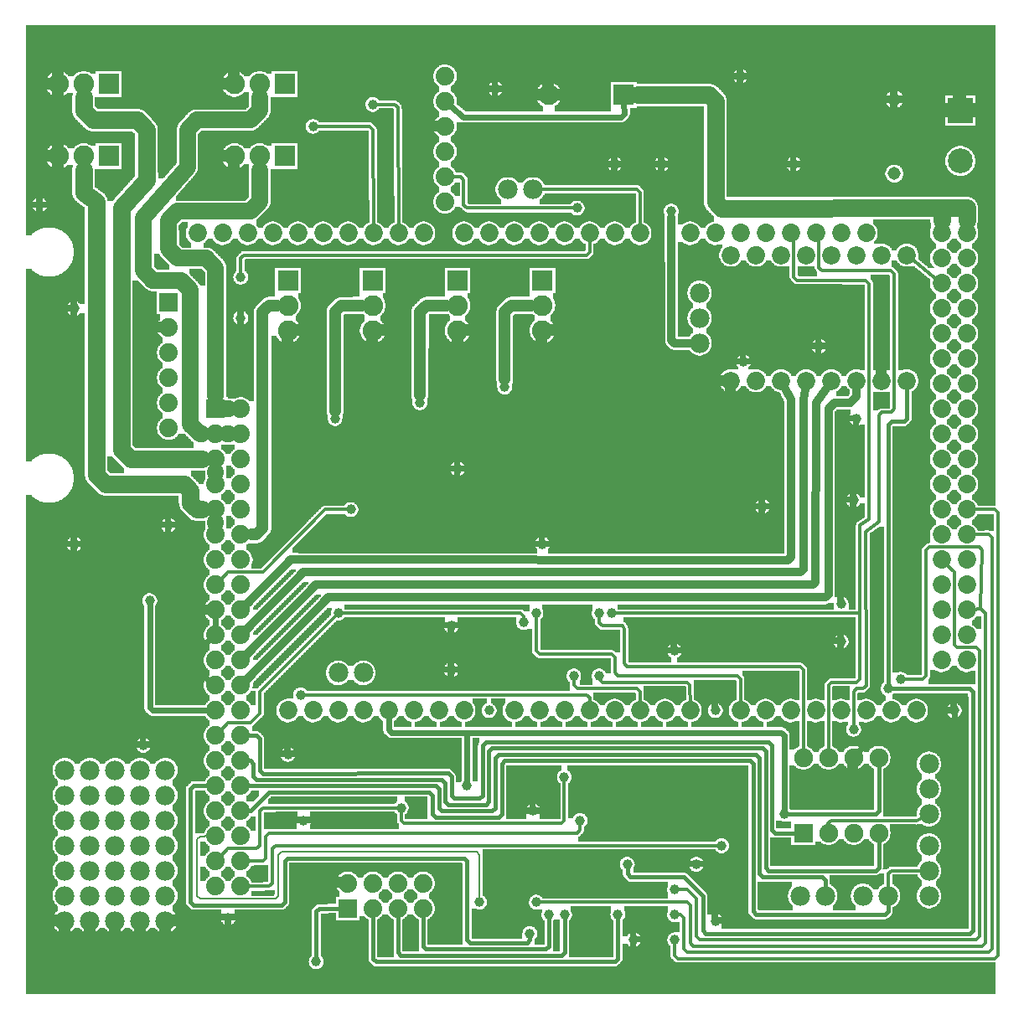
<source format=gbl>
G04 MADE WITH FRITZING*
G04 WWW.FRITZING.ORG*
G04 DOUBLE SIDED*
G04 HOLES PLATED*
G04 CONTOUR ON CENTER OF CONTOUR VECTOR*
%ASAXBY*%
%FSLAX23Y23*%
%MOIN*%
%OFA0B0*%
%SFA1.0B1.0*%
%ADD10C,0.075000*%
%ADD11C,0.074000*%
%ADD12C,0.039370*%
%ADD13C,0.072472*%
%ADD14C,0.072445*%
%ADD15C,0.072417*%
%ADD16C,0.078000*%
%ADD17C,0.072917*%
%ADD18C,0.082000*%
%ADD19C,0.051496*%
%ADD20C,0.099055*%
%ADD21R,0.074000X0.074000*%
%ADD22R,0.075000X0.075000*%
%ADD23R,0.082000X0.082000*%
%ADD24R,0.099055X0.099055*%
%ADD25C,0.024000*%
%ADD26C,0.016000*%
%ADD27C,0.012000*%
%ADD28C,0.070000*%
%ADD29C,0.008000*%
%ADD30C,0.065000*%
%ADD31C,0.032000*%
%ADD32C,0.048000*%
%ADD33R,0.001000X0.001000*%
%LNCOPPER0*%
G90*
G70*
G54D10*
X3563Y2879D03*
X521Y2644D03*
X3314Y2230D03*
X123Y3827D03*
X2158Y1526D03*
X1445Y1412D03*
X3197Y1345D03*
X2959Y1274D03*
X2018Y884D03*
X3152Y870D03*
X3009Y435D03*
X2264Y322D03*
X3530Y937D03*
G54D11*
X1319Y482D03*
X1419Y482D03*
X1519Y482D03*
X1619Y482D03*
X1319Y382D03*
X1419Y382D03*
X1519Y382D03*
X1619Y382D03*
G54D12*
X232Y1832D03*
X2882Y3695D03*
X1282Y1557D03*
X532Y1607D03*
X2457Y257D03*
X2432Y558D03*
X1732Y1507D03*
X232Y2770D03*
X1907Y3645D03*
X3094Y3345D03*
X2607Y3157D03*
X894Y2895D03*
X2244Y732D03*
X2057Y770D03*
X1194Y170D03*
X1844Y408D03*
X2782Y332D03*
X2807Y632D03*
X3519Y1295D03*
X3282Y1445D03*
X1419Y3582D03*
X1332Y1970D03*
X2094Y1832D03*
X1757Y2132D03*
X1082Y995D03*
G54D13*
X2844Y2482D03*
X3544Y2982D03*
X3444Y2982D03*
X3344Y2982D03*
X3244Y2982D03*
X3144Y2982D03*
G54D14*
X3044Y2982D03*
X2944Y2982D03*
G54D13*
X2844Y2982D03*
G54D14*
X3544Y2482D03*
G54D15*
X3444Y2482D03*
G54D14*
X3344Y2482D03*
G54D13*
X3244Y2482D03*
G54D14*
X3144Y2482D03*
G54D15*
X3044Y2482D03*
X2944Y2482D03*
G54D12*
X2707Y557D03*
X2019Y1520D03*
X2232Y3170D03*
X2070Y407D03*
X2569Y3345D03*
X2382Y3345D03*
X607Y1907D03*
G54D11*
X607Y2794D03*
X607Y2694D03*
X607Y2594D03*
X607Y2494D03*
X607Y2394D03*
X607Y2294D03*
G54D12*
X844Y345D03*
X94Y3182D03*
X1144Y732D03*
X2394Y357D03*
X2182Y357D03*
X2119Y357D03*
X2044Y282D03*
X2620Y257D03*
X2619Y357D03*
X2619Y457D03*
X2181Y905D03*
X3469Y1257D03*
X894Y2732D03*
X3344Y2332D03*
X3282Y1595D03*
X2319Y1557D03*
X2619Y1407D03*
X1794Y870D03*
X1132Y1232D03*
X2219Y1307D03*
X2069Y1557D03*
X2319Y1307D03*
X2369Y1557D03*
X1732Y1332D03*
X3732Y1170D03*
X1532Y782D03*
G54D11*
X1707Y3695D03*
X1707Y3595D03*
X1707Y3495D03*
X1707Y3395D03*
X1707Y3295D03*
X1707Y3195D03*
X1707Y3695D03*
X1707Y3595D03*
X1707Y3495D03*
X1707Y3395D03*
X1707Y3295D03*
X1707Y3195D03*
G54D12*
X3057Y757D03*
X1607Y2395D03*
X1944Y2457D03*
X1269Y2332D03*
X1182Y3495D03*
X3332Y1095D03*
X1882Y1170D03*
X507Y1032D03*
X2782Y1170D03*
X3194Y2620D03*
X2969Y1982D03*
X3332Y2007D03*
G54D16*
X594Y332D03*
X494Y332D03*
X394Y332D03*
X294Y332D03*
X194Y332D03*
X594Y932D03*
X494Y932D03*
X394Y932D03*
X294Y932D03*
X194Y932D03*
X194Y732D03*
X294Y732D03*
X394Y732D03*
X494Y732D03*
X494Y432D03*
X494Y532D03*
X194Y432D03*
X194Y532D03*
X294Y432D03*
X294Y532D03*
X394Y432D03*
X394Y532D03*
X594Y432D03*
X594Y532D03*
X194Y832D03*
X294Y832D03*
X394Y832D03*
X494Y832D03*
X494Y632D03*
X594Y632D03*
X1382Y1320D03*
X1282Y1320D03*
X194Y632D03*
X294Y632D03*
X394Y632D03*
X594Y832D03*
X594Y732D03*
G54D12*
X2894Y2557D03*
G54D10*
X3132Y682D03*
X3132Y982D03*
X3232Y682D03*
X3232Y982D03*
X3332Y682D03*
X3332Y982D03*
X3432Y682D03*
X3432Y982D03*
G54D11*
X894Y2370D03*
X894Y2270D03*
X894Y2170D03*
X894Y2070D03*
X894Y1970D03*
X894Y1870D03*
X894Y1770D03*
X894Y1670D03*
X894Y1570D03*
X894Y1470D03*
X894Y1370D03*
X894Y1270D03*
X894Y1170D03*
X894Y1070D03*
X894Y970D03*
X894Y870D03*
X894Y770D03*
X894Y670D03*
X894Y570D03*
X894Y470D03*
X794Y2370D03*
X794Y2270D03*
X794Y2170D03*
X794Y2070D03*
X794Y1970D03*
X794Y1870D03*
X794Y1770D03*
X794Y1670D03*
X794Y1570D03*
X794Y1470D03*
X794Y1370D03*
X794Y1270D03*
X794Y1170D03*
X794Y1070D03*
X794Y970D03*
X794Y870D03*
X794Y770D03*
X794Y670D03*
X794Y570D03*
X794Y470D03*
G54D17*
X2982Y1170D03*
X1382Y1170D03*
X3082Y1170D03*
X3182Y1170D03*
X3282Y1170D03*
X3382Y1170D03*
X3682Y2570D03*
X3482Y1170D03*
X3582Y1170D03*
X1422Y3070D03*
X1982Y1170D03*
X2082Y1170D03*
X2182Y1170D03*
X2282Y1170D03*
X3682Y1770D03*
X2382Y1170D03*
X2482Y1170D03*
X2582Y1170D03*
X2682Y1170D03*
X2182Y3070D03*
X3682Y2970D03*
X3682Y2170D03*
X3682Y1370D03*
X1022Y3070D03*
X1782Y1170D03*
X1782Y3070D03*
X3682Y2770D03*
X3682Y2370D03*
X3682Y1970D03*
X3382Y3070D03*
X3682Y1570D03*
X3282Y3070D03*
X3182Y3070D03*
X3082Y3070D03*
X2982Y3070D03*
X2882Y3070D03*
X2782Y3070D03*
X2682Y3070D03*
X822Y3070D03*
X1222Y3070D03*
X1622Y3070D03*
X1182Y1170D03*
X1582Y1170D03*
X2382Y3070D03*
X1982Y3070D03*
X3682Y3070D03*
X3682Y2870D03*
X3682Y2670D03*
X3682Y2470D03*
X3682Y2270D03*
X3682Y2070D03*
X3682Y1870D03*
X3682Y1670D03*
X3682Y1470D03*
X722Y3070D03*
X922Y3070D03*
X1122Y3070D03*
X1322Y3070D03*
X1522Y3070D03*
X1082Y1170D03*
X1282Y1170D03*
X1482Y1170D03*
X1682Y1170D03*
X2482Y3070D03*
X2282Y3070D03*
X2082Y3070D03*
X1882Y3070D03*
X3782Y3070D03*
X3782Y2970D03*
X3782Y2870D03*
X3782Y2770D03*
X3782Y2670D03*
X3782Y2570D03*
X3782Y2470D03*
X3782Y2370D03*
X3782Y2270D03*
X3782Y2170D03*
X3782Y2070D03*
X3782Y1970D03*
X3782Y1870D03*
X3782Y1770D03*
X3782Y1670D03*
X3782Y1570D03*
X3782Y1470D03*
X3782Y1370D03*
X2882Y1170D03*
G54D18*
X1419Y2882D03*
X1419Y2782D03*
X1419Y2682D03*
X2094Y2882D03*
X2094Y2782D03*
X2094Y2682D03*
X1757Y2882D03*
X1757Y2782D03*
X1757Y2682D03*
X1082Y2882D03*
X1082Y2782D03*
X1082Y2682D03*
G54D16*
X3632Y432D03*
X3632Y532D03*
X3632Y632D03*
X3632Y957D03*
X3632Y857D03*
X3632Y757D03*
X2057Y3245D03*
X1957Y3245D03*
X2719Y2832D03*
X2719Y2732D03*
X2719Y2632D03*
X3119Y432D03*
X3219Y432D03*
X3469Y432D03*
X3369Y432D03*
G54D18*
X2417Y3620D03*
X2119Y3620D03*
G54D19*
X3494Y3307D03*
X3494Y3603D03*
G54D18*
X369Y3377D03*
X269Y3377D03*
X169Y3377D03*
X1069Y3664D03*
X969Y3664D03*
X869Y3664D03*
X369Y3664D03*
X269Y3664D03*
X169Y3664D03*
X1069Y3377D03*
X969Y3377D03*
X869Y3377D03*
G54D20*
X3757Y3557D03*
X3757Y3357D03*
G54D21*
X1319Y382D03*
X607Y2794D03*
G54D22*
X3132Y682D03*
G54D21*
X794Y2370D03*
G54D23*
X1419Y2882D03*
X2094Y2882D03*
X1757Y2882D03*
X1082Y2882D03*
X2418Y3620D03*
X369Y3377D03*
X1069Y3664D03*
X369Y3664D03*
X1069Y3377D03*
G54D24*
X3757Y3557D03*
G54D25*
X3719Y1058D02*
X3394Y1058D01*
D02*
X3394Y1058D02*
X3350Y1004D01*
D02*
X3732Y1070D02*
X3719Y1058D01*
D02*
X3732Y1151D02*
X3732Y1070D01*
D02*
X545Y1170D02*
X763Y1170D01*
D02*
X532Y1182D02*
X545Y1170D01*
D02*
X532Y1588D02*
X532Y1182D01*
G54D26*
D02*
X3807Y1244D02*
X3807Y295D01*
D02*
X3795Y1257D02*
X3807Y1244D01*
D02*
X3807Y295D02*
X3795Y282D01*
D02*
X2744Y282D02*
X2732Y295D01*
D02*
X2732Y295D02*
X2732Y432D01*
D02*
X2732Y432D02*
X2657Y507D01*
D02*
X3795Y282D02*
X2744Y282D01*
D02*
X2432Y520D02*
X2432Y544D01*
D02*
X2445Y507D02*
X2432Y520D01*
D02*
X2657Y507D02*
X2445Y507D01*
D02*
X3483Y1257D02*
X3795Y1257D01*
G54D25*
D02*
X2407Y3533D02*
X2419Y3545D01*
D02*
X2419Y3545D02*
X2418Y3588D01*
D02*
X1781Y3533D02*
X2407Y3533D01*
D02*
X1731Y3575D02*
X1781Y3533D01*
G54D27*
D02*
X3663Y2885D02*
X3563Y2967D01*
G54D28*
D02*
X2782Y3595D02*
X2757Y3620D01*
D02*
X2782Y3194D02*
X2782Y3595D01*
D02*
X2757Y3620D02*
X2472Y3620D01*
D02*
X2807Y3169D02*
X2782Y3194D01*
D02*
X3682Y3170D02*
X2807Y3169D01*
D02*
X3682Y3122D02*
X3682Y3170D01*
D02*
X3682Y3170D02*
X3782Y3170D01*
D02*
X3782Y3170D02*
X3782Y3122D01*
G54D27*
D02*
X2232Y683D02*
X2245Y695D01*
D02*
X2245Y695D02*
X2245Y719D01*
D02*
X1007Y683D02*
X2232Y683D01*
D02*
X994Y669D02*
X1007Y683D01*
D02*
X994Y583D02*
X994Y669D01*
D02*
X982Y570D02*
X994Y583D01*
D02*
X920Y570D02*
X982Y570D01*
G54D26*
D02*
X1207Y382D02*
X1195Y370D01*
D02*
X1195Y370D02*
X1194Y183D01*
D02*
X1294Y382D02*
X1207Y382D01*
G54D29*
D02*
X1045Y595D02*
X1045Y432D01*
D02*
X1045Y432D02*
X1032Y420D01*
D02*
X1032Y420D02*
X732Y420D01*
D02*
X1057Y607D02*
X1045Y595D01*
D02*
X1832Y607D02*
X1057Y607D01*
D02*
X732Y420D02*
X719Y432D01*
D02*
X1845Y595D02*
X1832Y607D01*
D02*
X1844Y421D02*
X1845Y595D01*
D02*
X719Y432D02*
X720Y657D01*
D02*
X720Y657D02*
X732Y669D01*
D02*
X732Y669D02*
X769Y670D01*
G54D27*
D02*
X2793Y632D02*
X1032Y632D01*
D02*
X1032Y632D02*
X1019Y620D01*
D02*
X1019Y620D02*
X1019Y482D01*
D02*
X1019Y482D02*
X1007Y470D01*
D02*
X1007Y470D02*
X920Y470D01*
D02*
X3533Y1295D02*
X3607Y1295D01*
D02*
X3620Y1307D02*
X3620Y1807D01*
D02*
X3620Y1807D02*
X3632Y1820D01*
D02*
X3607Y1295D02*
X3620Y1307D01*
D02*
X3632Y1820D02*
X3832Y1821D01*
D02*
X3832Y1821D02*
X3844Y1807D01*
D02*
X3844Y1807D02*
X3838Y1575D01*
D02*
X3806Y1572D02*
X3838Y1575D01*
D02*
X3838Y1575D02*
X3857Y1557D01*
D02*
X3857Y1557D02*
X3857Y245D01*
D02*
X3857Y245D02*
X3844Y232D01*
D02*
X3844Y232D02*
X2695Y232D01*
D02*
X2695Y232D02*
X2682Y245D01*
D02*
X2682Y245D02*
X2682Y395D01*
D02*
X2682Y395D02*
X2670Y407D01*
D02*
X2670Y407D02*
X2083Y407D01*
D02*
X1519Y3570D02*
X1522Y3094D01*
D02*
X1506Y3582D02*
X1519Y3570D01*
D02*
X1433Y3582D02*
X1506Y3582D01*
D02*
X1231Y1970D02*
X1318Y1970D01*
D02*
X982Y1720D02*
X1231Y1970D01*
D02*
X845Y1720D02*
X982Y1720D01*
D02*
X813Y1688D02*
X845Y1720D01*
G54D30*
D02*
X841Y2370D02*
X848Y2370D01*
D02*
X794Y2423D02*
X794Y2933D01*
D02*
X757Y2970D02*
X644Y2970D01*
D02*
X794Y2933D02*
X757Y2970D01*
D02*
X644Y2970D02*
X607Y3008D01*
D02*
X607Y3008D02*
X606Y3120D01*
D02*
X606Y3120D02*
X644Y3157D01*
D02*
X644Y3157D02*
X932Y3157D01*
D02*
X932Y3157D02*
X970Y3195D01*
D02*
X970Y3195D02*
X970Y3322D01*
G54D27*
D02*
X845Y1121D02*
X933Y1121D01*
D02*
X969Y1157D02*
X970Y1245D01*
D02*
X970Y1245D02*
X1272Y1548D01*
D02*
X933Y1121D02*
X969Y1157D01*
D02*
X2019Y1545D02*
X2019Y1533D01*
D02*
X2007Y1557D02*
X2019Y1545D01*
D02*
X1295Y1557D02*
X2007Y1557D01*
D02*
X812Y1088D02*
X845Y1121D01*
D02*
X2218Y3170D02*
X1795Y3170D01*
D02*
X1781Y3282D02*
X1769Y3295D01*
D02*
X1781Y3183D02*
X1781Y3282D01*
D02*
X1795Y3170D02*
X1781Y3183D01*
D02*
X1769Y3295D02*
X1732Y3295D01*
G54D25*
D02*
X732Y1420D02*
X732Y1319D01*
D02*
X732Y1319D02*
X770Y1289D01*
D02*
X770Y1450D02*
X732Y1420D01*
D02*
X794Y1501D02*
X794Y1539D01*
G54D27*
D02*
X2470Y3245D02*
X2081Y3245D01*
D02*
X2482Y3232D02*
X2470Y3245D01*
D02*
X2482Y3070D02*
X2482Y3232D01*
D02*
X2507Y3070D02*
X2482Y3070D01*
G54D30*
D02*
X794Y1916D02*
X794Y1923D01*
D02*
X794Y2116D02*
X794Y2123D01*
D02*
X848Y2270D02*
X841Y2270D01*
G54D26*
D02*
X2394Y182D02*
X2394Y344D01*
D02*
X2382Y170D02*
X2394Y182D01*
D02*
X1419Y182D02*
X1432Y170D01*
D02*
X1432Y170D02*
X2382Y170D01*
D02*
X1419Y357D02*
X1419Y182D01*
D02*
X2182Y207D02*
X2182Y344D01*
D02*
X2170Y194D02*
X2182Y207D01*
D02*
X1519Y207D02*
X1531Y195D01*
D02*
X1531Y195D02*
X2170Y194D01*
D02*
X1519Y357D02*
X1519Y207D01*
D02*
X2119Y233D02*
X2119Y344D01*
D02*
X2107Y220D02*
X2119Y233D01*
D02*
X1631Y220D02*
X2107Y220D01*
D02*
X1620Y232D02*
X1631Y220D01*
D02*
X1619Y357D02*
X1620Y232D01*
D02*
X2044Y258D02*
X2032Y245D01*
D02*
X2044Y269D02*
X2044Y258D01*
D02*
X1069Y570D02*
X1069Y408D01*
D02*
X1795Y257D02*
X1795Y570D01*
D02*
X1795Y570D02*
X1782Y582D01*
D02*
X1069Y408D02*
X1057Y394D01*
D02*
X1081Y582D02*
X1069Y570D01*
D02*
X1782Y582D02*
X1081Y582D01*
D02*
X1807Y245D02*
X1795Y257D01*
D02*
X2032Y245D02*
X1807Y245D01*
D02*
X707Y394D02*
X694Y408D01*
D02*
X694Y408D02*
X694Y858D01*
D02*
X1057Y394D02*
X707Y394D01*
D02*
X694Y858D02*
X707Y870D01*
D02*
X707Y870D02*
X769Y870D01*
G54D27*
D02*
X2707Y420D02*
X2707Y270D01*
D02*
X2707Y270D02*
X2720Y257D01*
D02*
X2720Y257D02*
X3820Y257D01*
D02*
X2670Y457D02*
X2707Y420D01*
D02*
X2633Y457D02*
X2670Y457D01*
D02*
X3820Y257D02*
X3832Y270D01*
D02*
X3832Y270D02*
X3832Y808D01*
D02*
X3832Y808D02*
X3832Y1407D01*
D02*
X3832Y1407D02*
X3820Y1420D01*
D02*
X3820Y1420D02*
X3744Y1420D01*
D02*
X3744Y1420D02*
X3732Y1432D01*
D02*
X3732Y1432D02*
X3732Y1720D01*
D02*
X3732Y1720D02*
X3699Y1752D01*
D02*
X1532Y732D02*
X1532Y769D01*
D02*
X1544Y720D02*
X1532Y732D01*
D02*
X2170Y720D02*
X1544Y720D01*
D02*
X2181Y733D02*
X2170Y720D01*
D02*
X2181Y892D02*
X2181Y733D01*
G54D26*
D02*
X3470Y2307D02*
X3469Y1271D01*
D02*
X3482Y2320D02*
X3470Y2307D01*
D02*
X3532Y2320D02*
X3482Y2320D01*
D02*
X3544Y2332D02*
X3532Y2320D01*
D02*
X3544Y2458D02*
X3544Y2332D01*
G54D27*
D02*
X3582Y732D02*
X3610Y746D01*
D02*
X3244Y732D02*
X3582Y732D01*
D02*
X3231Y720D02*
X3244Y732D01*
D02*
X3232Y705D02*
X3231Y720D01*
D02*
X894Y2970D02*
X894Y2908D01*
D02*
X907Y2983D02*
X894Y2970D01*
D02*
X2270Y2982D02*
X907Y2983D01*
D02*
X2283Y2995D02*
X2270Y2982D01*
D02*
X2282Y3045D02*
X2283Y2995D01*
G54D25*
D02*
X1794Y889D02*
X1794Y1083D01*
G54D31*
D02*
X3220Y1620D02*
X1245Y1620D01*
D02*
X920Y1296D02*
X1245Y1620D01*
D02*
X1195Y1670D02*
X3169Y1670D01*
D02*
X920Y1396D02*
X1195Y1670D01*
D02*
X1144Y1720D02*
X3120Y1720D01*
D02*
X920Y1496D02*
X1144Y1720D01*
D02*
X1094Y1770D02*
X3069Y1769D01*
D02*
X920Y1596D02*
X1094Y1770D01*
G54D27*
D02*
X2383Y1557D02*
X3357Y1557D01*
G54D31*
D02*
X2608Y2644D02*
X2607Y3133D01*
D02*
X2619Y2632D02*
X2608Y2644D01*
D02*
X2684Y2632D02*
X2619Y2632D01*
G54D27*
D02*
X2332Y1282D02*
X2669Y1282D01*
D02*
X2319Y1295D02*
X2332Y1282D01*
D02*
X2669Y1282D02*
X2681Y1270D01*
D02*
X2681Y1270D02*
X2682Y1194D01*
D02*
X2320Y1294D02*
X2319Y1295D01*
D02*
X2482Y1245D02*
X2482Y1194D01*
D02*
X2232Y1257D02*
X2470Y1257D01*
D02*
X2470Y1257D02*
X2482Y1245D01*
D02*
X2219Y1270D02*
X2232Y1257D01*
D02*
X2219Y1294D02*
X2219Y1270D01*
D02*
X3357Y1295D02*
X3345Y1283D01*
D02*
X3232Y1270D02*
X3232Y1005D01*
D02*
X3244Y1283D02*
X3232Y1270D01*
D02*
X3345Y1283D02*
X3244Y1283D01*
D02*
X3357Y1557D02*
X3357Y1295D01*
D02*
X3357Y1907D02*
X3357Y1557D01*
D02*
X3395Y1932D02*
X3357Y1907D01*
D02*
X3394Y2869D02*
X3395Y1932D01*
D02*
X3381Y2882D02*
X3394Y2869D01*
D02*
X3107Y2882D02*
X3381Y2882D01*
D02*
X3095Y2894D02*
X3107Y2882D01*
D02*
X3095Y3070D02*
X3095Y2894D01*
D02*
X3107Y3070D02*
X3095Y3070D01*
D02*
X969Y632D02*
X957Y620D01*
D02*
X969Y770D02*
X969Y632D01*
D02*
X982Y782D02*
X969Y770D01*
D02*
X1518Y782D02*
X982Y782D01*
D02*
X844Y620D02*
X812Y588D01*
D02*
X957Y620D02*
X844Y620D01*
D02*
X2069Y1544D02*
X2069Y1407D01*
D02*
X2882Y1295D02*
X2882Y1194D01*
D02*
X2869Y1308D02*
X2882Y1295D01*
D02*
X2395Y1308D02*
X2869Y1308D01*
D02*
X2382Y1320D02*
X2395Y1308D01*
D02*
X2382Y1382D02*
X2382Y1320D01*
D02*
X2369Y1395D02*
X2382Y1382D01*
D02*
X2082Y1395D02*
X2369Y1395D01*
D02*
X2069Y1407D02*
X2082Y1395D01*
G54D26*
D02*
X3432Y770D02*
X3432Y959D01*
D02*
X3420Y757D02*
X3432Y770D01*
G54D25*
D02*
X3057Y1070D02*
X3057Y776D01*
G54D26*
D02*
X3420Y757D02*
X3070Y757D01*
G54D27*
D02*
X3470Y520D02*
X3482Y532D01*
D02*
X3482Y532D02*
X3607Y532D01*
D02*
X3469Y457D02*
X3470Y520D01*
G54D25*
D02*
X1794Y1083D02*
X1494Y1083D01*
D02*
X3045Y1083D02*
X1794Y1083D01*
D02*
X3057Y1070D02*
X3045Y1083D01*
D02*
X1482Y1094D02*
X1494Y1083D01*
D02*
X1482Y1140D02*
X1482Y1094D01*
G54D32*
D02*
X1294Y2782D02*
X1269Y2758D01*
D02*
X1269Y2758D02*
X1269Y2362D01*
D02*
X1376Y2782D02*
X1294Y2782D01*
D02*
X957Y1870D02*
X937Y1870D01*
D02*
X981Y1895D02*
X957Y1870D01*
D02*
X981Y2757D02*
X981Y1895D01*
D02*
X1006Y2782D02*
X981Y2757D01*
D02*
X1039Y2782D02*
X1006Y2782D01*
D02*
X1632Y2782D02*
X1714Y2782D01*
D02*
X1607Y2757D02*
X1632Y2782D01*
D02*
X1607Y2425D02*
X1607Y2757D01*
D02*
X1969Y2782D02*
X1944Y2757D01*
D02*
X1944Y2757D02*
X1944Y2487D01*
D02*
X2051Y2782D02*
X1969Y2782D01*
G54D31*
D02*
X3344Y2420D02*
X3344Y2447D01*
D02*
X3320Y2395D02*
X3344Y2420D01*
D02*
X3257Y2395D02*
X3320Y2395D01*
D02*
X3232Y2370D02*
X3257Y2395D01*
D02*
X3232Y1633D02*
X3232Y2370D01*
D02*
X3220Y1620D02*
X3232Y1633D01*
D02*
X3182Y2395D02*
X3224Y2453D01*
D02*
X3181Y1682D02*
X3182Y2395D01*
D02*
X3169Y1670D02*
X3181Y1682D01*
D02*
X3069Y1769D02*
X3082Y1783D01*
D02*
X3082Y1783D02*
X3082Y2407D01*
D02*
X3082Y2407D02*
X3060Y2451D01*
D02*
X3120Y1720D02*
X3132Y1732D01*
D02*
X3132Y1732D02*
X3132Y2407D01*
D02*
X3132Y2407D02*
X3139Y2447D01*
G54D27*
D02*
X3132Y1332D02*
X3120Y1344D01*
D02*
X2419Y1495D02*
X2412Y1507D01*
D02*
X2419Y1357D02*
X2419Y1495D01*
D02*
X2431Y1344D02*
X2419Y1357D01*
D02*
X2332Y1507D02*
X2320Y1519D01*
D02*
X2320Y1519D02*
X2320Y1544D01*
D02*
X2412Y1507D02*
X2332Y1507D01*
D02*
X3120Y1344D02*
X2431Y1344D01*
D02*
X3132Y1005D02*
X3132Y1332D01*
G54D30*
D02*
X656Y2882D02*
X544Y2882D01*
D02*
X694Y2845D02*
X656Y2882D01*
D02*
X544Y2882D02*
X507Y2920D01*
D02*
X507Y2920D02*
X507Y3132D01*
D02*
X694Y2307D02*
X694Y2845D01*
D02*
X732Y2270D02*
X694Y2307D01*
D02*
X507Y3132D02*
X682Y3333D01*
D02*
X741Y2270D02*
X732Y2270D01*
D02*
X970Y3558D02*
X970Y3610D01*
D02*
X932Y3520D02*
X970Y3558D01*
D02*
X682Y3482D02*
X719Y3520D01*
D02*
X719Y3520D02*
X932Y3520D01*
D02*
X682Y3333D02*
X682Y3482D01*
G54D28*
D02*
X420Y2207D02*
X419Y3170D01*
D02*
X457Y2170D02*
X420Y2207D01*
D02*
X269Y3558D02*
X269Y3610D01*
D02*
X482Y3520D02*
X307Y3520D01*
D02*
X519Y3482D02*
X482Y3520D01*
D02*
X307Y3520D02*
X269Y3558D01*
D02*
X520Y3282D02*
X519Y3482D01*
D02*
X419Y3170D02*
X520Y3282D01*
D02*
X741Y2170D02*
X457Y2170D01*
D02*
X357Y2070D02*
X320Y2107D01*
D02*
X670Y2070D02*
X357Y2070D01*
D02*
X320Y2107D02*
X319Y3194D01*
D02*
X694Y1995D02*
X694Y2045D01*
D02*
X694Y2045D02*
X670Y2070D01*
D02*
X719Y1970D02*
X694Y1995D01*
D02*
X741Y1970D02*
X719Y1970D01*
D02*
X269Y3232D02*
X269Y3322D01*
D02*
X319Y3194D02*
X269Y3232D01*
G54D27*
D02*
X1407Y3495D02*
X1195Y3495D01*
D02*
X1419Y3482D02*
X1407Y3495D01*
D02*
X1422Y3094D02*
X1419Y3482D01*
D02*
X1532Y3070D02*
X1522Y3070D01*
D02*
X3382Y1269D02*
X3369Y1257D01*
D02*
X3381Y1883D02*
X3382Y1269D01*
D02*
X3344Y1257D02*
X3332Y1245D01*
D02*
X3369Y1257D02*
X3344Y1257D01*
D02*
X3332Y1245D02*
X3332Y1108D01*
D02*
X3432Y1920D02*
X3381Y1883D01*
D02*
X3432Y2345D02*
X3432Y1920D01*
D02*
X3482Y2357D02*
X3444Y2357D01*
D02*
X3444Y2357D02*
X3432Y2345D01*
D02*
X3495Y2370D02*
X3482Y2357D01*
D02*
X3494Y2907D02*
X3495Y2370D01*
D02*
X3481Y2920D02*
X3494Y2907D01*
D02*
X3207Y2920D02*
X3481Y2920D01*
D02*
X3195Y2932D02*
X3207Y2920D01*
D02*
X3194Y3070D02*
X3195Y2932D01*
D02*
X3207Y3070D02*
X3194Y3070D01*
G54D26*
D02*
X3470Y370D02*
X3469Y408D01*
D02*
X3457Y358D02*
X3470Y370D01*
D02*
X2944Y358D02*
X3457Y358D01*
D02*
X2932Y370D02*
X2944Y358D01*
D02*
X1920Y995D02*
X2945Y995D01*
D02*
X1907Y982D02*
X1920Y995D01*
D02*
X1907Y782D02*
X1907Y982D01*
D02*
X1894Y770D02*
X1907Y782D01*
D02*
X1695Y770D02*
X1894Y770D01*
D02*
X2956Y982D02*
X2956Y520D01*
D02*
X2956Y520D02*
X2969Y507D01*
D02*
X2945Y995D02*
X2956Y982D01*
D02*
X2969Y507D02*
X3206Y507D01*
D02*
X3206Y507D02*
X3220Y495D01*
D02*
X1682Y782D02*
X1695Y770D01*
D02*
X1682Y857D02*
X1682Y782D01*
D02*
X1670Y870D02*
X1682Y857D01*
D02*
X3220Y495D02*
X3219Y457D01*
D02*
X920Y870D02*
X1670Y870D01*
D02*
X1007Y844D02*
X932Y770D01*
D02*
X1644Y845D02*
X1007Y844D01*
D02*
X1657Y832D02*
X1644Y845D01*
D02*
X1656Y757D02*
X1657Y832D01*
D02*
X1669Y745D02*
X1656Y757D01*
D02*
X2919Y970D02*
X1944Y970D01*
D02*
X2932Y957D02*
X2919Y970D01*
D02*
X1944Y970D02*
X1932Y957D01*
D02*
X1932Y957D02*
X1932Y757D01*
D02*
X1932Y757D02*
X1920Y745D01*
D02*
X1920Y745D02*
X1669Y745D01*
D02*
X932Y770D02*
X920Y770D01*
D02*
X2932Y370D02*
X2932Y957D01*
G54D27*
D02*
X3869Y207D02*
X3882Y220D01*
D02*
X3869Y1870D02*
X3807Y1870D01*
D02*
X2644Y358D02*
X2656Y345D01*
D02*
X2656Y345D02*
X2656Y220D01*
D02*
X2656Y220D02*
X2670Y207D01*
D02*
X2670Y207D02*
X3869Y207D01*
D02*
X2633Y357D02*
X2644Y358D01*
D02*
X3882Y220D02*
X3882Y1857D01*
D02*
X3882Y1857D02*
X3869Y1870D01*
D02*
X3907Y195D02*
X3907Y1957D01*
D02*
X3907Y1957D02*
X3895Y1970D01*
D02*
X2619Y195D02*
X2632Y183D01*
D02*
X2632Y183D02*
X3894Y182D01*
D02*
X2620Y243D02*
X2619Y195D01*
D02*
X3894Y182D02*
X3907Y195D01*
D02*
X3895Y1970D02*
X3807Y1970D01*
G54D26*
D02*
X1719Y920D02*
X1732Y907D01*
D02*
X1744Y820D02*
X1844Y820D01*
D02*
X1844Y820D02*
X1857Y832D01*
D02*
X1732Y832D02*
X1744Y820D01*
D02*
X3006Y694D02*
X3019Y683D01*
D02*
X3019Y683D02*
X3109Y682D01*
D02*
X3006Y1033D02*
X3006Y694D01*
D02*
X2995Y1045D02*
X3006Y1033D01*
D02*
X1870Y1045D02*
X2995Y1045D01*
D02*
X1857Y1033D02*
X1870Y1045D01*
D02*
X1857Y832D02*
X1857Y1033D01*
D02*
X1732Y907D02*
X1732Y832D01*
D02*
X982Y919D02*
X1719Y920D01*
D02*
X969Y1057D02*
X969Y932D01*
D02*
X969Y932D02*
X982Y919D01*
D02*
X957Y1070D02*
X969Y1057D01*
D02*
X920Y1070D02*
X957Y1070D01*
D02*
X957Y895D02*
X1695Y894D01*
D02*
X944Y908D02*
X957Y895D01*
D02*
X944Y957D02*
X944Y908D01*
D02*
X932Y970D02*
X944Y957D01*
D02*
X1708Y883D02*
X1707Y808D01*
D02*
X1707Y808D02*
X1719Y795D01*
D02*
X1695Y894D02*
X1708Y883D01*
D02*
X2995Y532D02*
X3419Y532D01*
D02*
X2982Y1007D02*
X2982Y545D01*
D02*
X2982Y545D02*
X2995Y532D01*
D02*
X2969Y1020D02*
X2982Y1007D01*
D02*
X1894Y1020D02*
X2969Y1020D01*
D02*
X1881Y1007D02*
X1894Y1020D01*
D02*
X1881Y808D02*
X1881Y1007D01*
D02*
X1870Y795D02*
X1881Y808D01*
D02*
X1719Y795D02*
X1870Y795D01*
D02*
X3432Y544D02*
X3432Y659D01*
D02*
X3419Y532D02*
X3432Y544D01*
D02*
X920Y970D02*
X932Y970D01*
G54D27*
D02*
X2282Y1220D02*
X2269Y1232D01*
D02*
X2282Y1194D02*
X2282Y1220D01*
D02*
X2269Y1232D02*
X1145Y1232D01*
G36*
X1746Y3271D02*
X1746Y3267D01*
X1744Y3267D01*
X1744Y3265D01*
X1742Y3265D01*
X1742Y3263D01*
X1740Y3263D01*
X1740Y3261D01*
X1738Y3261D01*
X1738Y3259D01*
X1736Y3259D01*
X1736Y3257D01*
X1734Y3257D01*
X1734Y3255D01*
X1730Y3255D01*
X1730Y3235D01*
X1732Y3235D01*
X1732Y3233D01*
X1736Y3233D01*
X1736Y3231D01*
X1738Y3231D01*
X1738Y3229D01*
X1740Y3229D01*
X1740Y3227D01*
X1742Y3227D01*
X1742Y3225D01*
X1744Y3225D01*
X1744Y3223D01*
X1746Y3223D01*
X1746Y3219D01*
X1766Y3219D01*
X1766Y3271D01*
X1746Y3271D01*
G37*
D02*
G36*
X3410Y3125D02*
X3410Y3105D01*
X3414Y3105D01*
X3414Y3103D01*
X3416Y3103D01*
X3416Y3099D01*
X3418Y3099D01*
X3418Y3097D01*
X3420Y3097D01*
X3420Y3095D01*
X3422Y3095D01*
X3422Y3091D01*
X3424Y3091D01*
X3424Y3087D01*
X3426Y3087D01*
X3426Y3081D01*
X3428Y3081D01*
X3428Y3059D01*
X3426Y3059D01*
X3426Y3053D01*
X3424Y3053D01*
X3424Y3049D01*
X3422Y3049D01*
X3422Y3045D01*
X3420Y3045D01*
X3420Y3043D01*
X3418Y3043D01*
X3418Y3039D01*
X3416Y3039D01*
X3416Y3037D01*
X3414Y3037D01*
X3414Y3029D01*
X3550Y3029D01*
X3550Y3027D01*
X3558Y3027D01*
X3558Y3025D01*
X3564Y3025D01*
X3564Y3023D01*
X3568Y3023D01*
X3568Y3021D01*
X3570Y3021D01*
X3570Y3019D01*
X3574Y3019D01*
X3574Y3017D01*
X3576Y3017D01*
X3576Y3015D01*
X3578Y3015D01*
X3578Y3013D01*
X3580Y3013D01*
X3580Y3011D01*
X3582Y3011D01*
X3582Y3007D01*
X3584Y3007D01*
X3584Y3003D01*
X3586Y3003D01*
X3586Y3001D01*
X3588Y3001D01*
X3588Y2993D01*
X3590Y2993D01*
X3590Y2965D01*
X3592Y2965D01*
X3592Y2963D01*
X3594Y2963D01*
X3594Y2961D01*
X3596Y2961D01*
X3596Y2959D01*
X3600Y2959D01*
X3600Y2957D01*
X3602Y2957D01*
X3602Y2955D01*
X3604Y2955D01*
X3604Y2953D01*
X3606Y2953D01*
X3606Y2951D01*
X3610Y2951D01*
X3610Y2949D01*
X3612Y2949D01*
X3612Y2947D01*
X3614Y2947D01*
X3614Y2945D01*
X3616Y2945D01*
X3616Y2943D01*
X3618Y2943D01*
X3618Y2941D01*
X3622Y2941D01*
X3622Y2939D01*
X3624Y2939D01*
X3624Y2937D01*
X3626Y2937D01*
X3626Y2935D01*
X3628Y2935D01*
X3628Y2933D01*
X3632Y2933D01*
X3632Y2931D01*
X3652Y2931D01*
X3652Y2935D01*
X3650Y2935D01*
X3650Y2937D01*
X3648Y2937D01*
X3648Y2939D01*
X3646Y2939D01*
X3646Y2941D01*
X3644Y2941D01*
X3644Y2945D01*
X3642Y2945D01*
X3642Y2949D01*
X3640Y2949D01*
X3640Y2953D01*
X3638Y2953D01*
X3638Y2959D01*
X3636Y2959D01*
X3636Y2981D01*
X3638Y2981D01*
X3638Y2987D01*
X3640Y2987D01*
X3640Y2991D01*
X3642Y2991D01*
X3642Y2995D01*
X3644Y2995D01*
X3644Y2997D01*
X3646Y2997D01*
X3646Y3001D01*
X3648Y3001D01*
X3648Y3003D01*
X3650Y3003D01*
X3650Y3005D01*
X3654Y3005D01*
X3654Y3007D01*
X3656Y3007D01*
X3656Y3009D01*
X3660Y3009D01*
X3660Y3029D01*
X3658Y3029D01*
X3658Y3031D01*
X3656Y3031D01*
X3656Y3033D01*
X3652Y3033D01*
X3652Y3035D01*
X3650Y3035D01*
X3650Y3037D01*
X3648Y3037D01*
X3648Y3039D01*
X3646Y3039D01*
X3646Y3041D01*
X3644Y3041D01*
X3644Y3045D01*
X3642Y3045D01*
X3642Y3049D01*
X3640Y3049D01*
X3640Y3053D01*
X3638Y3053D01*
X3638Y3059D01*
X3636Y3059D01*
X3636Y3081D01*
X3638Y3081D01*
X3638Y3087D01*
X3640Y3087D01*
X3640Y3111D01*
X3638Y3111D01*
X3638Y3125D01*
X3410Y3125D01*
G37*
D02*
G36*
X3414Y3029D02*
X3414Y3027D01*
X3438Y3027D01*
X3438Y3029D01*
X3414Y3029D01*
G37*
D02*
G36*
X3450Y3029D02*
X3450Y3027D01*
X3458Y3027D01*
X3458Y3025D01*
X3464Y3025D01*
X3464Y3023D01*
X3468Y3023D01*
X3468Y3021D01*
X3470Y3021D01*
X3470Y3019D01*
X3474Y3019D01*
X3474Y3017D01*
X3476Y3017D01*
X3476Y3015D01*
X3478Y3015D01*
X3478Y3013D01*
X3480Y3013D01*
X3480Y3011D01*
X3482Y3011D01*
X3482Y3007D01*
X3484Y3007D01*
X3484Y3003D01*
X3504Y3003D01*
X3504Y3007D01*
X3506Y3007D01*
X3506Y3009D01*
X3508Y3009D01*
X3508Y3011D01*
X3510Y3011D01*
X3510Y3015D01*
X3512Y3015D01*
X3512Y3017D01*
X3516Y3017D01*
X3516Y3019D01*
X3518Y3019D01*
X3518Y3021D01*
X3522Y3021D01*
X3522Y3023D01*
X3524Y3023D01*
X3524Y3025D01*
X3530Y3025D01*
X3530Y3027D01*
X3538Y3027D01*
X3538Y3029D01*
X3450Y3029D01*
G37*
D02*
G36*
X660Y3115D02*
X660Y3113D01*
X658Y3113D01*
X658Y3111D01*
X656Y3111D01*
X656Y3109D01*
X654Y3109D01*
X654Y3107D01*
X652Y3107D01*
X652Y3105D01*
X650Y3105D01*
X650Y3103D01*
X648Y3103D01*
X648Y3081D01*
X650Y3081D01*
X650Y3023D01*
X652Y3023D01*
X652Y3021D01*
X654Y3021D01*
X654Y3019D01*
X656Y3019D01*
X656Y3017D01*
X658Y3017D01*
X658Y3015D01*
X660Y3015D01*
X660Y3013D01*
X696Y3013D01*
X696Y3033D01*
X692Y3033D01*
X692Y3035D01*
X690Y3035D01*
X690Y3037D01*
X688Y3037D01*
X688Y3039D01*
X686Y3039D01*
X686Y3041D01*
X684Y3041D01*
X684Y3045D01*
X682Y3045D01*
X682Y3049D01*
X680Y3049D01*
X680Y3051D01*
X678Y3051D01*
X678Y3059D01*
X676Y3059D01*
X676Y3081D01*
X678Y3081D01*
X678Y3087D01*
X680Y3087D01*
X680Y3091D01*
X682Y3091D01*
X682Y3095D01*
X684Y3095D01*
X684Y3115D01*
X660Y3115D01*
G37*
D02*
G36*
X3722Y3049D02*
X3722Y3045D01*
X3720Y3045D01*
X3720Y3043D01*
X3718Y3043D01*
X3718Y3039D01*
X3716Y3039D01*
X3716Y3037D01*
X3714Y3037D01*
X3714Y3035D01*
X3712Y3035D01*
X3712Y3033D01*
X3708Y3033D01*
X3708Y3031D01*
X3706Y3031D01*
X3706Y3029D01*
X3704Y3029D01*
X3704Y3009D01*
X3708Y3009D01*
X3708Y3007D01*
X3710Y3007D01*
X3710Y3005D01*
X3714Y3005D01*
X3714Y3003D01*
X3716Y3003D01*
X3716Y2999D01*
X3718Y2999D01*
X3718Y2997D01*
X3720Y2997D01*
X3720Y2995D01*
X3722Y2995D01*
X3722Y2991D01*
X3742Y2991D01*
X3742Y2995D01*
X3744Y2995D01*
X3744Y2997D01*
X3746Y2997D01*
X3746Y3001D01*
X3748Y3001D01*
X3748Y3003D01*
X3750Y3003D01*
X3750Y3005D01*
X3754Y3005D01*
X3754Y3007D01*
X3756Y3007D01*
X3756Y3009D01*
X3760Y3009D01*
X3760Y3029D01*
X3758Y3029D01*
X3758Y3031D01*
X3756Y3031D01*
X3756Y3033D01*
X3752Y3033D01*
X3752Y3035D01*
X3750Y3035D01*
X3750Y3037D01*
X3748Y3037D01*
X3748Y3039D01*
X3746Y3039D01*
X3746Y3041D01*
X3744Y3041D01*
X3744Y3045D01*
X3742Y3045D01*
X3742Y3049D01*
X3722Y3049D01*
G37*
D02*
G36*
X550Y2989D02*
X550Y2935D01*
X552Y2935D01*
X552Y2933D01*
X554Y2933D01*
X554Y2931D01*
X556Y2931D01*
X556Y2929D01*
X558Y2929D01*
X558Y2927D01*
X560Y2927D01*
X560Y2925D01*
X610Y2925D01*
X610Y2945D01*
X608Y2945D01*
X608Y2947D01*
X606Y2947D01*
X606Y2949D01*
X604Y2949D01*
X604Y2951D01*
X602Y2951D01*
X602Y2953D01*
X600Y2953D01*
X600Y2955D01*
X598Y2955D01*
X598Y2957D01*
X596Y2957D01*
X596Y2959D01*
X594Y2959D01*
X594Y2961D01*
X592Y2961D01*
X592Y2963D01*
X590Y2963D01*
X590Y2965D01*
X588Y2965D01*
X588Y2967D01*
X586Y2967D01*
X586Y2969D01*
X584Y2969D01*
X584Y2971D01*
X582Y2971D01*
X582Y2973D01*
X580Y2973D01*
X580Y2975D01*
X578Y2975D01*
X578Y2977D01*
X576Y2977D01*
X576Y2979D01*
X574Y2979D01*
X574Y2983D01*
X572Y2983D01*
X572Y2985D01*
X570Y2985D01*
X570Y2989D01*
X550Y2989D01*
G37*
D02*
G36*
X3484Y2961D02*
X3484Y2957D01*
X3482Y2957D01*
X3482Y2935D01*
X3490Y2935D01*
X3490Y2933D01*
X3492Y2933D01*
X3492Y2931D01*
X3494Y2931D01*
X3494Y2929D01*
X3496Y2929D01*
X3496Y2927D01*
X3498Y2927D01*
X3498Y2925D01*
X3500Y2925D01*
X3500Y2923D01*
X3502Y2923D01*
X3502Y2921D01*
X3504Y2921D01*
X3504Y2919D01*
X3506Y2919D01*
X3506Y2917D01*
X3508Y2917D01*
X3508Y2913D01*
X3510Y2913D01*
X3510Y2529D01*
X3550Y2529D01*
X3550Y2527D01*
X3558Y2527D01*
X3558Y2525D01*
X3564Y2525D01*
X3564Y2523D01*
X3568Y2523D01*
X3568Y2521D01*
X3570Y2521D01*
X3570Y2519D01*
X3574Y2519D01*
X3574Y2517D01*
X3576Y2517D01*
X3576Y2515D01*
X3578Y2515D01*
X3578Y2513D01*
X3580Y2513D01*
X3580Y2511D01*
X3582Y2511D01*
X3582Y2507D01*
X3584Y2507D01*
X3584Y2503D01*
X3586Y2503D01*
X3586Y2501D01*
X3588Y2501D01*
X3588Y2493D01*
X3590Y2493D01*
X3590Y2471D01*
X3588Y2471D01*
X3588Y2465D01*
X3586Y2465D01*
X3586Y2461D01*
X3584Y2461D01*
X3584Y2457D01*
X3582Y2457D01*
X3582Y2455D01*
X3580Y2455D01*
X3580Y2453D01*
X3578Y2453D01*
X3578Y2449D01*
X3576Y2449D01*
X3576Y2447D01*
X3572Y2447D01*
X3572Y2445D01*
X3570Y2445D01*
X3570Y2443D01*
X3566Y2443D01*
X3566Y2441D01*
X3562Y2441D01*
X3562Y2325D01*
X3560Y2325D01*
X3560Y2323D01*
X3558Y2323D01*
X3558Y2319D01*
X3556Y2319D01*
X3556Y2317D01*
X3554Y2317D01*
X3554Y2315D01*
X3552Y2315D01*
X3552Y2313D01*
X3550Y2313D01*
X3550Y2311D01*
X3548Y2311D01*
X3548Y2309D01*
X3546Y2309D01*
X3546Y2307D01*
X3542Y2307D01*
X3542Y2305D01*
X3540Y2305D01*
X3540Y2303D01*
X3490Y2303D01*
X3490Y2301D01*
X3488Y2301D01*
X3488Y1325D01*
X3524Y1325D01*
X3524Y1323D01*
X3532Y1323D01*
X3532Y1321D01*
X3534Y1321D01*
X3534Y1319D01*
X3538Y1319D01*
X3538Y1317D01*
X3540Y1317D01*
X3540Y1315D01*
X3542Y1315D01*
X3542Y1313D01*
X3544Y1313D01*
X3544Y1311D01*
X3602Y1311D01*
X3602Y1313D01*
X3604Y1313D01*
X3604Y1815D01*
X3606Y1815D01*
X3606Y1817D01*
X3608Y1817D01*
X3608Y1819D01*
X3610Y1819D01*
X3610Y1821D01*
X3612Y1821D01*
X3612Y1823D01*
X3614Y1823D01*
X3614Y1825D01*
X3616Y1825D01*
X3616Y1827D01*
X3618Y1827D01*
X3618Y1829D01*
X3620Y1829D01*
X3620Y1831D01*
X3622Y1831D01*
X3622Y1833D01*
X3624Y1833D01*
X3624Y1835D01*
X3632Y1835D01*
X3632Y1837D01*
X3638Y1837D01*
X3638Y1859D01*
X3636Y1859D01*
X3636Y1881D01*
X3638Y1881D01*
X3638Y1887D01*
X3640Y1887D01*
X3640Y1891D01*
X3642Y1891D01*
X3642Y1895D01*
X3644Y1895D01*
X3644Y1897D01*
X3646Y1897D01*
X3646Y1901D01*
X3648Y1901D01*
X3648Y1903D01*
X3650Y1903D01*
X3650Y1905D01*
X3654Y1905D01*
X3654Y1907D01*
X3656Y1907D01*
X3656Y1909D01*
X3660Y1909D01*
X3660Y1929D01*
X3658Y1929D01*
X3658Y1931D01*
X3656Y1931D01*
X3656Y1933D01*
X3652Y1933D01*
X3652Y1935D01*
X3650Y1935D01*
X3650Y1937D01*
X3648Y1937D01*
X3648Y1939D01*
X3646Y1939D01*
X3646Y1941D01*
X3644Y1941D01*
X3644Y1945D01*
X3642Y1945D01*
X3642Y1949D01*
X3640Y1949D01*
X3640Y1953D01*
X3638Y1953D01*
X3638Y1959D01*
X3636Y1959D01*
X3636Y1981D01*
X3638Y1981D01*
X3638Y1987D01*
X3640Y1987D01*
X3640Y1991D01*
X3642Y1991D01*
X3642Y1995D01*
X3644Y1995D01*
X3644Y1997D01*
X3646Y1997D01*
X3646Y2001D01*
X3648Y2001D01*
X3648Y2003D01*
X3650Y2003D01*
X3650Y2005D01*
X3654Y2005D01*
X3654Y2007D01*
X3656Y2007D01*
X3656Y2009D01*
X3660Y2009D01*
X3660Y2029D01*
X3658Y2029D01*
X3658Y2031D01*
X3656Y2031D01*
X3656Y2033D01*
X3652Y2033D01*
X3652Y2035D01*
X3650Y2035D01*
X3650Y2037D01*
X3648Y2037D01*
X3648Y2039D01*
X3646Y2039D01*
X3646Y2041D01*
X3644Y2041D01*
X3644Y2045D01*
X3642Y2045D01*
X3642Y2049D01*
X3640Y2049D01*
X3640Y2053D01*
X3638Y2053D01*
X3638Y2059D01*
X3636Y2059D01*
X3636Y2081D01*
X3638Y2081D01*
X3638Y2087D01*
X3640Y2087D01*
X3640Y2091D01*
X3642Y2091D01*
X3642Y2095D01*
X3644Y2095D01*
X3644Y2097D01*
X3646Y2097D01*
X3646Y2101D01*
X3648Y2101D01*
X3648Y2103D01*
X3650Y2103D01*
X3650Y2105D01*
X3654Y2105D01*
X3654Y2107D01*
X3656Y2107D01*
X3656Y2109D01*
X3660Y2109D01*
X3660Y2129D01*
X3658Y2129D01*
X3658Y2131D01*
X3656Y2131D01*
X3656Y2133D01*
X3652Y2133D01*
X3652Y2135D01*
X3650Y2135D01*
X3650Y2137D01*
X3648Y2137D01*
X3648Y2139D01*
X3646Y2139D01*
X3646Y2141D01*
X3644Y2141D01*
X3644Y2145D01*
X3642Y2145D01*
X3642Y2149D01*
X3640Y2149D01*
X3640Y2153D01*
X3638Y2153D01*
X3638Y2159D01*
X3636Y2159D01*
X3636Y2181D01*
X3638Y2181D01*
X3638Y2187D01*
X3640Y2187D01*
X3640Y2191D01*
X3642Y2191D01*
X3642Y2195D01*
X3644Y2195D01*
X3644Y2197D01*
X3646Y2197D01*
X3646Y2201D01*
X3648Y2201D01*
X3648Y2203D01*
X3650Y2203D01*
X3650Y2205D01*
X3654Y2205D01*
X3654Y2207D01*
X3656Y2207D01*
X3656Y2209D01*
X3660Y2209D01*
X3660Y2229D01*
X3658Y2229D01*
X3658Y2231D01*
X3656Y2231D01*
X3656Y2233D01*
X3652Y2233D01*
X3652Y2235D01*
X3650Y2235D01*
X3650Y2237D01*
X3648Y2237D01*
X3648Y2239D01*
X3646Y2239D01*
X3646Y2241D01*
X3644Y2241D01*
X3644Y2245D01*
X3642Y2245D01*
X3642Y2249D01*
X3640Y2249D01*
X3640Y2253D01*
X3638Y2253D01*
X3638Y2259D01*
X3636Y2259D01*
X3636Y2281D01*
X3638Y2281D01*
X3638Y2287D01*
X3640Y2287D01*
X3640Y2291D01*
X3642Y2291D01*
X3642Y2295D01*
X3644Y2295D01*
X3644Y2297D01*
X3646Y2297D01*
X3646Y2301D01*
X3648Y2301D01*
X3648Y2303D01*
X3650Y2303D01*
X3650Y2305D01*
X3654Y2305D01*
X3654Y2307D01*
X3656Y2307D01*
X3656Y2309D01*
X3660Y2309D01*
X3660Y2329D01*
X3658Y2329D01*
X3658Y2331D01*
X3656Y2331D01*
X3656Y2333D01*
X3652Y2333D01*
X3652Y2335D01*
X3650Y2335D01*
X3650Y2337D01*
X3648Y2337D01*
X3648Y2339D01*
X3646Y2339D01*
X3646Y2341D01*
X3644Y2341D01*
X3644Y2345D01*
X3642Y2345D01*
X3642Y2349D01*
X3640Y2349D01*
X3640Y2353D01*
X3638Y2353D01*
X3638Y2359D01*
X3636Y2359D01*
X3636Y2381D01*
X3638Y2381D01*
X3638Y2387D01*
X3640Y2387D01*
X3640Y2391D01*
X3642Y2391D01*
X3642Y2395D01*
X3644Y2395D01*
X3644Y2397D01*
X3646Y2397D01*
X3646Y2401D01*
X3648Y2401D01*
X3648Y2403D01*
X3650Y2403D01*
X3650Y2405D01*
X3654Y2405D01*
X3654Y2407D01*
X3656Y2407D01*
X3656Y2409D01*
X3660Y2409D01*
X3660Y2429D01*
X3658Y2429D01*
X3658Y2431D01*
X3656Y2431D01*
X3656Y2433D01*
X3652Y2433D01*
X3652Y2435D01*
X3650Y2435D01*
X3650Y2437D01*
X3648Y2437D01*
X3648Y2439D01*
X3646Y2439D01*
X3646Y2441D01*
X3644Y2441D01*
X3644Y2445D01*
X3642Y2445D01*
X3642Y2449D01*
X3640Y2449D01*
X3640Y2453D01*
X3638Y2453D01*
X3638Y2459D01*
X3636Y2459D01*
X3636Y2481D01*
X3638Y2481D01*
X3638Y2487D01*
X3640Y2487D01*
X3640Y2491D01*
X3642Y2491D01*
X3642Y2495D01*
X3644Y2495D01*
X3644Y2497D01*
X3646Y2497D01*
X3646Y2501D01*
X3648Y2501D01*
X3648Y2503D01*
X3650Y2503D01*
X3650Y2505D01*
X3654Y2505D01*
X3654Y2507D01*
X3656Y2507D01*
X3656Y2509D01*
X3660Y2509D01*
X3660Y2529D01*
X3658Y2529D01*
X3658Y2531D01*
X3656Y2531D01*
X3656Y2533D01*
X3652Y2533D01*
X3652Y2535D01*
X3650Y2535D01*
X3650Y2537D01*
X3648Y2537D01*
X3648Y2539D01*
X3646Y2539D01*
X3646Y2541D01*
X3644Y2541D01*
X3644Y2545D01*
X3642Y2545D01*
X3642Y2549D01*
X3640Y2549D01*
X3640Y2553D01*
X3638Y2553D01*
X3638Y2559D01*
X3636Y2559D01*
X3636Y2581D01*
X3638Y2581D01*
X3638Y2587D01*
X3640Y2587D01*
X3640Y2591D01*
X3642Y2591D01*
X3642Y2595D01*
X3644Y2595D01*
X3644Y2597D01*
X3646Y2597D01*
X3646Y2601D01*
X3648Y2601D01*
X3648Y2603D01*
X3650Y2603D01*
X3650Y2605D01*
X3654Y2605D01*
X3654Y2607D01*
X3656Y2607D01*
X3656Y2609D01*
X3660Y2609D01*
X3660Y2629D01*
X3658Y2629D01*
X3658Y2631D01*
X3656Y2631D01*
X3656Y2633D01*
X3652Y2633D01*
X3652Y2635D01*
X3650Y2635D01*
X3650Y2637D01*
X3648Y2637D01*
X3648Y2639D01*
X3646Y2639D01*
X3646Y2641D01*
X3644Y2641D01*
X3644Y2645D01*
X3642Y2645D01*
X3642Y2649D01*
X3640Y2649D01*
X3640Y2653D01*
X3638Y2653D01*
X3638Y2659D01*
X3636Y2659D01*
X3636Y2681D01*
X3638Y2681D01*
X3638Y2687D01*
X3640Y2687D01*
X3640Y2691D01*
X3642Y2691D01*
X3642Y2695D01*
X3644Y2695D01*
X3644Y2697D01*
X3646Y2697D01*
X3646Y2701D01*
X3648Y2701D01*
X3648Y2703D01*
X3650Y2703D01*
X3650Y2705D01*
X3654Y2705D01*
X3654Y2707D01*
X3656Y2707D01*
X3656Y2709D01*
X3660Y2709D01*
X3660Y2729D01*
X3658Y2729D01*
X3658Y2731D01*
X3656Y2731D01*
X3656Y2733D01*
X3652Y2733D01*
X3652Y2735D01*
X3650Y2735D01*
X3650Y2737D01*
X3648Y2737D01*
X3648Y2739D01*
X3646Y2739D01*
X3646Y2741D01*
X3644Y2741D01*
X3644Y2745D01*
X3642Y2745D01*
X3642Y2749D01*
X3640Y2749D01*
X3640Y2753D01*
X3638Y2753D01*
X3638Y2759D01*
X3636Y2759D01*
X3636Y2781D01*
X3638Y2781D01*
X3638Y2787D01*
X3640Y2787D01*
X3640Y2791D01*
X3642Y2791D01*
X3642Y2795D01*
X3644Y2795D01*
X3644Y2797D01*
X3646Y2797D01*
X3646Y2801D01*
X3648Y2801D01*
X3648Y2803D01*
X3650Y2803D01*
X3650Y2805D01*
X3654Y2805D01*
X3654Y2807D01*
X3656Y2807D01*
X3656Y2809D01*
X3660Y2809D01*
X3660Y2829D01*
X3658Y2829D01*
X3658Y2831D01*
X3656Y2831D01*
X3656Y2833D01*
X3652Y2833D01*
X3652Y2835D01*
X3650Y2835D01*
X3650Y2837D01*
X3648Y2837D01*
X3648Y2839D01*
X3646Y2839D01*
X3646Y2841D01*
X3644Y2841D01*
X3644Y2845D01*
X3642Y2845D01*
X3642Y2849D01*
X3640Y2849D01*
X3640Y2853D01*
X3638Y2853D01*
X3638Y2859D01*
X3636Y2859D01*
X3636Y2887D01*
X3634Y2887D01*
X3634Y2889D01*
X3632Y2889D01*
X3632Y2891D01*
X3630Y2891D01*
X3630Y2893D01*
X3628Y2893D01*
X3628Y2895D01*
X3624Y2895D01*
X3624Y2897D01*
X3622Y2897D01*
X3622Y2899D01*
X3620Y2899D01*
X3620Y2901D01*
X3618Y2901D01*
X3618Y2903D01*
X3614Y2903D01*
X3614Y2905D01*
X3612Y2905D01*
X3612Y2907D01*
X3610Y2907D01*
X3610Y2909D01*
X3608Y2909D01*
X3608Y2911D01*
X3606Y2911D01*
X3606Y2913D01*
X3602Y2913D01*
X3602Y2915D01*
X3600Y2915D01*
X3600Y2917D01*
X3598Y2917D01*
X3598Y2919D01*
X3596Y2919D01*
X3596Y2921D01*
X3592Y2921D01*
X3592Y2923D01*
X3590Y2923D01*
X3590Y2925D01*
X3588Y2925D01*
X3588Y2927D01*
X3586Y2927D01*
X3586Y2929D01*
X3584Y2929D01*
X3584Y2931D01*
X3580Y2931D01*
X3580Y2933D01*
X3578Y2933D01*
X3578Y2935D01*
X3576Y2935D01*
X3576Y2937D01*
X3532Y2937D01*
X3532Y2939D01*
X3526Y2939D01*
X3526Y2941D01*
X3522Y2941D01*
X3522Y2943D01*
X3518Y2943D01*
X3518Y2945D01*
X3516Y2945D01*
X3516Y2947D01*
X3514Y2947D01*
X3514Y2949D01*
X3512Y2949D01*
X3512Y2951D01*
X3510Y2951D01*
X3510Y2953D01*
X3508Y2953D01*
X3508Y2955D01*
X3506Y2955D01*
X3506Y2959D01*
X3504Y2959D01*
X3504Y2961D01*
X3484Y2961D01*
G37*
D02*
G36*
X3510Y2529D02*
X3510Y2525D01*
X3530Y2525D01*
X3530Y2527D01*
X3538Y2527D01*
X3538Y2529D01*
X3510Y2529D01*
G37*
D02*
G36*
X3488Y1325D02*
X3488Y1321D01*
X3508Y1321D01*
X3508Y1323D01*
X3514Y1323D01*
X3514Y1325D01*
X3488Y1325D01*
G37*
D02*
G36*
X3722Y2949D02*
X3722Y2945D01*
X3720Y2945D01*
X3720Y2943D01*
X3718Y2943D01*
X3718Y2939D01*
X3716Y2939D01*
X3716Y2937D01*
X3714Y2937D01*
X3714Y2935D01*
X3712Y2935D01*
X3712Y2933D01*
X3708Y2933D01*
X3708Y2931D01*
X3706Y2931D01*
X3706Y2929D01*
X3704Y2929D01*
X3704Y2909D01*
X3708Y2909D01*
X3708Y2907D01*
X3710Y2907D01*
X3710Y2905D01*
X3714Y2905D01*
X3714Y2903D01*
X3716Y2903D01*
X3716Y2899D01*
X3718Y2899D01*
X3718Y2897D01*
X3720Y2897D01*
X3720Y2895D01*
X3722Y2895D01*
X3722Y2891D01*
X3742Y2891D01*
X3742Y2895D01*
X3744Y2895D01*
X3744Y2897D01*
X3746Y2897D01*
X3746Y2901D01*
X3748Y2901D01*
X3748Y2903D01*
X3750Y2903D01*
X3750Y2905D01*
X3754Y2905D01*
X3754Y2907D01*
X3756Y2907D01*
X3756Y2909D01*
X3760Y2909D01*
X3760Y2929D01*
X3758Y2929D01*
X3758Y2931D01*
X3756Y2931D01*
X3756Y2933D01*
X3752Y2933D01*
X3752Y2935D01*
X3750Y2935D01*
X3750Y2937D01*
X3748Y2937D01*
X3748Y2939D01*
X3746Y2939D01*
X3746Y2941D01*
X3744Y2941D01*
X3744Y2945D01*
X3742Y2945D01*
X3742Y2949D01*
X3722Y2949D01*
G37*
D02*
G36*
X3110Y2939D02*
X3110Y2937D01*
X3132Y2937D01*
X3132Y2939D01*
X3110Y2939D01*
G37*
D02*
G36*
X3156Y2939D02*
X3156Y2937D01*
X3178Y2937D01*
X3178Y2939D01*
X3156Y2939D01*
G37*
D02*
G36*
X3110Y2937D02*
X3110Y2935D01*
X3178Y2935D01*
X3178Y2937D01*
X3110Y2937D01*
G37*
D02*
G36*
X3110Y2937D02*
X3110Y2935D01*
X3178Y2935D01*
X3178Y2937D01*
X3110Y2937D01*
G37*
D02*
G36*
X3110Y2935D02*
X3110Y2901D01*
X3112Y2901D01*
X3112Y2899D01*
X3186Y2899D01*
X3186Y2919D01*
X3184Y2919D01*
X3184Y2921D01*
X3182Y2921D01*
X3182Y2925D01*
X3180Y2925D01*
X3180Y2929D01*
X3178Y2929D01*
X3178Y2935D01*
X3110Y2935D01*
G37*
D02*
G36*
X690Y2927D02*
X690Y2907D01*
X692Y2907D01*
X692Y2905D01*
X694Y2905D01*
X694Y2903D01*
X696Y2903D01*
X696Y2901D01*
X698Y2901D01*
X698Y2899D01*
X700Y2899D01*
X700Y2897D01*
X702Y2897D01*
X702Y2895D01*
X704Y2895D01*
X704Y2893D01*
X706Y2893D01*
X706Y2891D01*
X708Y2891D01*
X708Y2889D01*
X710Y2889D01*
X710Y2887D01*
X712Y2887D01*
X712Y2885D01*
X714Y2885D01*
X714Y2883D01*
X716Y2883D01*
X716Y2881D01*
X718Y2881D01*
X718Y2879D01*
X720Y2879D01*
X720Y2877D01*
X722Y2877D01*
X722Y2875D01*
X724Y2875D01*
X724Y2873D01*
X726Y2873D01*
X726Y2871D01*
X728Y2871D01*
X728Y2869D01*
X730Y2869D01*
X730Y2865D01*
X732Y2865D01*
X732Y2861D01*
X752Y2861D01*
X752Y2915D01*
X750Y2915D01*
X750Y2917D01*
X748Y2917D01*
X748Y2919D01*
X746Y2919D01*
X746Y2921D01*
X744Y2921D01*
X744Y2923D01*
X742Y2923D01*
X742Y2925D01*
X740Y2925D01*
X740Y2927D01*
X690Y2927D01*
G37*
D02*
G36*
X3400Y2905D02*
X3400Y2885D01*
X3402Y2885D01*
X3402Y2883D01*
X3404Y2883D01*
X3404Y2881D01*
X3406Y2881D01*
X3406Y2879D01*
X3408Y2879D01*
X3408Y2875D01*
X3410Y2875D01*
X3410Y2529D01*
X3450Y2529D01*
X3450Y2527D01*
X3458Y2527D01*
X3458Y2525D01*
X3478Y2525D01*
X3478Y2901D01*
X3476Y2901D01*
X3476Y2903D01*
X3474Y2903D01*
X3474Y2905D01*
X3400Y2905D01*
G37*
D02*
G36*
X3410Y2529D02*
X3410Y2525D01*
X3430Y2525D01*
X3430Y2527D01*
X3438Y2527D01*
X3438Y2529D01*
X3410Y2529D01*
G37*
D02*
G36*
X464Y2883D02*
X464Y2247D01*
X598Y2247D01*
X598Y2249D01*
X592Y2249D01*
X592Y2251D01*
X586Y2251D01*
X586Y2253D01*
X584Y2253D01*
X584Y2255D01*
X580Y2255D01*
X580Y2257D01*
X578Y2257D01*
X578Y2259D01*
X576Y2259D01*
X576Y2261D01*
X574Y2261D01*
X574Y2263D01*
X572Y2263D01*
X572Y2265D01*
X570Y2265D01*
X570Y2267D01*
X568Y2267D01*
X568Y2271D01*
X566Y2271D01*
X566Y2273D01*
X564Y2273D01*
X564Y2279D01*
X562Y2279D01*
X562Y2287D01*
X560Y2287D01*
X560Y2303D01*
X562Y2303D01*
X562Y2309D01*
X564Y2309D01*
X564Y2315D01*
X566Y2315D01*
X566Y2319D01*
X568Y2319D01*
X568Y2321D01*
X570Y2321D01*
X570Y2323D01*
X572Y2323D01*
X572Y2327D01*
X574Y2327D01*
X574Y2329D01*
X578Y2329D01*
X578Y2331D01*
X580Y2331D01*
X580Y2333D01*
X582Y2333D01*
X582Y2335D01*
X584Y2335D01*
X584Y2355D01*
X580Y2355D01*
X580Y2357D01*
X578Y2357D01*
X578Y2359D01*
X576Y2359D01*
X576Y2361D01*
X574Y2361D01*
X574Y2363D01*
X572Y2363D01*
X572Y2365D01*
X570Y2365D01*
X570Y2367D01*
X568Y2367D01*
X568Y2371D01*
X566Y2371D01*
X566Y2373D01*
X564Y2373D01*
X564Y2379D01*
X562Y2379D01*
X562Y2387D01*
X560Y2387D01*
X560Y2403D01*
X562Y2403D01*
X562Y2409D01*
X564Y2409D01*
X564Y2415D01*
X566Y2415D01*
X566Y2419D01*
X568Y2419D01*
X568Y2421D01*
X570Y2421D01*
X570Y2423D01*
X572Y2423D01*
X572Y2427D01*
X574Y2427D01*
X574Y2429D01*
X578Y2429D01*
X578Y2431D01*
X580Y2431D01*
X580Y2433D01*
X582Y2433D01*
X582Y2435D01*
X584Y2435D01*
X584Y2455D01*
X580Y2455D01*
X580Y2457D01*
X578Y2457D01*
X578Y2459D01*
X576Y2459D01*
X576Y2461D01*
X574Y2461D01*
X574Y2463D01*
X572Y2463D01*
X572Y2465D01*
X570Y2465D01*
X570Y2467D01*
X568Y2467D01*
X568Y2471D01*
X566Y2471D01*
X566Y2473D01*
X564Y2473D01*
X564Y2479D01*
X562Y2479D01*
X562Y2487D01*
X560Y2487D01*
X560Y2503D01*
X562Y2503D01*
X562Y2509D01*
X564Y2509D01*
X564Y2515D01*
X566Y2515D01*
X566Y2519D01*
X568Y2519D01*
X568Y2521D01*
X570Y2521D01*
X570Y2523D01*
X572Y2523D01*
X572Y2527D01*
X574Y2527D01*
X574Y2529D01*
X578Y2529D01*
X578Y2531D01*
X580Y2531D01*
X580Y2533D01*
X582Y2533D01*
X582Y2535D01*
X584Y2535D01*
X584Y2555D01*
X580Y2555D01*
X580Y2557D01*
X578Y2557D01*
X578Y2559D01*
X576Y2559D01*
X576Y2561D01*
X574Y2561D01*
X574Y2563D01*
X572Y2563D01*
X572Y2565D01*
X570Y2565D01*
X570Y2567D01*
X568Y2567D01*
X568Y2571D01*
X566Y2571D01*
X566Y2573D01*
X564Y2573D01*
X564Y2579D01*
X562Y2579D01*
X562Y2587D01*
X560Y2587D01*
X560Y2603D01*
X562Y2603D01*
X562Y2609D01*
X564Y2609D01*
X564Y2615D01*
X566Y2615D01*
X566Y2619D01*
X568Y2619D01*
X568Y2621D01*
X570Y2621D01*
X570Y2623D01*
X572Y2623D01*
X572Y2627D01*
X574Y2627D01*
X574Y2629D01*
X578Y2629D01*
X578Y2631D01*
X580Y2631D01*
X580Y2633D01*
X582Y2633D01*
X582Y2635D01*
X584Y2635D01*
X584Y2655D01*
X580Y2655D01*
X580Y2657D01*
X578Y2657D01*
X578Y2659D01*
X576Y2659D01*
X576Y2661D01*
X574Y2661D01*
X574Y2663D01*
X572Y2663D01*
X572Y2665D01*
X570Y2665D01*
X570Y2667D01*
X568Y2667D01*
X568Y2671D01*
X566Y2671D01*
X566Y2673D01*
X564Y2673D01*
X564Y2679D01*
X562Y2679D01*
X562Y2687D01*
X560Y2687D01*
X560Y2703D01*
X562Y2703D01*
X562Y2709D01*
X564Y2709D01*
X564Y2715D01*
X566Y2715D01*
X566Y2719D01*
X568Y2719D01*
X568Y2721D01*
X570Y2721D01*
X570Y2723D01*
X572Y2723D01*
X572Y2727D01*
X574Y2727D01*
X574Y2747D01*
X560Y2747D01*
X560Y2839D01*
X538Y2839D01*
X538Y2841D01*
X530Y2841D01*
X530Y2843D01*
X526Y2843D01*
X526Y2845D01*
X522Y2845D01*
X522Y2847D01*
X518Y2847D01*
X518Y2849D01*
X516Y2849D01*
X516Y2851D01*
X514Y2851D01*
X514Y2853D01*
X512Y2853D01*
X512Y2855D01*
X510Y2855D01*
X510Y2857D01*
X508Y2857D01*
X508Y2859D01*
X506Y2859D01*
X506Y2861D01*
X504Y2861D01*
X504Y2863D01*
X502Y2863D01*
X502Y2865D01*
X500Y2865D01*
X500Y2867D01*
X498Y2867D01*
X498Y2869D01*
X496Y2869D01*
X496Y2871D01*
X494Y2871D01*
X494Y2873D01*
X492Y2873D01*
X492Y2875D01*
X490Y2875D01*
X490Y2877D01*
X488Y2877D01*
X488Y2879D01*
X486Y2879D01*
X486Y2881D01*
X484Y2881D01*
X484Y2883D01*
X464Y2883D01*
G37*
D02*
G36*
X648Y2273D02*
X648Y2269D01*
X646Y2269D01*
X646Y2267D01*
X644Y2267D01*
X644Y2265D01*
X642Y2265D01*
X642Y2261D01*
X640Y2261D01*
X640Y2259D01*
X636Y2259D01*
X636Y2257D01*
X634Y2257D01*
X634Y2255D01*
X632Y2255D01*
X632Y2253D01*
X628Y2253D01*
X628Y2251D01*
X622Y2251D01*
X622Y2249D01*
X616Y2249D01*
X616Y2247D01*
X694Y2247D01*
X694Y2249D01*
X692Y2249D01*
X692Y2251D01*
X690Y2251D01*
X690Y2253D01*
X688Y2253D01*
X688Y2255D01*
X686Y2255D01*
X686Y2257D01*
X684Y2257D01*
X684Y2259D01*
X682Y2259D01*
X682Y2261D01*
X680Y2261D01*
X680Y2263D01*
X678Y2263D01*
X678Y2265D01*
X676Y2265D01*
X676Y2267D01*
X674Y2267D01*
X674Y2269D01*
X672Y2269D01*
X672Y2271D01*
X670Y2271D01*
X670Y2273D01*
X648Y2273D01*
G37*
D02*
G36*
X464Y2247D02*
X464Y2245D01*
X696Y2245D01*
X696Y2247D01*
X464Y2247D01*
G37*
D02*
G36*
X464Y2247D02*
X464Y2245D01*
X696Y2245D01*
X696Y2247D01*
X464Y2247D01*
G37*
D02*
G36*
X464Y2245D02*
X464Y2225D01*
X466Y2225D01*
X466Y2223D01*
X468Y2223D01*
X468Y2221D01*
X470Y2221D01*
X470Y2219D01*
X472Y2219D01*
X472Y2217D01*
X474Y2217D01*
X474Y2215D01*
X708Y2215D01*
X708Y2235D01*
X706Y2235D01*
X706Y2237D01*
X704Y2237D01*
X704Y2239D01*
X702Y2239D01*
X702Y2241D01*
X700Y2241D01*
X700Y2243D01*
X698Y2243D01*
X698Y2245D01*
X464Y2245D01*
G37*
D02*
G36*
X3722Y2849D02*
X3722Y2845D01*
X3720Y2845D01*
X3720Y2843D01*
X3718Y2843D01*
X3718Y2839D01*
X3716Y2839D01*
X3716Y2837D01*
X3714Y2837D01*
X3714Y2835D01*
X3712Y2835D01*
X3712Y2833D01*
X3708Y2833D01*
X3708Y2831D01*
X3706Y2831D01*
X3706Y2829D01*
X3704Y2829D01*
X3704Y2809D01*
X3708Y2809D01*
X3708Y2807D01*
X3710Y2807D01*
X3710Y2805D01*
X3714Y2805D01*
X3714Y2803D01*
X3716Y2803D01*
X3716Y2799D01*
X3718Y2799D01*
X3718Y2797D01*
X3720Y2797D01*
X3720Y2795D01*
X3722Y2795D01*
X3722Y2791D01*
X3742Y2791D01*
X3742Y2795D01*
X3744Y2795D01*
X3744Y2797D01*
X3746Y2797D01*
X3746Y2801D01*
X3748Y2801D01*
X3748Y2803D01*
X3750Y2803D01*
X3750Y2805D01*
X3754Y2805D01*
X3754Y2807D01*
X3756Y2807D01*
X3756Y2809D01*
X3760Y2809D01*
X3760Y2829D01*
X3758Y2829D01*
X3758Y2831D01*
X3756Y2831D01*
X3756Y2833D01*
X3752Y2833D01*
X3752Y2835D01*
X3750Y2835D01*
X3750Y2837D01*
X3748Y2837D01*
X3748Y2839D01*
X3746Y2839D01*
X3746Y2841D01*
X3744Y2841D01*
X3744Y2845D01*
X3742Y2845D01*
X3742Y2849D01*
X3722Y2849D01*
G37*
D02*
G36*
X3722Y2749D02*
X3722Y2745D01*
X3720Y2745D01*
X3720Y2743D01*
X3718Y2743D01*
X3718Y2739D01*
X3716Y2739D01*
X3716Y2737D01*
X3714Y2737D01*
X3714Y2735D01*
X3712Y2735D01*
X3712Y2733D01*
X3708Y2733D01*
X3708Y2731D01*
X3706Y2731D01*
X3706Y2729D01*
X3704Y2729D01*
X3704Y2709D01*
X3708Y2709D01*
X3708Y2707D01*
X3710Y2707D01*
X3710Y2705D01*
X3714Y2705D01*
X3714Y2703D01*
X3716Y2703D01*
X3716Y2699D01*
X3718Y2699D01*
X3718Y2697D01*
X3720Y2697D01*
X3720Y2695D01*
X3722Y2695D01*
X3722Y2691D01*
X3742Y2691D01*
X3742Y2695D01*
X3744Y2695D01*
X3744Y2697D01*
X3746Y2697D01*
X3746Y2701D01*
X3748Y2701D01*
X3748Y2703D01*
X3750Y2703D01*
X3750Y2705D01*
X3754Y2705D01*
X3754Y2707D01*
X3756Y2707D01*
X3756Y2709D01*
X3760Y2709D01*
X3760Y2729D01*
X3758Y2729D01*
X3758Y2731D01*
X3756Y2731D01*
X3756Y2733D01*
X3752Y2733D01*
X3752Y2735D01*
X3750Y2735D01*
X3750Y2737D01*
X3748Y2737D01*
X3748Y2739D01*
X3746Y2739D01*
X3746Y2741D01*
X3744Y2741D01*
X3744Y2745D01*
X3742Y2745D01*
X3742Y2749D01*
X3722Y2749D01*
G37*
D02*
G36*
X3722Y2649D02*
X3722Y2645D01*
X3720Y2645D01*
X3720Y2643D01*
X3718Y2643D01*
X3718Y2639D01*
X3716Y2639D01*
X3716Y2637D01*
X3714Y2637D01*
X3714Y2635D01*
X3712Y2635D01*
X3712Y2633D01*
X3708Y2633D01*
X3708Y2631D01*
X3706Y2631D01*
X3706Y2629D01*
X3704Y2629D01*
X3704Y2609D01*
X3708Y2609D01*
X3708Y2607D01*
X3710Y2607D01*
X3710Y2605D01*
X3714Y2605D01*
X3714Y2603D01*
X3716Y2603D01*
X3716Y2599D01*
X3718Y2599D01*
X3718Y2597D01*
X3720Y2597D01*
X3720Y2595D01*
X3722Y2595D01*
X3722Y2591D01*
X3742Y2591D01*
X3742Y2595D01*
X3744Y2595D01*
X3744Y2597D01*
X3746Y2597D01*
X3746Y2601D01*
X3748Y2601D01*
X3748Y2603D01*
X3750Y2603D01*
X3750Y2605D01*
X3754Y2605D01*
X3754Y2607D01*
X3756Y2607D01*
X3756Y2609D01*
X3760Y2609D01*
X3760Y2629D01*
X3758Y2629D01*
X3758Y2631D01*
X3756Y2631D01*
X3756Y2633D01*
X3752Y2633D01*
X3752Y2635D01*
X3750Y2635D01*
X3750Y2637D01*
X3748Y2637D01*
X3748Y2639D01*
X3746Y2639D01*
X3746Y2641D01*
X3744Y2641D01*
X3744Y2645D01*
X3742Y2645D01*
X3742Y2649D01*
X3722Y2649D01*
G37*
D02*
G36*
X3722Y2549D02*
X3722Y2545D01*
X3720Y2545D01*
X3720Y2543D01*
X3718Y2543D01*
X3718Y2539D01*
X3716Y2539D01*
X3716Y2537D01*
X3714Y2537D01*
X3714Y2535D01*
X3712Y2535D01*
X3712Y2533D01*
X3708Y2533D01*
X3708Y2531D01*
X3706Y2531D01*
X3706Y2529D01*
X3704Y2529D01*
X3704Y2509D01*
X3708Y2509D01*
X3708Y2507D01*
X3710Y2507D01*
X3710Y2505D01*
X3714Y2505D01*
X3714Y2503D01*
X3716Y2503D01*
X3716Y2499D01*
X3718Y2499D01*
X3718Y2497D01*
X3720Y2497D01*
X3720Y2495D01*
X3722Y2495D01*
X3722Y2491D01*
X3742Y2491D01*
X3742Y2495D01*
X3744Y2495D01*
X3744Y2497D01*
X3746Y2497D01*
X3746Y2501D01*
X3748Y2501D01*
X3748Y2503D01*
X3750Y2503D01*
X3750Y2505D01*
X3754Y2505D01*
X3754Y2507D01*
X3756Y2507D01*
X3756Y2509D01*
X3760Y2509D01*
X3760Y2529D01*
X3758Y2529D01*
X3758Y2531D01*
X3756Y2531D01*
X3756Y2533D01*
X3752Y2533D01*
X3752Y2535D01*
X3750Y2535D01*
X3750Y2537D01*
X3748Y2537D01*
X3748Y2539D01*
X3746Y2539D01*
X3746Y2541D01*
X3744Y2541D01*
X3744Y2545D01*
X3742Y2545D01*
X3742Y2549D01*
X3722Y2549D01*
G37*
D02*
G36*
X3284Y2461D02*
X3284Y2457D01*
X3282Y2457D01*
X3282Y2455D01*
X3280Y2455D01*
X3280Y2451D01*
X3278Y2451D01*
X3278Y2449D01*
X3276Y2449D01*
X3276Y2447D01*
X3272Y2447D01*
X3272Y2445D01*
X3270Y2445D01*
X3270Y2443D01*
X3266Y2443D01*
X3266Y2441D01*
X3262Y2441D01*
X3262Y2421D01*
X3310Y2421D01*
X3310Y2423D01*
X3312Y2423D01*
X3312Y2425D01*
X3314Y2425D01*
X3314Y2427D01*
X3316Y2427D01*
X3316Y2447D01*
X3314Y2447D01*
X3314Y2449D01*
X3312Y2449D01*
X3312Y2451D01*
X3310Y2451D01*
X3310Y2453D01*
X3308Y2453D01*
X3308Y2455D01*
X3306Y2455D01*
X3306Y2459D01*
X3304Y2459D01*
X3304Y2461D01*
X3284Y2461D01*
G37*
D02*
G36*
X3722Y2449D02*
X3722Y2445D01*
X3720Y2445D01*
X3720Y2443D01*
X3718Y2443D01*
X3718Y2439D01*
X3716Y2439D01*
X3716Y2437D01*
X3714Y2437D01*
X3714Y2435D01*
X3712Y2435D01*
X3712Y2433D01*
X3708Y2433D01*
X3708Y2431D01*
X3706Y2431D01*
X3706Y2429D01*
X3704Y2429D01*
X3704Y2409D01*
X3708Y2409D01*
X3708Y2407D01*
X3710Y2407D01*
X3710Y2405D01*
X3714Y2405D01*
X3714Y2403D01*
X3716Y2403D01*
X3716Y2399D01*
X3718Y2399D01*
X3718Y2397D01*
X3720Y2397D01*
X3720Y2395D01*
X3722Y2395D01*
X3722Y2391D01*
X3742Y2391D01*
X3742Y2395D01*
X3744Y2395D01*
X3744Y2397D01*
X3746Y2397D01*
X3746Y2401D01*
X3748Y2401D01*
X3748Y2403D01*
X3750Y2403D01*
X3750Y2405D01*
X3754Y2405D01*
X3754Y2407D01*
X3756Y2407D01*
X3756Y2409D01*
X3760Y2409D01*
X3760Y2429D01*
X3758Y2429D01*
X3758Y2431D01*
X3756Y2431D01*
X3756Y2433D01*
X3752Y2433D01*
X3752Y2435D01*
X3750Y2435D01*
X3750Y2437D01*
X3748Y2437D01*
X3748Y2439D01*
X3746Y2439D01*
X3746Y2441D01*
X3744Y2441D01*
X3744Y2445D01*
X3742Y2445D01*
X3742Y2449D01*
X3722Y2449D01*
G37*
D02*
G36*
X3410Y2439D02*
X3410Y2437D01*
X3432Y2437D01*
X3432Y2439D01*
X3410Y2439D01*
G37*
D02*
G36*
X3456Y2439D02*
X3456Y2437D01*
X3478Y2437D01*
X3478Y2439D01*
X3456Y2439D01*
G37*
D02*
G36*
X3410Y2437D02*
X3410Y2435D01*
X3478Y2435D01*
X3478Y2437D01*
X3410Y2437D01*
G37*
D02*
G36*
X3410Y2437D02*
X3410Y2435D01*
X3478Y2435D01*
X3478Y2437D01*
X3410Y2437D01*
G37*
D02*
G36*
X3410Y2435D02*
X3410Y2365D01*
X3430Y2365D01*
X3430Y2367D01*
X3432Y2367D01*
X3432Y2369D01*
X3436Y2369D01*
X3436Y2371D01*
X3440Y2371D01*
X3440Y2373D01*
X3476Y2373D01*
X3476Y2375D01*
X3478Y2375D01*
X3478Y2435D01*
X3410Y2435D01*
G37*
D02*
G36*
X3266Y2369D02*
X3266Y2367D01*
X3264Y2367D01*
X3264Y2365D01*
X3262Y2365D01*
X3262Y2363D01*
X3260Y2363D01*
X3260Y2361D01*
X3258Y2361D01*
X3258Y2303D01*
X3336Y2303D01*
X3336Y2305D01*
X3330Y2305D01*
X3330Y2307D01*
X3328Y2307D01*
X3328Y2309D01*
X3326Y2309D01*
X3326Y2311D01*
X3322Y2311D01*
X3322Y2315D01*
X3320Y2315D01*
X3320Y2317D01*
X3318Y2317D01*
X3318Y2321D01*
X3316Y2321D01*
X3316Y2329D01*
X3314Y2329D01*
X3314Y2335D01*
X3316Y2335D01*
X3316Y2343D01*
X3318Y2343D01*
X3318Y2347D01*
X3320Y2347D01*
X3320Y2369D01*
X3266Y2369D01*
G37*
D02*
G36*
X3358Y2307D02*
X3358Y2305D01*
X3352Y2305D01*
X3352Y2303D01*
X3378Y2303D01*
X3378Y2307D01*
X3358Y2307D01*
G37*
D02*
G36*
X3258Y2303D02*
X3258Y2301D01*
X3378Y2301D01*
X3378Y2303D01*
X3258Y2303D01*
G37*
D02*
G36*
X3258Y2303D02*
X3258Y2301D01*
X3378Y2301D01*
X3378Y2303D01*
X3258Y2303D01*
G37*
D02*
G36*
X3258Y2301D02*
X3258Y2037D01*
X3338Y2037D01*
X3338Y2035D01*
X3344Y2035D01*
X3344Y2033D01*
X3348Y2033D01*
X3348Y2031D01*
X3350Y2031D01*
X3350Y2029D01*
X3354Y2029D01*
X3354Y2025D01*
X3356Y2025D01*
X3356Y2023D01*
X3358Y2023D01*
X3358Y2019D01*
X3378Y2019D01*
X3378Y2301D01*
X3258Y2301D01*
G37*
D02*
G36*
X3258Y2037D02*
X3258Y1977D01*
X3328Y1977D01*
X3328Y1979D01*
X3320Y1979D01*
X3320Y1981D01*
X3316Y1981D01*
X3316Y1983D01*
X3314Y1983D01*
X3314Y1985D01*
X3312Y1985D01*
X3312Y1987D01*
X3310Y1987D01*
X3310Y1989D01*
X3308Y1989D01*
X3308Y1991D01*
X3306Y1991D01*
X3306Y1995D01*
X3304Y1995D01*
X3304Y2001D01*
X3302Y2001D01*
X3302Y2013D01*
X3304Y2013D01*
X3304Y2019D01*
X3306Y2019D01*
X3306Y2023D01*
X3308Y2023D01*
X3308Y2025D01*
X3310Y2025D01*
X3310Y2029D01*
X3312Y2029D01*
X3312Y2031D01*
X3316Y2031D01*
X3316Y2033D01*
X3320Y2033D01*
X3320Y2035D01*
X3324Y2035D01*
X3324Y2037D01*
X3258Y2037D01*
G37*
D02*
G36*
X3358Y1995D02*
X3358Y1991D01*
X3356Y1991D01*
X3356Y1989D01*
X3354Y1989D01*
X3354Y1987D01*
X3352Y1987D01*
X3352Y1985D01*
X3350Y1985D01*
X3350Y1983D01*
X3348Y1983D01*
X3348Y1981D01*
X3344Y1981D01*
X3344Y1979D01*
X3336Y1979D01*
X3336Y1977D01*
X3378Y1977D01*
X3378Y1995D01*
X3358Y1995D01*
G37*
D02*
G36*
X3258Y1977D02*
X3258Y1975D01*
X3378Y1975D01*
X3378Y1977D01*
X3258Y1977D01*
G37*
D02*
G36*
X3258Y1977D02*
X3258Y1975D01*
X3378Y1975D01*
X3378Y1977D01*
X3258Y1977D01*
G37*
D02*
G36*
X3258Y1975D02*
X3258Y1625D01*
X3286Y1625D01*
X3286Y1623D01*
X3294Y1623D01*
X3294Y1621D01*
X3298Y1621D01*
X3298Y1619D01*
X3300Y1619D01*
X3300Y1617D01*
X3302Y1617D01*
X3302Y1615D01*
X3304Y1615D01*
X3304Y1613D01*
X3306Y1613D01*
X3306Y1611D01*
X3308Y1611D01*
X3308Y1607D01*
X3310Y1607D01*
X3310Y1599D01*
X3312Y1599D01*
X3312Y1573D01*
X3340Y1573D01*
X3340Y1909D01*
X3342Y1909D01*
X3342Y1915D01*
X3344Y1915D01*
X3344Y1919D01*
X3348Y1919D01*
X3348Y1921D01*
X3350Y1921D01*
X3350Y1923D01*
X3354Y1923D01*
X3354Y1925D01*
X3356Y1925D01*
X3356Y1927D01*
X3360Y1927D01*
X3360Y1929D01*
X3362Y1929D01*
X3362Y1931D01*
X3366Y1931D01*
X3366Y1933D01*
X3368Y1933D01*
X3368Y1935D01*
X3372Y1935D01*
X3372Y1937D01*
X3376Y1937D01*
X3376Y1939D01*
X3378Y1939D01*
X3378Y1975D01*
X3258Y1975D01*
G37*
D02*
G36*
X3258Y1625D02*
X3258Y1623D01*
X3278Y1623D01*
X3278Y1625D01*
X3258Y1625D01*
G37*
D02*
G36*
X3722Y2349D02*
X3722Y2345D01*
X3720Y2345D01*
X3720Y2343D01*
X3718Y2343D01*
X3718Y2339D01*
X3716Y2339D01*
X3716Y2337D01*
X3714Y2337D01*
X3714Y2335D01*
X3712Y2335D01*
X3712Y2333D01*
X3708Y2333D01*
X3708Y2331D01*
X3706Y2331D01*
X3706Y2329D01*
X3704Y2329D01*
X3704Y2309D01*
X3708Y2309D01*
X3708Y2307D01*
X3710Y2307D01*
X3710Y2305D01*
X3714Y2305D01*
X3714Y2303D01*
X3716Y2303D01*
X3716Y2299D01*
X3718Y2299D01*
X3718Y2297D01*
X3720Y2297D01*
X3720Y2295D01*
X3722Y2295D01*
X3722Y2291D01*
X3742Y2291D01*
X3742Y2295D01*
X3744Y2295D01*
X3744Y2297D01*
X3746Y2297D01*
X3746Y2301D01*
X3748Y2301D01*
X3748Y2303D01*
X3750Y2303D01*
X3750Y2305D01*
X3754Y2305D01*
X3754Y2307D01*
X3756Y2307D01*
X3756Y2309D01*
X3760Y2309D01*
X3760Y2329D01*
X3758Y2329D01*
X3758Y2331D01*
X3756Y2331D01*
X3756Y2333D01*
X3752Y2333D01*
X3752Y2335D01*
X3750Y2335D01*
X3750Y2337D01*
X3748Y2337D01*
X3748Y2339D01*
X3746Y2339D01*
X3746Y2341D01*
X3744Y2341D01*
X3744Y2345D01*
X3742Y2345D01*
X3742Y2349D01*
X3722Y2349D01*
G37*
D02*
G36*
X3722Y2249D02*
X3722Y2245D01*
X3720Y2245D01*
X3720Y2243D01*
X3718Y2243D01*
X3718Y2239D01*
X3716Y2239D01*
X3716Y2237D01*
X3714Y2237D01*
X3714Y2235D01*
X3712Y2235D01*
X3712Y2233D01*
X3708Y2233D01*
X3708Y2231D01*
X3706Y2231D01*
X3706Y2229D01*
X3704Y2229D01*
X3704Y2209D01*
X3708Y2209D01*
X3708Y2207D01*
X3710Y2207D01*
X3710Y2205D01*
X3714Y2205D01*
X3714Y2203D01*
X3716Y2203D01*
X3716Y2199D01*
X3718Y2199D01*
X3718Y2197D01*
X3720Y2197D01*
X3720Y2195D01*
X3722Y2195D01*
X3722Y2191D01*
X3742Y2191D01*
X3742Y2195D01*
X3744Y2195D01*
X3744Y2197D01*
X3746Y2197D01*
X3746Y2201D01*
X3748Y2201D01*
X3748Y2203D01*
X3750Y2203D01*
X3750Y2205D01*
X3754Y2205D01*
X3754Y2207D01*
X3756Y2207D01*
X3756Y2209D01*
X3760Y2209D01*
X3760Y2229D01*
X3758Y2229D01*
X3758Y2231D01*
X3756Y2231D01*
X3756Y2233D01*
X3752Y2233D01*
X3752Y2235D01*
X3750Y2235D01*
X3750Y2237D01*
X3748Y2237D01*
X3748Y2239D01*
X3746Y2239D01*
X3746Y2241D01*
X3744Y2241D01*
X3744Y2245D01*
X3742Y2245D01*
X3742Y2249D01*
X3722Y2249D01*
G37*
D02*
G36*
X818Y2227D02*
X818Y2209D01*
X822Y2209D01*
X822Y2207D01*
X824Y2207D01*
X824Y2205D01*
X826Y2205D01*
X826Y2203D01*
X828Y2203D01*
X828Y2201D01*
X830Y2201D01*
X830Y2199D01*
X832Y2199D01*
X832Y2197D01*
X834Y2197D01*
X834Y2193D01*
X854Y2193D01*
X854Y2195D01*
X856Y2195D01*
X856Y2197D01*
X858Y2197D01*
X858Y2201D01*
X860Y2201D01*
X860Y2203D01*
X862Y2203D01*
X862Y2205D01*
X864Y2205D01*
X864Y2207D01*
X868Y2207D01*
X868Y2209D01*
X870Y2209D01*
X870Y2227D01*
X818Y2227D01*
G37*
D02*
G36*
X364Y2181D02*
X364Y2125D01*
X366Y2125D01*
X366Y2123D01*
X368Y2123D01*
X368Y2121D01*
X370Y2121D01*
X370Y2119D01*
X372Y2119D01*
X372Y2117D01*
X374Y2117D01*
X374Y2115D01*
X430Y2115D01*
X430Y2135D01*
X428Y2135D01*
X428Y2137D01*
X426Y2137D01*
X426Y2139D01*
X424Y2139D01*
X424Y2141D01*
X422Y2141D01*
X422Y2143D01*
X420Y2143D01*
X420Y2145D01*
X418Y2145D01*
X418Y2147D01*
X416Y2147D01*
X416Y2149D01*
X414Y2149D01*
X414Y2151D01*
X412Y2151D01*
X412Y2153D01*
X410Y2153D01*
X410Y2155D01*
X408Y2155D01*
X408Y2157D01*
X406Y2157D01*
X406Y2159D01*
X404Y2159D01*
X404Y2161D01*
X402Y2161D01*
X402Y2163D01*
X400Y2163D01*
X400Y2165D01*
X398Y2165D01*
X398Y2167D01*
X396Y2167D01*
X396Y2169D01*
X394Y2169D01*
X394Y2171D01*
X392Y2171D01*
X392Y2173D01*
X390Y2173D01*
X390Y2175D01*
X388Y2175D01*
X388Y2177D01*
X386Y2177D01*
X386Y2179D01*
X384Y2179D01*
X384Y2181D01*
X364Y2181D01*
G37*
D02*
G36*
X3722Y2149D02*
X3722Y2145D01*
X3720Y2145D01*
X3720Y2143D01*
X3718Y2143D01*
X3718Y2139D01*
X3716Y2139D01*
X3716Y2137D01*
X3714Y2137D01*
X3714Y2135D01*
X3712Y2135D01*
X3712Y2133D01*
X3708Y2133D01*
X3708Y2131D01*
X3706Y2131D01*
X3706Y2129D01*
X3704Y2129D01*
X3704Y2109D01*
X3708Y2109D01*
X3708Y2107D01*
X3710Y2107D01*
X3710Y2105D01*
X3714Y2105D01*
X3714Y2103D01*
X3716Y2103D01*
X3716Y2099D01*
X3718Y2099D01*
X3718Y2097D01*
X3720Y2097D01*
X3720Y2095D01*
X3722Y2095D01*
X3722Y2091D01*
X3742Y2091D01*
X3742Y2095D01*
X3744Y2095D01*
X3744Y2097D01*
X3746Y2097D01*
X3746Y2101D01*
X3748Y2101D01*
X3748Y2103D01*
X3750Y2103D01*
X3750Y2105D01*
X3754Y2105D01*
X3754Y2107D01*
X3756Y2107D01*
X3756Y2109D01*
X3760Y2109D01*
X3760Y2129D01*
X3758Y2129D01*
X3758Y2131D01*
X3756Y2131D01*
X3756Y2133D01*
X3752Y2133D01*
X3752Y2135D01*
X3750Y2135D01*
X3750Y2137D01*
X3748Y2137D01*
X3748Y2139D01*
X3746Y2139D01*
X3746Y2141D01*
X3744Y2141D01*
X3744Y2145D01*
X3742Y2145D01*
X3742Y2149D01*
X3722Y2149D01*
G37*
D02*
G36*
X836Y2145D02*
X836Y2095D01*
X856Y2095D01*
X856Y2097D01*
X858Y2097D01*
X858Y2101D01*
X860Y2101D01*
X860Y2103D01*
X862Y2103D01*
X862Y2105D01*
X864Y2105D01*
X864Y2107D01*
X868Y2107D01*
X868Y2109D01*
X870Y2109D01*
X870Y2131D01*
X866Y2131D01*
X866Y2133D01*
X864Y2133D01*
X864Y2135D01*
X862Y2135D01*
X862Y2137D01*
X860Y2137D01*
X860Y2139D01*
X858Y2139D01*
X858Y2141D01*
X856Y2141D01*
X856Y2145D01*
X836Y2145D01*
G37*
D02*
G36*
X696Y2125D02*
X696Y2105D01*
X698Y2105D01*
X698Y2103D01*
X700Y2103D01*
X700Y2101D01*
X702Y2101D01*
X702Y2099D01*
X704Y2099D01*
X704Y2097D01*
X706Y2097D01*
X706Y2095D01*
X708Y2095D01*
X708Y2093D01*
X710Y2093D01*
X710Y2091D01*
X712Y2091D01*
X712Y2089D01*
X714Y2089D01*
X714Y2087D01*
X716Y2087D01*
X716Y2085D01*
X718Y2085D01*
X718Y2083D01*
X720Y2083D01*
X720Y2081D01*
X722Y2081D01*
X722Y2079D01*
X724Y2079D01*
X724Y2077D01*
X726Y2077D01*
X726Y2075D01*
X728Y2075D01*
X728Y2073D01*
X748Y2073D01*
X748Y2081D01*
X750Y2081D01*
X750Y2087D01*
X752Y2087D01*
X752Y2125D01*
X696Y2125D01*
G37*
D02*
G36*
X3722Y2049D02*
X3722Y2045D01*
X3720Y2045D01*
X3720Y2043D01*
X3718Y2043D01*
X3718Y2039D01*
X3716Y2039D01*
X3716Y2037D01*
X3714Y2037D01*
X3714Y2035D01*
X3712Y2035D01*
X3712Y2033D01*
X3708Y2033D01*
X3708Y2031D01*
X3706Y2031D01*
X3706Y2029D01*
X3704Y2029D01*
X3704Y2009D01*
X3708Y2009D01*
X3708Y2007D01*
X3710Y2007D01*
X3710Y2005D01*
X3714Y2005D01*
X3714Y2003D01*
X3716Y2003D01*
X3716Y1999D01*
X3718Y1999D01*
X3718Y1997D01*
X3720Y1997D01*
X3720Y1995D01*
X3722Y1995D01*
X3722Y1991D01*
X3742Y1991D01*
X3742Y1995D01*
X3744Y1995D01*
X3744Y1997D01*
X3746Y1997D01*
X3746Y2001D01*
X3748Y2001D01*
X3748Y2003D01*
X3750Y2003D01*
X3750Y2005D01*
X3754Y2005D01*
X3754Y2007D01*
X3756Y2007D01*
X3756Y2009D01*
X3760Y2009D01*
X3760Y2029D01*
X3758Y2029D01*
X3758Y2031D01*
X3756Y2031D01*
X3756Y2033D01*
X3752Y2033D01*
X3752Y2035D01*
X3750Y2035D01*
X3750Y2037D01*
X3748Y2037D01*
X3748Y2039D01*
X3746Y2039D01*
X3746Y2041D01*
X3744Y2041D01*
X3744Y2045D01*
X3742Y2045D01*
X3742Y2049D01*
X3722Y2049D01*
G37*
D02*
G36*
X834Y2047D02*
X834Y2043D01*
X832Y2043D01*
X832Y2041D01*
X830Y2041D01*
X830Y2039D01*
X828Y2039D01*
X828Y2037D01*
X826Y2037D01*
X826Y2035D01*
X824Y2035D01*
X824Y2033D01*
X822Y2033D01*
X822Y2031D01*
X818Y2031D01*
X818Y2009D01*
X822Y2009D01*
X822Y2007D01*
X824Y2007D01*
X824Y2005D01*
X826Y2005D01*
X826Y2003D01*
X828Y2003D01*
X828Y2001D01*
X830Y2001D01*
X830Y1999D01*
X832Y1999D01*
X832Y1997D01*
X834Y1997D01*
X834Y1993D01*
X854Y1993D01*
X854Y1995D01*
X856Y1995D01*
X856Y1997D01*
X858Y1997D01*
X858Y2001D01*
X860Y2001D01*
X860Y2003D01*
X862Y2003D01*
X862Y2005D01*
X864Y2005D01*
X864Y2007D01*
X868Y2007D01*
X868Y2009D01*
X870Y2009D01*
X870Y2031D01*
X866Y2031D01*
X866Y2033D01*
X864Y2033D01*
X864Y2035D01*
X862Y2035D01*
X862Y2037D01*
X860Y2037D01*
X860Y2039D01*
X858Y2039D01*
X858Y2041D01*
X856Y2041D01*
X856Y2045D01*
X854Y2045D01*
X854Y2047D01*
X834Y2047D01*
G37*
D02*
G36*
X40Y3897D02*
X40Y3741D01*
X1718Y3741D01*
X1718Y3739D01*
X1726Y3739D01*
X1726Y3737D01*
X1728Y3737D01*
X1728Y3735D01*
X1732Y3735D01*
X1732Y3733D01*
X1736Y3733D01*
X1736Y3731D01*
X1738Y3731D01*
X1738Y3729D01*
X1740Y3729D01*
X1740Y3727D01*
X1742Y3727D01*
X1742Y3725D01*
X2886Y3725D01*
X2886Y3723D01*
X2894Y3723D01*
X2894Y3721D01*
X2898Y3721D01*
X2898Y3719D01*
X2900Y3719D01*
X2900Y3717D01*
X2902Y3717D01*
X2902Y3715D01*
X2904Y3715D01*
X2904Y3713D01*
X2906Y3713D01*
X2906Y3711D01*
X2908Y3711D01*
X2908Y3707D01*
X2910Y3707D01*
X2910Y3699D01*
X2912Y3699D01*
X2912Y3689D01*
X2910Y3689D01*
X2910Y3683D01*
X2908Y3683D01*
X2908Y3679D01*
X2906Y3679D01*
X2906Y3677D01*
X2904Y3677D01*
X2904Y3675D01*
X2902Y3675D01*
X2902Y3673D01*
X2900Y3673D01*
X2900Y3671D01*
X2898Y3671D01*
X2898Y3669D01*
X2894Y3669D01*
X2894Y3667D01*
X2888Y3667D01*
X2888Y3665D01*
X3896Y3665D01*
X3896Y3897D01*
X40Y3897D01*
G37*
D02*
G36*
X40Y3741D02*
X40Y3715D01*
X1120Y3715D01*
X1120Y3613D01*
X1012Y3613D01*
X1012Y3611D01*
X1430Y3611D01*
X1430Y3609D01*
X1434Y3609D01*
X1434Y3607D01*
X1438Y3607D01*
X1438Y3605D01*
X1440Y3605D01*
X1440Y3603D01*
X1442Y3603D01*
X1442Y3601D01*
X1444Y3601D01*
X1444Y3599D01*
X1508Y3599D01*
X1508Y3597D01*
X1514Y3597D01*
X1514Y3595D01*
X1518Y3595D01*
X1518Y3593D01*
X1520Y3593D01*
X1520Y3591D01*
X1522Y3591D01*
X1522Y3589D01*
X1524Y3589D01*
X1524Y3587D01*
X1526Y3587D01*
X1526Y3585D01*
X1528Y3585D01*
X1528Y3583D01*
X1530Y3583D01*
X1530Y3581D01*
X1532Y3581D01*
X1532Y3577D01*
X1534Y3577D01*
X1534Y3565D01*
X1536Y3565D01*
X1536Y3219D01*
X1538Y3219D01*
X1538Y3147D01*
X1704Y3147D01*
X1704Y3149D01*
X1694Y3149D01*
X1694Y3151D01*
X1688Y3151D01*
X1688Y3153D01*
X1684Y3153D01*
X1684Y3155D01*
X1680Y3155D01*
X1680Y3157D01*
X1678Y3157D01*
X1678Y3159D01*
X1676Y3159D01*
X1676Y3161D01*
X1674Y3161D01*
X1674Y3163D01*
X1672Y3163D01*
X1672Y3165D01*
X1670Y3165D01*
X1670Y3167D01*
X1668Y3167D01*
X1668Y3171D01*
X1666Y3171D01*
X1666Y3173D01*
X1664Y3173D01*
X1664Y3179D01*
X1662Y3179D01*
X1662Y3185D01*
X1660Y3185D01*
X1660Y3205D01*
X1662Y3205D01*
X1662Y3211D01*
X1664Y3211D01*
X1664Y3215D01*
X1666Y3215D01*
X1666Y3219D01*
X1668Y3219D01*
X1668Y3223D01*
X1670Y3223D01*
X1670Y3225D01*
X1672Y3225D01*
X1672Y3227D01*
X1674Y3227D01*
X1674Y3229D01*
X1676Y3229D01*
X1676Y3231D01*
X1678Y3231D01*
X1678Y3233D01*
X1682Y3233D01*
X1682Y3235D01*
X1684Y3235D01*
X1684Y3255D01*
X1680Y3255D01*
X1680Y3257D01*
X1678Y3257D01*
X1678Y3259D01*
X1676Y3259D01*
X1676Y3261D01*
X1674Y3261D01*
X1674Y3263D01*
X1672Y3263D01*
X1672Y3265D01*
X1670Y3265D01*
X1670Y3267D01*
X1668Y3267D01*
X1668Y3271D01*
X1666Y3271D01*
X1666Y3273D01*
X1664Y3273D01*
X1664Y3279D01*
X1662Y3279D01*
X1662Y3285D01*
X1660Y3285D01*
X1660Y3305D01*
X1662Y3305D01*
X1662Y3311D01*
X1664Y3311D01*
X1664Y3315D01*
X1666Y3315D01*
X1666Y3319D01*
X1668Y3319D01*
X1668Y3323D01*
X1670Y3323D01*
X1670Y3325D01*
X1672Y3325D01*
X1672Y3327D01*
X1674Y3327D01*
X1674Y3329D01*
X1676Y3329D01*
X1676Y3331D01*
X1678Y3331D01*
X1678Y3333D01*
X1682Y3333D01*
X1682Y3335D01*
X1684Y3335D01*
X1684Y3355D01*
X1680Y3355D01*
X1680Y3357D01*
X1678Y3357D01*
X1678Y3359D01*
X1676Y3359D01*
X1676Y3361D01*
X1674Y3361D01*
X1674Y3363D01*
X1672Y3363D01*
X1672Y3365D01*
X1670Y3365D01*
X1670Y3367D01*
X1668Y3367D01*
X1668Y3371D01*
X1666Y3371D01*
X1666Y3373D01*
X1664Y3373D01*
X1664Y3379D01*
X1662Y3379D01*
X1662Y3385D01*
X1660Y3385D01*
X1660Y3405D01*
X1662Y3405D01*
X1662Y3411D01*
X1664Y3411D01*
X1664Y3415D01*
X1666Y3415D01*
X1666Y3419D01*
X1668Y3419D01*
X1668Y3423D01*
X1670Y3423D01*
X1670Y3425D01*
X1672Y3425D01*
X1672Y3427D01*
X1674Y3427D01*
X1674Y3429D01*
X1676Y3429D01*
X1676Y3431D01*
X1678Y3431D01*
X1678Y3433D01*
X1682Y3433D01*
X1682Y3435D01*
X1684Y3435D01*
X1684Y3455D01*
X1680Y3455D01*
X1680Y3457D01*
X1678Y3457D01*
X1678Y3459D01*
X1676Y3459D01*
X1676Y3461D01*
X1674Y3461D01*
X1674Y3463D01*
X1672Y3463D01*
X1672Y3465D01*
X1670Y3465D01*
X1670Y3467D01*
X1668Y3467D01*
X1668Y3471D01*
X1666Y3471D01*
X1666Y3473D01*
X1664Y3473D01*
X1664Y3479D01*
X1662Y3479D01*
X1662Y3485D01*
X1660Y3485D01*
X1660Y3505D01*
X1662Y3505D01*
X1662Y3511D01*
X1664Y3511D01*
X1664Y3515D01*
X1666Y3515D01*
X1666Y3519D01*
X1668Y3519D01*
X1668Y3523D01*
X1670Y3523D01*
X1670Y3525D01*
X1672Y3525D01*
X1672Y3527D01*
X1674Y3527D01*
X1674Y3529D01*
X1676Y3529D01*
X1676Y3531D01*
X1678Y3531D01*
X1678Y3533D01*
X1682Y3533D01*
X1682Y3535D01*
X1684Y3535D01*
X1684Y3555D01*
X1680Y3555D01*
X1680Y3557D01*
X1678Y3557D01*
X1678Y3559D01*
X1676Y3559D01*
X1676Y3561D01*
X1674Y3561D01*
X1674Y3563D01*
X1672Y3563D01*
X1672Y3565D01*
X1670Y3565D01*
X1670Y3567D01*
X1668Y3567D01*
X1668Y3571D01*
X1666Y3571D01*
X1666Y3573D01*
X1664Y3573D01*
X1664Y3579D01*
X1662Y3579D01*
X1662Y3585D01*
X1660Y3585D01*
X1660Y3605D01*
X1662Y3605D01*
X1662Y3611D01*
X1664Y3611D01*
X1664Y3615D01*
X1666Y3615D01*
X1666Y3619D01*
X1668Y3619D01*
X1668Y3623D01*
X1670Y3623D01*
X1670Y3625D01*
X1672Y3625D01*
X1672Y3627D01*
X1674Y3627D01*
X1674Y3629D01*
X1676Y3629D01*
X1676Y3631D01*
X1678Y3631D01*
X1678Y3633D01*
X1682Y3633D01*
X1682Y3635D01*
X1684Y3635D01*
X1684Y3655D01*
X1680Y3655D01*
X1680Y3657D01*
X1678Y3657D01*
X1678Y3659D01*
X1676Y3659D01*
X1676Y3661D01*
X1674Y3661D01*
X1674Y3663D01*
X1672Y3663D01*
X1672Y3665D01*
X1670Y3665D01*
X1670Y3667D01*
X1668Y3667D01*
X1668Y3671D01*
X1666Y3671D01*
X1666Y3673D01*
X1664Y3673D01*
X1664Y3679D01*
X1662Y3679D01*
X1662Y3685D01*
X1660Y3685D01*
X1660Y3705D01*
X1662Y3705D01*
X1662Y3711D01*
X1664Y3711D01*
X1664Y3715D01*
X1666Y3715D01*
X1666Y3719D01*
X1668Y3719D01*
X1668Y3723D01*
X1670Y3723D01*
X1670Y3725D01*
X1672Y3725D01*
X1672Y3727D01*
X1674Y3727D01*
X1674Y3729D01*
X1676Y3729D01*
X1676Y3731D01*
X1678Y3731D01*
X1678Y3733D01*
X1682Y3733D01*
X1682Y3735D01*
X1684Y3735D01*
X1684Y3737D01*
X1688Y3737D01*
X1688Y3739D01*
X1694Y3739D01*
X1694Y3741D01*
X40Y3741D01*
G37*
D02*
G36*
X1744Y3725D02*
X1744Y3723D01*
X1746Y3723D01*
X1746Y3719D01*
X1748Y3719D01*
X1748Y3715D01*
X1750Y3715D01*
X1750Y3711D01*
X1752Y3711D01*
X1752Y3703D01*
X1754Y3703D01*
X1754Y3687D01*
X1752Y3687D01*
X1752Y3679D01*
X1750Y3679D01*
X1750Y3675D01*
X1912Y3675D01*
X1912Y3673D01*
X1918Y3673D01*
X1918Y3671D01*
X2470Y3671D01*
X2470Y3665D01*
X2876Y3665D01*
X2876Y3667D01*
X2870Y3667D01*
X2870Y3669D01*
X2866Y3669D01*
X2866Y3671D01*
X2864Y3671D01*
X2864Y3673D01*
X2860Y3673D01*
X2860Y3677D01*
X2858Y3677D01*
X2858Y3679D01*
X2856Y3679D01*
X2856Y3683D01*
X2854Y3683D01*
X2854Y3689D01*
X2852Y3689D01*
X2852Y3701D01*
X2854Y3701D01*
X2854Y3707D01*
X2856Y3707D01*
X2856Y3711D01*
X2858Y3711D01*
X2858Y3713D01*
X2860Y3713D01*
X2860Y3715D01*
X2862Y3715D01*
X2862Y3717D01*
X2864Y3717D01*
X2864Y3719D01*
X2866Y3719D01*
X2866Y3721D01*
X2870Y3721D01*
X2870Y3723D01*
X2878Y3723D01*
X2878Y3725D01*
X1744Y3725D01*
G37*
D02*
G36*
X40Y3715D02*
X40Y3613D01*
X160Y3613D01*
X160Y3615D01*
X152Y3615D01*
X152Y3617D01*
X148Y3617D01*
X148Y3619D01*
X144Y3619D01*
X144Y3621D01*
X140Y3621D01*
X140Y3623D01*
X138Y3623D01*
X138Y3625D01*
X136Y3625D01*
X136Y3627D01*
X134Y3627D01*
X134Y3629D01*
X132Y3629D01*
X132Y3631D01*
X130Y3631D01*
X130Y3633D01*
X128Y3633D01*
X128Y3635D01*
X126Y3635D01*
X126Y3639D01*
X124Y3639D01*
X124Y3643D01*
X122Y3643D01*
X122Y3649D01*
X120Y3649D01*
X120Y3657D01*
X118Y3657D01*
X118Y3671D01*
X120Y3671D01*
X120Y3681D01*
X122Y3681D01*
X122Y3685D01*
X124Y3685D01*
X124Y3689D01*
X126Y3689D01*
X126Y3693D01*
X128Y3693D01*
X128Y3695D01*
X130Y3695D01*
X130Y3697D01*
X132Y3697D01*
X132Y3699D01*
X134Y3699D01*
X134Y3701D01*
X136Y3701D01*
X136Y3703D01*
X138Y3703D01*
X138Y3705D01*
X140Y3705D01*
X140Y3707D01*
X144Y3707D01*
X144Y3709D01*
X148Y3709D01*
X148Y3711D01*
X152Y3711D01*
X152Y3713D01*
X160Y3713D01*
X160Y3715D01*
X40Y3715D01*
G37*
D02*
G36*
X180Y3715D02*
X180Y3713D01*
X186Y3713D01*
X186Y3711D01*
X192Y3711D01*
X192Y3709D01*
X194Y3709D01*
X194Y3707D01*
X198Y3707D01*
X198Y3705D01*
X200Y3705D01*
X200Y3703D01*
X204Y3703D01*
X204Y3701D01*
X206Y3701D01*
X206Y3699D01*
X208Y3699D01*
X208Y3695D01*
X230Y3695D01*
X230Y3697D01*
X232Y3697D01*
X232Y3699D01*
X234Y3699D01*
X234Y3701D01*
X236Y3701D01*
X236Y3703D01*
X238Y3703D01*
X238Y3705D01*
X240Y3705D01*
X240Y3707D01*
X244Y3707D01*
X244Y3709D01*
X248Y3709D01*
X248Y3711D01*
X252Y3711D01*
X252Y3713D01*
X260Y3713D01*
X260Y3715D01*
X180Y3715D01*
G37*
D02*
G36*
X280Y3715D02*
X280Y3713D01*
X286Y3713D01*
X286Y3711D01*
X292Y3711D01*
X292Y3709D01*
X294Y3709D01*
X294Y3707D01*
X298Y3707D01*
X298Y3705D01*
X318Y3705D01*
X318Y3715D01*
X280Y3715D01*
G37*
D02*
G36*
X420Y3715D02*
X420Y3613D01*
X860Y3613D01*
X860Y3615D01*
X852Y3615D01*
X852Y3617D01*
X848Y3617D01*
X848Y3619D01*
X844Y3619D01*
X844Y3621D01*
X840Y3621D01*
X840Y3623D01*
X838Y3623D01*
X838Y3625D01*
X836Y3625D01*
X836Y3627D01*
X834Y3627D01*
X834Y3629D01*
X832Y3629D01*
X832Y3631D01*
X830Y3631D01*
X830Y3633D01*
X828Y3633D01*
X828Y3635D01*
X826Y3635D01*
X826Y3639D01*
X824Y3639D01*
X824Y3643D01*
X822Y3643D01*
X822Y3649D01*
X820Y3649D01*
X820Y3657D01*
X818Y3657D01*
X818Y3671D01*
X820Y3671D01*
X820Y3681D01*
X822Y3681D01*
X822Y3685D01*
X824Y3685D01*
X824Y3689D01*
X826Y3689D01*
X826Y3693D01*
X828Y3693D01*
X828Y3695D01*
X830Y3695D01*
X830Y3697D01*
X832Y3697D01*
X832Y3699D01*
X834Y3699D01*
X834Y3701D01*
X836Y3701D01*
X836Y3703D01*
X838Y3703D01*
X838Y3705D01*
X840Y3705D01*
X840Y3707D01*
X844Y3707D01*
X844Y3709D01*
X848Y3709D01*
X848Y3711D01*
X852Y3711D01*
X852Y3713D01*
X860Y3713D01*
X860Y3715D01*
X420Y3715D01*
G37*
D02*
G36*
X880Y3715D02*
X880Y3713D01*
X886Y3713D01*
X886Y3711D01*
X892Y3711D01*
X892Y3709D01*
X894Y3709D01*
X894Y3707D01*
X898Y3707D01*
X898Y3705D01*
X900Y3705D01*
X900Y3703D01*
X904Y3703D01*
X904Y3701D01*
X906Y3701D01*
X906Y3699D01*
X908Y3699D01*
X908Y3695D01*
X930Y3695D01*
X930Y3697D01*
X932Y3697D01*
X932Y3699D01*
X934Y3699D01*
X934Y3701D01*
X936Y3701D01*
X936Y3703D01*
X938Y3703D01*
X938Y3705D01*
X940Y3705D01*
X940Y3707D01*
X944Y3707D01*
X944Y3709D01*
X948Y3709D01*
X948Y3711D01*
X952Y3711D01*
X952Y3713D01*
X960Y3713D01*
X960Y3715D01*
X880Y3715D01*
G37*
D02*
G36*
X980Y3715D02*
X980Y3713D01*
X986Y3713D01*
X986Y3711D01*
X992Y3711D01*
X992Y3709D01*
X994Y3709D01*
X994Y3707D01*
X998Y3707D01*
X998Y3705D01*
X1018Y3705D01*
X1018Y3715D01*
X980Y3715D01*
G37*
D02*
G36*
X1748Y3675D02*
X1748Y3671D01*
X1746Y3671D01*
X1746Y3667D01*
X1744Y3667D01*
X1744Y3665D01*
X1742Y3665D01*
X1742Y3663D01*
X1740Y3663D01*
X1740Y3661D01*
X1738Y3661D01*
X1738Y3659D01*
X1736Y3659D01*
X1736Y3657D01*
X1734Y3657D01*
X1734Y3655D01*
X1730Y3655D01*
X1730Y3635D01*
X1732Y3635D01*
X1732Y3633D01*
X1736Y3633D01*
X1736Y3631D01*
X1738Y3631D01*
X1738Y3629D01*
X1740Y3629D01*
X1740Y3627D01*
X1742Y3627D01*
X1742Y3625D01*
X1744Y3625D01*
X1744Y3623D01*
X1746Y3623D01*
X1746Y3619D01*
X1748Y3619D01*
X1748Y3615D01*
X1900Y3615D01*
X1900Y3617D01*
X1894Y3617D01*
X1894Y3619D01*
X1890Y3619D01*
X1890Y3621D01*
X1888Y3621D01*
X1888Y3623D01*
X1886Y3623D01*
X1886Y3625D01*
X1884Y3625D01*
X1884Y3627D01*
X1882Y3627D01*
X1882Y3631D01*
X1880Y3631D01*
X1880Y3635D01*
X1878Y3635D01*
X1878Y3655D01*
X1880Y3655D01*
X1880Y3659D01*
X1882Y3659D01*
X1882Y3663D01*
X1884Y3663D01*
X1884Y3665D01*
X1886Y3665D01*
X1886Y3667D01*
X1888Y3667D01*
X1888Y3669D01*
X1892Y3669D01*
X1892Y3671D01*
X1896Y3671D01*
X1896Y3673D01*
X1902Y3673D01*
X1902Y3675D01*
X1748Y3675D01*
G37*
D02*
G36*
X1922Y3671D02*
X1922Y3669D01*
X1926Y3669D01*
X1926Y3667D01*
X1928Y3667D01*
X1928Y3665D01*
X1930Y3665D01*
X1930Y3661D01*
X1932Y3661D01*
X1932Y3659D01*
X1934Y3659D01*
X1934Y3653D01*
X1936Y3653D01*
X1936Y3635D01*
X1934Y3635D01*
X1934Y3631D01*
X1932Y3631D01*
X1932Y3627D01*
X1930Y3627D01*
X1930Y3625D01*
X1928Y3625D01*
X1928Y3623D01*
X1926Y3623D01*
X1926Y3621D01*
X1922Y3621D01*
X1922Y3619D01*
X1920Y3619D01*
X1920Y3617D01*
X1914Y3617D01*
X1914Y3615D01*
X2068Y3615D01*
X2068Y3627D01*
X2070Y3627D01*
X2070Y3635D01*
X2072Y3635D01*
X2072Y3641D01*
X2074Y3641D01*
X2074Y3645D01*
X2076Y3645D01*
X2076Y3647D01*
X2078Y3647D01*
X2078Y3651D01*
X2080Y3651D01*
X2080Y3653D01*
X2082Y3653D01*
X2082Y3655D01*
X2084Y3655D01*
X2084Y3657D01*
X2086Y3657D01*
X2086Y3659D01*
X2088Y3659D01*
X2088Y3661D01*
X2090Y3661D01*
X2090Y3663D01*
X2094Y3663D01*
X2094Y3665D01*
X2098Y3665D01*
X2098Y3667D01*
X2102Y3667D01*
X2102Y3669D01*
X2112Y3669D01*
X2112Y3671D01*
X1922Y3671D01*
G37*
D02*
G36*
X2128Y3671D02*
X2128Y3669D01*
X2136Y3669D01*
X2136Y3667D01*
X2140Y3667D01*
X2140Y3665D01*
X2144Y3665D01*
X2144Y3663D01*
X2148Y3663D01*
X2148Y3661D01*
X2150Y3661D01*
X2150Y3659D01*
X2152Y3659D01*
X2152Y3657D01*
X2156Y3657D01*
X2156Y3653D01*
X2158Y3653D01*
X2158Y3651D01*
X2160Y3651D01*
X2160Y3649D01*
X2162Y3649D01*
X2162Y3645D01*
X2164Y3645D01*
X2164Y3643D01*
X2166Y3643D01*
X2166Y3637D01*
X2168Y3637D01*
X2168Y3631D01*
X2170Y3631D01*
X2170Y3609D01*
X2168Y3609D01*
X2168Y3601D01*
X2166Y3601D01*
X2166Y3597D01*
X2164Y3597D01*
X2164Y3593D01*
X2162Y3593D01*
X2162Y3591D01*
X2160Y3591D01*
X2160Y3589D01*
X2158Y3589D01*
X2158Y3585D01*
X2156Y3585D01*
X2156Y3583D01*
X2154Y3583D01*
X2154Y3581D01*
X2150Y3581D01*
X2150Y3579D01*
X2148Y3579D01*
X2148Y3577D01*
X2144Y3577D01*
X2144Y3575D01*
X2142Y3575D01*
X2142Y3555D01*
X2368Y3555D01*
X2368Y3613D01*
X2366Y3613D01*
X2366Y3627D01*
X2368Y3627D01*
X2368Y3671D01*
X2128Y3671D01*
G37*
D02*
G36*
X2768Y3665D02*
X2768Y3663D01*
X3896Y3663D01*
X3896Y3665D01*
X2768Y3665D01*
G37*
D02*
G36*
X2768Y3665D02*
X2768Y3663D01*
X3896Y3663D01*
X3896Y3665D01*
X2768Y3665D01*
G37*
D02*
G36*
X2774Y3663D02*
X2774Y3661D01*
X2778Y3661D01*
X2778Y3659D01*
X2782Y3659D01*
X2782Y3657D01*
X2784Y3657D01*
X2784Y3655D01*
X2786Y3655D01*
X2786Y3653D01*
X2790Y3653D01*
X2790Y3651D01*
X2792Y3651D01*
X2792Y3649D01*
X2794Y3649D01*
X2794Y3647D01*
X2796Y3647D01*
X2796Y3645D01*
X2798Y3645D01*
X2798Y3643D01*
X2800Y3643D01*
X2800Y3641D01*
X2802Y3641D01*
X2802Y3639D01*
X3498Y3639D01*
X3498Y3637D01*
X3506Y3637D01*
X3506Y3635D01*
X3512Y3635D01*
X3512Y3633D01*
X3514Y3633D01*
X3514Y3631D01*
X3518Y3631D01*
X3518Y3629D01*
X3520Y3629D01*
X3520Y3627D01*
X3522Y3627D01*
X3522Y3623D01*
X3524Y3623D01*
X3524Y3621D01*
X3526Y3621D01*
X3526Y3617D01*
X3816Y3617D01*
X3816Y3497D01*
X3896Y3497D01*
X3896Y3663D01*
X2774Y3663D01*
G37*
D02*
G36*
X2804Y3639D02*
X2804Y3637D01*
X2806Y3637D01*
X2806Y3635D01*
X2808Y3635D01*
X2808Y3633D01*
X2810Y3633D01*
X2810Y3631D01*
X2812Y3631D01*
X2812Y3629D01*
X2814Y3629D01*
X2814Y3625D01*
X2816Y3625D01*
X2816Y3623D01*
X2818Y3623D01*
X2818Y3621D01*
X2820Y3621D01*
X2820Y3617D01*
X2822Y3617D01*
X2822Y3613D01*
X2824Y3613D01*
X2824Y3609D01*
X2826Y3609D01*
X2826Y3597D01*
X2828Y3597D01*
X2828Y3567D01*
X3486Y3567D01*
X3486Y3569D01*
X3480Y3569D01*
X3480Y3571D01*
X3476Y3571D01*
X3476Y3573D01*
X3474Y3573D01*
X3474Y3575D01*
X3470Y3575D01*
X3470Y3577D01*
X3468Y3577D01*
X3468Y3579D01*
X3466Y3579D01*
X3466Y3583D01*
X3464Y3583D01*
X3464Y3585D01*
X3462Y3585D01*
X3462Y3591D01*
X3460Y3591D01*
X3460Y3599D01*
X3458Y3599D01*
X3458Y3607D01*
X3460Y3607D01*
X3460Y3615D01*
X3462Y3615D01*
X3462Y3619D01*
X3464Y3619D01*
X3464Y3623D01*
X3466Y3623D01*
X3466Y3625D01*
X3468Y3625D01*
X3468Y3627D01*
X3470Y3627D01*
X3470Y3629D01*
X3472Y3629D01*
X3472Y3631D01*
X3474Y3631D01*
X3474Y3633D01*
X3478Y3633D01*
X3478Y3635D01*
X3482Y3635D01*
X3482Y3637D01*
X3492Y3637D01*
X3492Y3639D01*
X2804Y3639D01*
G37*
D02*
G36*
X908Y3633D02*
X908Y3629D01*
X906Y3629D01*
X906Y3627D01*
X902Y3627D01*
X902Y3625D01*
X900Y3625D01*
X900Y3623D01*
X898Y3623D01*
X898Y3621D01*
X894Y3621D01*
X894Y3619D01*
X890Y3619D01*
X890Y3617D01*
X886Y3617D01*
X886Y3615D01*
X878Y3615D01*
X878Y3613D01*
X928Y3613D01*
X928Y3633D01*
X908Y3633D01*
G37*
D02*
G36*
X206Y3629D02*
X206Y3627D01*
X202Y3627D01*
X202Y3625D01*
X200Y3625D01*
X200Y3623D01*
X198Y3623D01*
X198Y3621D01*
X194Y3621D01*
X194Y3619D01*
X190Y3619D01*
X190Y3617D01*
X186Y3617D01*
X186Y3615D01*
X178Y3615D01*
X178Y3613D01*
X224Y3613D01*
X224Y3619D01*
X226Y3619D01*
X226Y3629D01*
X206Y3629D01*
G37*
D02*
G36*
X3528Y3617D02*
X3528Y3611D01*
X3530Y3611D01*
X3530Y3595D01*
X3528Y3595D01*
X3528Y3589D01*
X3526Y3589D01*
X3526Y3585D01*
X3524Y3585D01*
X3524Y3581D01*
X3522Y3581D01*
X3522Y3579D01*
X3520Y3579D01*
X3520Y3577D01*
X3518Y3577D01*
X3518Y3575D01*
X3516Y3575D01*
X3516Y3573D01*
X3512Y3573D01*
X3512Y3571D01*
X3508Y3571D01*
X3508Y3569D01*
X3502Y3569D01*
X3502Y3567D01*
X3698Y3567D01*
X3698Y3617D01*
X3528Y3617D01*
G37*
D02*
G36*
X1750Y3615D02*
X1750Y3613D01*
X2068Y3613D01*
X2068Y3615D01*
X1750Y3615D01*
G37*
D02*
G36*
X1750Y3615D02*
X1750Y3613D01*
X2068Y3613D01*
X2068Y3615D01*
X1750Y3615D01*
G37*
D02*
G36*
X40Y3613D02*
X40Y3611D01*
X224Y3611D01*
X224Y3613D01*
X40Y3613D01*
G37*
D02*
G36*
X40Y3613D02*
X40Y3611D01*
X224Y3611D01*
X224Y3613D01*
X40Y3613D01*
G37*
D02*
G36*
X314Y3613D02*
X314Y3611D01*
X928Y3611D01*
X928Y3613D01*
X314Y3613D01*
G37*
D02*
G36*
X314Y3613D02*
X314Y3611D01*
X928Y3611D01*
X928Y3613D01*
X314Y3613D01*
G37*
D02*
G36*
X1750Y3613D02*
X1750Y3611D01*
X1752Y3611D01*
X1752Y3603D01*
X1754Y3603D01*
X1754Y3583D01*
X1756Y3583D01*
X1756Y3581D01*
X1758Y3581D01*
X1758Y3579D01*
X1762Y3579D01*
X1762Y3577D01*
X1764Y3577D01*
X1764Y3575D01*
X1766Y3575D01*
X1766Y3573D01*
X1768Y3573D01*
X1768Y3571D01*
X1770Y3571D01*
X1770Y3569D01*
X1774Y3569D01*
X1774Y3567D01*
X1776Y3567D01*
X1776Y3565D01*
X1778Y3565D01*
X1778Y3563D01*
X1780Y3563D01*
X1780Y3561D01*
X1782Y3561D01*
X1782Y3559D01*
X1786Y3559D01*
X1786Y3557D01*
X1788Y3557D01*
X1788Y3555D01*
X2098Y3555D01*
X2098Y3575D01*
X2094Y3575D01*
X2094Y3577D01*
X2090Y3577D01*
X2090Y3579D01*
X2088Y3579D01*
X2088Y3581D01*
X2086Y3581D01*
X2086Y3583D01*
X2084Y3583D01*
X2084Y3585D01*
X2082Y3585D01*
X2082Y3587D01*
X2080Y3587D01*
X2080Y3589D01*
X2078Y3589D01*
X2078Y3591D01*
X2076Y3591D01*
X2076Y3595D01*
X2074Y3595D01*
X2074Y3599D01*
X2072Y3599D01*
X2072Y3603D01*
X2070Y3603D01*
X2070Y3613D01*
X1750Y3613D01*
G37*
D02*
G36*
X40Y3611D02*
X40Y3427D01*
X420Y3427D01*
X420Y3325D01*
X314Y3325D01*
X314Y3253D01*
X318Y3253D01*
X318Y3251D01*
X320Y3251D01*
X320Y3249D01*
X322Y3249D01*
X322Y3247D01*
X326Y3247D01*
X326Y3245D01*
X328Y3245D01*
X328Y3243D01*
X330Y3243D01*
X330Y3241D01*
X334Y3241D01*
X334Y3239D01*
X336Y3239D01*
X336Y3237D01*
X338Y3237D01*
X338Y3235D01*
X342Y3235D01*
X342Y3233D01*
X344Y3233D01*
X344Y3231D01*
X346Y3231D01*
X346Y3229D01*
X350Y3229D01*
X350Y3227D01*
X352Y3227D01*
X352Y3225D01*
X354Y3225D01*
X354Y3221D01*
X356Y3221D01*
X356Y3219D01*
X358Y3219D01*
X358Y3215D01*
X360Y3215D01*
X360Y3211D01*
X362Y3211D01*
X362Y3205D01*
X364Y3205D01*
X364Y3197D01*
X384Y3197D01*
X384Y3199D01*
X386Y3199D01*
X386Y3201D01*
X388Y3201D01*
X388Y3203D01*
X390Y3203D01*
X390Y3205D01*
X392Y3205D01*
X392Y3209D01*
X394Y3209D01*
X394Y3211D01*
X396Y3211D01*
X396Y3213D01*
X398Y3213D01*
X398Y3215D01*
X400Y3215D01*
X400Y3217D01*
X402Y3217D01*
X402Y3219D01*
X404Y3219D01*
X404Y3221D01*
X406Y3221D01*
X406Y3223D01*
X408Y3223D01*
X408Y3225D01*
X410Y3225D01*
X410Y3229D01*
X412Y3229D01*
X412Y3231D01*
X414Y3231D01*
X414Y3233D01*
X416Y3233D01*
X416Y3235D01*
X418Y3235D01*
X418Y3237D01*
X420Y3237D01*
X420Y3239D01*
X422Y3239D01*
X422Y3241D01*
X424Y3241D01*
X424Y3243D01*
X426Y3243D01*
X426Y3245D01*
X428Y3245D01*
X428Y3249D01*
X430Y3249D01*
X430Y3251D01*
X432Y3251D01*
X432Y3253D01*
X434Y3253D01*
X434Y3255D01*
X436Y3255D01*
X436Y3257D01*
X438Y3257D01*
X438Y3259D01*
X440Y3259D01*
X440Y3261D01*
X442Y3261D01*
X442Y3263D01*
X444Y3263D01*
X444Y3265D01*
X446Y3265D01*
X446Y3267D01*
X448Y3267D01*
X448Y3271D01*
X450Y3271D01*
X450Y3273D01*
X452Y3273D01*
X452Y3275D01*
X454Y3275D01*
X454Y3277D01*
X456Y3277D01*
X456Y3279D01*
X458Y3279D01*
X458Y3281D01*
X460Y3281D01*
X460Y3283D01*
X462Y3283D01*
X462Y3285D01*
X464Y3285D01*
X464Y3287D01*
X466Y3287D01*
X466Y3291D01*
X468Y3291D01*
X468Y3293D01*
X470Y3293D01*
X470Y3295D01*
X472Y3295D01*
X472Y3297D01*
X474Y3297D01*
X474Y3465D01*
X472Y3465D01*
X472Y3467D01*
X470Y3467D01*
X470Y3469D01*
X468Y3469D01*
X468Y3471D01*
X466Y3471D01*
X466Y3473D01*
X464Y3473D01*
X464Y3475D01*
X296Y3475D01*
X296Y3477D01*
X290Y3477D01*
X290Y3479D01*
X286Y3479D01*
X286Y3481D01*
X282Y3481D01*
X282Y3483D01*
X280Y3483D01*
X280Y3485D01*
X278Y3485D01*
X278Y3487D01*
X274Y3487D01*
X274Y3489D01*
X272Y3489D01*
X272Y3491D01*
X270Y3491D01*
X270Y3493D01*
X268Y3493D01*
X268Y3495D01*
X266Y3495D01*
X266Y3497D01*
X264Y3497D01*
X264Y3499D01*
X262Y3499D01*
X262Y3501D01*
X260Y3501D01*
X260Y3503D01*
X258Y3503D01*
X258Y3505D01*
X256Y3505D01*
X256Y3507D01*
X254Y3507D01*
X254Y3509D01*
X252Y3509D01*
X252Y3511D01*
X250Y3511D01*
X250Y3513D01*
X248Y3513D01*
X248Y3515D01*
X246Y3515D01*
X246Y3517D01*
X244Y3517D01*
X244Y3519D01*
X242Y3519D01*
X242Y3521D01*
X240Y3521D01*
X240Y3523D01*
X238Y3523D01*
X238Y3525D01*
X236Y3525D01*
X236Y3529D01*
X234Y3529D01*
X234Y3531D01*
X232Y3531D01*
X232Y3533D01*
X230Y3533D01*
X230Y3537D01*
X228Y3537D01*
X228Y3541D01*
X226Y3541D01*
X226Y3549D01*
X224Y3549D01*
X224Y3611D01*
X40Y3611D01*
G37*
D02*
G36*
X314Y3611D02*
X314Y3575D01*
X316Y3575D01*
X316Y3573D01*
X318Y3573D01*
X318Y3571D01*
X320Y3571D01*
X320Y3569D01*
X322Y3569D01*
X322Y3567D01*
X324Y3567D01*
X324Y3565D01*
X492Y3565D01*
X492Y3563D01*
X498Y3563D01*
X498Y3561D01*
X502Y3561D01*
X502Y3559D01*
X506Y3559D01*
X506Y3557D01*
X510Y3557D01*
X510Y3555D01*
X512Y3555D01*
X512Y3553D01*
X514Y3553D01*
X514Y3551D01*
X516Y3551D01*
X516Y3549D01*
X518Y3549D01*
X518Y3547D01*
X520Y3547D01*
X520Y3545D01*
X522Y3545D01*
X522Y3543D01*
X524Y3543D01*
X524Y3541D01*
X526Y3541D01*
X526Y3539D01*
X528Y3539D01*
X528Y3537D01*
X530Y3537D01*
X530Y3535D01*
X532Y3535D01*
X532Y3533D01*
X534Y3533D01*
X534Y3531D01*
X536Y3531D01*
X536Y3529D01*
X538Y3529D01*
X538Y3527D01*
X540Y3527D01*
X540Y3523D01*
X542Y3523D01*
X542Y3521D01*
X544Y3521D01*
X544Y3519D01*
X546Y3519D01*
X546Y3517D01*
X548Y3517D01*
X548Y3515D01*
X550Y3515D01*
X550Y3513D01*
X552Y3513D01*
X552Y3511D01*
X554Y3511D01*
X554Y3509D01*
X556Y3509D01*
X556Y3505D01*
X558Y3505D01*
X558Y3503D01*
X560Y3503D01*
X560Y3499D01*
X562Y3499D01*
X562Y3491D01*
X564Y3491D01*
X564Y3311D01*
X566Y3311D01*
X566Y3287D01*
X586Y3287D01*
X586Y3289D01*
X588Y3289D01*
X588Y3291D01*
X590Y3291D01*
X590Y3293D01*
X592Y3293D01*
X592Y3295D01*
X594Y3295D01*
X594Y3297D01*
X596Y3297D01*
X596Y3299D01*
X598Y3299D01*
X598Y3303D01*
X600Y3303D01*
X600Y3305D01*
X602Y3305D01*
X602Y3307D01*
X604Y3307D01*
X604Y3309D01*
X606Y3309D01*
X606Y3311D01*
X608Y3311D01*
X608Y3313D01*
X610Y3313D01*
X610Y3317D01*
X612Y3317D01*
X612Y3319D01*
X614Y3319D01*
X614Y3321D01*
X616Y3321D01*
X616Y3323D01*
X618Y3323D01*
X618Y3325D01*
X620Y3325D01*
X620Y3327D01*
X622Y3327D01*
X622Y3329D01*
X624Y3329D01*
X624Y3333D01*
X626Y3333D01*
X626Y3335D01*
X628Y3335D01*
X628Y3337D01*
X630Y3337D01*
X630Y3339D01*
X632Y3339D01*
X632Y3341D01*
X634Y3341D01*
X634Y3343D01*
X636Y3343D01*
X636Y3345D01*
X638Y3345D01*
X638Y3349D01*
X640Y3349D01*
X640Y3493D01*
X642Y3493D01*
X642Y3499D01*
X644Y3499D01*
X644Y3503D01*
X646Y3503D01*
X646Y3507D01*
X648Y3507D01*
X648Y3509D01*
X650Y3509D01*
X650Y3511D01*
X652Y3511D01*
X652Y3513D01*
X654Y3513D01*
X654Y3515D01*
X656Y3515D01*
X656Y3517D01*
X658Y3517D01*
X658Y3519D01*
X660Y3519D01*
X660Y3521D01*
X662Y3521D01*
X662Y3523D01*
X664Y3523D01*
X664Y3525D01*
X666Y3525D01*
X666Y3527D01*
X668Y3527D01*
X668Y3529D01*
X670Y3529D01*
X670Y3531D01*
X672Y3531D01*
X672Y3533D01*
X674Y3533D01*
X674Y3537D01*
X676Y3537D01*
X676Y3539D01*
X678Y3539D01*
X678Y3541D01*
X680Y3541D01*
X680Y3543D01*
X682Y3543D01*
X682Y3545D01*
X684Y3545D01*
X684Y3547D01*
X686Y3547D01*
X686Y3549D01*
X688Y3549D01*
X688Y3551D01*
X690Y3551D01*
X690Y3553D01*
X694Y3553D01*
X694Y3555D01*
X696Y3555D01*
X696Y3557D01*
X700Y3557D01*
X700Y3559D01*
X704Y3559D01*
X704Y3561D01*
X710Y3561D01*
X710Y3563D01*
X916Y3563D01*
X916Y3565D01*
X918Y3565D01*
X918Y3567D01*
X920Y3567D01*
X920Y3569D01*
X922Y3569D01*
X922Y3571D01*
X924Y3571D01*
X924Y3573D01*
X926Y3573D01*
X926Y3575D01*
X928Y3575D01*
X928Y3611D01*
X314Y3611D01*
G37*
D02*
G36*
X1012Y3611D02*
X1012Y3553D01*
X1412Y3553D01*
X1412Y3555D01*
X1406Y3555D01*
X1406Y3557D01*
X1402Y3557D01*
X1402Y3559D01*
X1400Y3559D01*
X1400Y3561D01*
X1398Y3561D01*
X1398Y3563D01*
X1396Y3563D01*
X1396Y3565D01*
X1394Y3565D01*
X1394Y3569D01*
X1392Y3569D01*
X1392Y3575D01*
X1390Y3575D01*
X1390Y3591D01*
X1392Y3591D01*
X1392Y3595D01*
X1394Y3595D01*
X1394Y3599D01*
X1396Y3599D01*
X1396Y3601D01*
X1398Y3601D01*
X1398Y3603D01*
X1400Y3603D01*
X1400Y3605D01*
X1402Y3605D01*
X1402Y3607D01*
X1404Y3607D01*
X1404Y3609D01*
X1408Y3609D01*
X1408Y3611D01*
X1012Y3611D01*
G37*
D02*
G36*
X2470Y3575D02*
X2470Y3569D01*
X2442Y3569D01*
X2442Y3541D01*
X2440Y3541D01*
X2440Y3535D01*
X2438Y3535D01*
X2438Y3531D01*
X2436Y3531D01*
X2436Y3529D01*
X2434Y3529D01*
X2434Y3527D01*
X2432Y3527D01*
X2432Y3525D01*
X2430Y3525D01*
X2430Y3523D01*
X2428Y3523D01*
X2428Y3521D01*
X2426Y3521D01*
X2426Y3519D01*
X2424Y3519D01*
X2424Y3517D01*
X2422Y3517D01*
X2422Y3515D01*
X2418Y3515D01*
X2418Y3513D01*
X2414Y3513D01*
X2414Y3511D01*
X2738Y3511D01*
X2738Y3575D01*
X2470Y3575D01*
G37*
D02*
G36*
X1444Y3567D02*
X1444Y3565D01*
X1442Y3565D01*
X1442Y3563D01*
X1440Y3563D01*
X1440Y3561D01*
X1438Y3561D01*
X1438Y3559D01*
X1436Y3559D01*
X1436Y3557D01*
X1432Y3557D01*
X1432Y3555D01*
X1428Y3555D01*
X1428Y3553D01*
X1504Y3553D01*
X1504Y3563D01*
X1502Y3563D01*
X1502Y3565D01*
X1500Y3565D01*
X1500Y3567D01*
X1444Y3567D01*
G37*
D02*
G36*
X2828Y3567D02*
X2828Y3565D01*
X3698Y3565D01*
X3698Y3567D01*
X2828Y3567D01*
G37*
D02*
G36*
X2828Y3567D02*
X2828Y3565D01*
X3698Y3565D01*
X3698Y3567D01*
X2828Y3567D01*
G37*
D02*
G36*
X2828Y3565D02*
X2828Y3497D01*
X3698Y3497D01*
X3698Y3565D01*
X2828Y3565D01*
G37*
D02*
G36*
X1012Y3553D02*
X1012Y3551D01*
X1504Y3551D01*
X1504Y3553D01*
X1012Y3553D01*
G37*
D02*
G36*
X1012Y3553D02*
X1012Y3551D01*
X1504Y3551D01*
X1504Y3553D01*
X1012Y3553D01*
G37*
D02*
G36*
X1012Y3551D02*
X1012Y3547D01*
X1010Y3547D01*
X1010Y3541D01*
X1008Y3541D01*
X1008Y3537D01*
X1006Y3537D01*
X1006Y3533D01*
X1004Y3533D01*
X1004Y3531D01*
X1002Y3531D01*
X1002Y3529D01*
X1000Y3529D01*
X1000Y3527D01*
X998Y3527D01*
X998Y3525D01*
X1186Y3525D01*
X1186Y3523D01*
X1194Y3523D01*
X1194Y3521D01*
X1198Y3521D01*
X1198Y3519D01*
X1200Y3519D01*
X1200Y3517D01*
X1202Y3517D01*
X1202Y3515D01*
X1204Y3515D01*
X1204Y3513D01*
X1206Y3513D01*
X1206Y3511D01*
X1412Y3511D01*
X1412Y3509D01*
X1416Y3509D01*
X1416Y3507D01*
X1418Y3507D01*
X1418Y3505D01*
X1420Y3505D01*
X1420Y3503D01*
X1422Y3503D01*
X1422Y3501D01*
X1424Y3501D01*
X1424Y3499D01*
X1426Y3499D01*
X1426Y3497D01*
X1428Y3497D01*
X1428Y3495D01*
X1430Y3495D01*
X1430Y3493D01*
X1432Y3493D01*
X1432Y3491D01*
X1434Y3491D01*
X1434Y3485D01*
X1436Y3485D01*
X1436Y3205D01*
X1438Y3205D01*
X1438Y3113D01*
X1442Y3113D01*
X1442Y3111D01*
X1444Y3111D01*
X1444Y3109D01*
X1448Y3109D01*
X1448Y3107D01*
X1450Y3107D01*
X1450Y3105D01*
X1454Y3105D01*
X1454Y3103D01*
X1456Y3103D01*
X1456Y3099D01*
X1458Y3099D01*
X1458Y3097D01*
X1460Y3097D01*
X1460Y3095D01*
X1462Y3095D01*
X1462Y3091D01*
X1482Y3091D01*
X1482Y3095D01*
X1484Y3095D01*
X1484Y3097D01*
X1486Y3097D01*
X1486Y3101D01*
X1488Y3101D01*
X1488Y3103D01*
X1490Y3103D01*
X1490Y3105D01*
X1494Y3105D01*
X1494Y3107D01*
X1496Y3107D01*
X1496Y3109D01*
X1500Y3109D01*
X1500Y3111D01*
X1502Y3111D01*
X1502Y3113D01*
X1506Y3113D01*
X1506Y3217D01*
X1504Y3217D01*
X1504Y3551D01*
X1012Y3551D01*
G37*
D02*
G36*
X996Y3525D02*
X996Y3523D01*
X994Y3523D01*
X994Y3521D01*
X992Y3521D01*
X992Y3519D01*
X990Y3519D01*
X990Y3517D01*
X988Y3517D01*
X988Y3515D01*
X986Y3515D01*
X986Y3513D01*
X984Y3513D01*
X984Y3511D01*
X982Y3511D01*
X982Y3509D01*
X980Y3509D01*
X980Y3507D01*
X978Y3507D01*
X978Y3505D01*
X976Y3505D01*
X976Y3503D01*
X974Y3503D01*
X974Y3501D01*
X972Y3501D01*
X972Y3499D01*
X970Y3499D01*
X970Y3497D01*
X968Y3497D01*
X968Y3495D01*
X966Y3495D01*
X966Y3493D01*
X964Y3493D01*
X964Y3491D01*
X962Y3491D01*
X962Y3489D01*
X960Y3489D01*
X960Y3487D01*
X958Y3487D01*
X958Y3485D01*
X954Y3485D01*
X954Y3483D01*
X952Y3483D01*
X952Y3481D01*
X948Y3481D01*
X948Y3479D01*
X940Y3479D01*
X940Y3477D01*
X736Y3477D01*
X736Y3475D01*
X734Y3475D01*
X734Y3473D01*
X732Y3473D01*
X732Y3471D01*
X730Y3471D01*
X730Y3469D01*
X728Y3469D01*
X728Y3467D01*
X726Y3467D01*
X726Y3465D01*
X1176Y3465D01*
X1176Y3467D01*
X1170Y3467D01*
X1170Y3469D01*
X1166Y3469D01*
X1166Y3471D01*
X1164Y3471D01*
X1164Y3473D01*
X1160Y3473D01*
X1160Y3477D01*
X1158Y3477D01*
X1158Y3479D01*
X1156Y3479D01*
X1156Y3483D01*
X1154Y3483D01*
X1154Y3489D01*
X1152Y3489D01*
X1152Y3501D01*
X1154Y3501D01*
X1154Y3507D01*
X1156Y3507D01*
X1156Y3511D01*
X1158Y3511D01*
X1158Y3513D01*
X1160Y3513D01*
X1160Y3515D01*
X1162Y3515D01*
X1162Y3517D01*
X1164Y3517D01*
X1164Y3519D01*
X1166Y3519D01*
X1166Y3521D01*
X1170Y3521D01*
X1170Y3523D01*
X1178Y3523D01*
X1178Y3525D01*
X996Y3525D01*
G37*
D02*
G36*
X1752Y3513D02*
X1752Y3511D01*
X1774Y3511D01*
X1774Y3513D01*
X1752Y3513D01*
G37*
D02*
G36*
X1752Y3511D02*
X1752Y3509D01*
X2738Y3509D01*
X2738Y3511D01*
X1752Y3511D01*
G37*
D02*
G36*
X1752Y3511D02*
X1752Y3509D01*
X2738Y3509D01*
X2738Y3511D01*
X1752Y3511D01*
G37*
D02*
G36*
X1752Y3509D02*
X1752Y3503D01*
X1754Y3503D01*
X1754Y3487D01*
X1752Y3487D01*
X1752Y3479D01*
X1750Y3479D01*
X1750Y3475D01*
X1748Y3475D01*
X1748Y3471D01*
X1746Y3471D01*
X1746Y3467D01*
X1744Y3467D01*
X1744Y3465D01*
X1742Y3465D01*
X1742Y3463D01*
X1740Y3463D01*
X1740Y3461D01*
X1738Y3461D01*
X1738Y3459D01*
X1736Y3459D01*
X1736Y3457D01*
X1734Y3457D01*
X1734Y3455D01*
X1730Y3455D01*
X1730Y3435D01*
X1732Y3435D01*
X1732Y3433D01*
X1736Y3433D01*
X1736Y3431D01*
X1738Y3431D01*
X1738Y3429D01*
X1740Y3429D01*
X1740Y3427D01*
X1742Y3427D01*
X1742Y3425D01*
X1744Y3425D01*
X1744Y3423D01*
X1746Y3423D01*
X1746Y3419D01*
X1748Y3419D01*
X1748Y3415D01*
X1750Y3415D01*
X1750Y3411D01*
X1752Y3411D01*
X1752Y3403D01*
X1754Y3403D01*
X1754Y3387D01*
X1752Y3387D01*
X1752Y3379D01*
X1750Y3379D01*
X1750Y3375D01*
X2574Y3375D01*
X2574Y3373D01*
X2582Y3373D01*
X2582Y3371D01*
X2584Y3371D01*
X2584Y3369D01*
X2588Y3369D01*
X2588Y3367D01*
X2590Y3367D01*
X2590Y3365D01*
X2592Y3365D01*
X2592Y3363D01*
X2594Y3363D01*
X2594Y3359D01*
X2596Y3359D01*
X2596Y3355D01*
X2598Y3355D01*
X2598Y3335D01*
X2596Y3335D01*
X2596Y3331D01*
X2594Y3331D01*
X2594Y3327D01*
X2592Y3327D01*
X2592Y3325D01*
X2590Y3325D01*
X2590Y3323D01*
X2588Y3323D01*
X2588Y3321D01*
X2586Y3321D01*
X2586Y3319D01*
X2582Y3319D01*
X2582Y3317D01*
X2576Y3317D01*
X2576Y3315D01*
X2738Y3315D01*
X2738Y3509D01*
X1752Y3509D01*
G37*
D02*
G36*
X2828Y3497D02*
X2828Y3495D01*
X3896Y3495D01*
X3896Y3497D01*
X2828Y3497D01*
G37*
D02*
G36*
X2828Y3497D02*
X2828Y3495D01*
X3896Y3495D01*
X3896Y3497D01*
X2828Y3497D01*
G37*
D02*
G36*
X2828Y3495D02*
X2828Y3417D01*
X3766Y3417D01*
X3766Y3415D01*
X3774Y3415D01*
X3774Y3413D01*
X3780Y3413D01*
X3780Y3411D01*
X3784Y3411D01*
X3784Y3409D01*
X3788Y3409D01*
X3788Y3407D01*
X3790Y3407D01*
X3790Y3405D01*
X3794Y3405D01*
X3794Y3403D01*
X3796Y3403D01*
X3796Y3401D01*
X3798Y3401D01*
X3798Y3399D01*
X3800Y3399D01*
X3800Y3397D01*
X3802Y3397D01*
X3802Y3395D01*
X3804Y3395D01*
X3804Y3393D01*
X3806Y3393D01*
X3806Y3389D01*
X3808Y3389D01*
X3808Y3385D01*
X3810Y3385D01*
X3810Y3381D01*
X3812Y3381D01*
X3812Y3377D01*
X3814Y3377D01*
X3814Y3369D01*
X3816Y3369D01*
X3816Y3345D01*
X3814Y3345D01*
X3814Y3337D01*
X3812Y3337D01*
X3812Y3333D01*
X3810Y3333D01*
X3810Y3329D01*
X3808Y3329D01*
X3808Y3325D01*
X3806Y3325D01*
X3806Y3323D01*
X3804Y3323D01*
X3804Y3319D01*
X3802Y3319D01*
X3802Y3317D01*
X3800Y3317D01*
X3800Y3315D01*
X3798Y3315D01*
X3798Y3313D01*
X3796Y3313D01*
X3796Y3311D01*
X3792Y3311D01*
X3792Y3309D01*
X3790Y3309D01*
X3790Y3307D01*
X3786Y3307D01*
X3786Y3305D01*
X3784Y3305D01*
X3784Y3303D01*
X3778Y3303D01*
X3778Y3301D01*
X3772Y3301D01*
X3772Y3299D01*
X3760Y3299D01*
X3760Y3297D01*
X3896Y3297D01*
X3896Y3495D01*
X2828Y3495D01*
G37*
D02*
G36*
X1206Y3479D02*
X1206Y3477D01*
X1204Y3477D01*
X1204Y3475D01*
X1202Y3475D01*
X1202Y3473D01*
X1200Y3473D01*
X1200Y3471D01*
X1198Y3471D01*
X1198Y3469D01*
X1194Y3469D01*
X1194Y3467D01*
X1188Y3467D01*
X1188Y3465D01*
X1404Y3465D01*
X1404Y3477D01*
X1402Y3477D01*
X1402Y3479D01*
X1206Y3479D01*
G37*
D02*
G36*
X724Y3465D02*
X724Y3463D01*
X1404Y3463D01*
X1404Y3465D01*
X724Y3465D01*
G37*
D02*
G36*
X724Y3465D02*
X724Y3463D01*
X1404Y3463D01*
X1404Y3465D01*
X724Y3465D01*
G37*
D02*
G36*
X724Y3463D02*
X724Y3427D01*
X1120Y3427D01*
X1120Y3325D01*
X1012Y3325D01*
X1012Y3185D01*
X1010Y3185D01*
X1010Y3179D01*
X1008Y3179D01*
X1008Y3175D01*
X1006Y3175D01*
X1006Y3171D01*
X1004Y3171D01*
X1004Y3169D01*
X1002Y3169D01*
X1002Y3167D01*
X1000Y3167D01*
X1000Y3165D01*
X998Y3165D01*
X998Y3163D01*
X996Y3163D01*
X996Y3161D01*
X994Y3161D01*
X994Y3159D01*
X992Y3159D01*
X992Y3157D01*
X990Y3157D01*
X990Y3155D01*
X988Y3155D01*
X988Y3153D01*
X986Y3153D01*
X986Y3151D01*
X984Y3151D01*
X984Y3149D01*
X982Y3149D01*
X982Y3147D01*
X980Y3147D01*
X980Y3145D01*
X978Y3145D01*
X978Y3143D01*
X976Y3143D01*
X976Y3141D01*
X974Y3141D01*
X974Y3139D01*
X972Y3139D01*
X972Y3137D01*
X970Y3137D01*
X970Y3135D01*
X968Y3135D01*
X968Y3133D01*
X966Y3133D01*
X966Y3131D01*
X964Y3131D01*
X964Y3129D01*
X962Y3129D01*
X962Y3127D01*
X960Y3127D01*
X960Y3125D01*
X958Y3125D01*
X958Y3123D01*
X956Y3123D01*
X956Y3117D01*
X1326Y3117D01*
X1326Y3115D01*
X1336Y3115D01*
X1336Y3113D01*
X1342Y3113D01*
X1342Y3111D01*
X1344Y3111D01*
X1344Y3109D01*
X1348Y3109D01*
X1348Y3107D01*
X1350Y3107D01*
X1350Y3105D01*
X1354Y3105D01*
X1354Y3103D01*
X1356Y3103D01*
X1356Y3099D01*
X1358Y3099D01*
X1358Y3097D01*
X1360Y3097D01*
X1360Y3095D01*
X1362Y3095D01*
X1362Y3091D01*
X1382Y3091D01*
X1382Y3095D01*
X1384Y3095D01*
X1384Y3097D01*
X1386Y3097D01*
X1386Y3101D01*
X1388Y3101D01*
X1388Y3103D01*
X1390Y3103D01*
X1390Y3105D01*
X1394Y3105D01*
X1394Y3107D01*
X1396Y3107D01*
X1396Y3109D01*
X1400Y3109D01*
X1400Y3111D01*
X1402Y3111D01*
X1402Y3113D01*
X1406Y3113D01*
X1406Y3203D01*
X1404Y3203D01*
X1404Y3463D01*
X724Y3463D01*
G37*
D02*
G36*
X40Y3427D02*
X40Y3325D01*
X164Y3325D01*
X164Y3327D01*
X154Y3327D01*
X154Y3329D01*
X148Y3329D01*
X148Y3331D01*
X146Y3331D01*
X146Y3333D01*
X142Y3333D01*
X142Y3335D01*
X138Y3335D01*
X138Y3337D01*
X136Y3337D01*
X136Y3339D01*
X134Y3339D01*
X134Y3341D01*
X132Y3341D01*
X132Y3343D01*
X130Y3343D01*
X130Y3345D01*
X128Y3345D01*
X128Y3349D01*
X126Y3349D01*
X126Y3353D01*
X124Y3353D01*
X124Y3355D01*
X122Y3355D01*
X122Y3361D01*
X120Y3361D01*
X120Y3369D01*
X118Y3369D01*
X118Y3383D01*
X120Y3383D01*
X120Y3393D01*
X122Y3393D01*
X122Y3397D01*
X124Y3397D01*
X124Y3401D01*
X126Y3401D01*
X126Y3405D01*
X128Y3405D01*
X128Y3407D01*
X130Y3407D01*
X130Y3409D01*
X132Y3409D01*
X132Y3413D01*
X134Y3413D01*
X134Y3415D01*
X138Y3415D01*
X138Y3417D01*
X140Y3417D01*
X140Y3419D01*
X144Y3419D01*
X144Y3421D01*
X146Y3421D01*
X146Y3423D01*
X150Y3423D01*
X150Y3425D01*
X158Y3425D01*
X158Y3427D01*
X40Y3427D01*
G37*
D02*
G36*
X182Y3427D02*
X182Y3425D01*
X188Y3425D01*
X188Y3423D01*
X192Y3423D01*
X192Y3421D01*
X196Y3421D01*
X196Y3419D01*
X198Y3419D01*
X198Y3417D01*
X202Y3417D01*
X202Y3415D01*
X204Y3415D01*
X204Y3413D01*
X206Y3413D01*
X206Y3411D01*
X208Y3411D01*
X208Y3409D01*
X210Y3409D01*
X210Y3407D01*
X230Y3407D01*
X230Y3409D01*
X232Y3409D01*
X232Y3413D01*
X234Y3413D01*
X234Y3415D01*
X238Y3415D01*
X238Y3417D01*
X240Y3417D01*
X240Y3419D01*
X244Y3419D01*
X244Y3421D01*
X246Y3421D01*
X246Y3423D01*
X250Y3423D01*
X250Y3425D01*
X258Y3425D01*
X258Y3427D01*
X182Y3427D01*
G37*
D02*
G36*
X282Y3427D02*
X282Y3425D01*
X288Y3425D01*
X288Y3423D01*
X292Y3423D01*
X292Y3421D01*
X296Y3421D01*
X296Y3419D01*
X298Y3419D01*
X298Y3417D01*
X318Y3417D01*
X318Y3427D01*
X282Y3427D01*
G37*
D02*
G36*
X724Y3427D02*
X724Y3325D01*
X864Y3325D01*
X864Y3327D01*
X854Y3327D01*
X854Y3329D01*
X848Y3329D01*
X848Y3331D01*
X846Y3331D01*
X846Y3333D01*
X842Y3333D01*
X842Y3335D01*
X838Y3335D01*
X838Y3337D01*
X836Y3337D01*
X836Y3339D01*
X834Y3339D01*
X834Y3341D01*
X832Y3341D01*
X832Y3343D01*
X830Y3343D01*
X830Y3345D01*
X828Y3345D01*
X828Y3349D01*
X826Y3349D01*
X826Y3353D01*
X824Y3353D01*
X824Y3355D01*
X822Y3355D01*
X822Y3361D01*
X820Y3361D01*
X820Y3369D01*
X818Y3369D01*
X818Y3383D01*
X820Y3383D01*
X820Y3393D01*
X822Y3393D01*
X822Y3397D01*
X824Y3397D01*
X824Y3401D01*
X826Y3401D01*
X826Y3405D01*
X828Y3405D01*
X828Y3407D01*
X830Y3407D01*
X830Y3409D01*
X832Y3409D01*
X832Y3413D01*
X834Y3413D01*
X834Y3415D01*
X838Y3415D01*
X838Y3417D01*
X840Y3417D01*
X840Y3419D01*
X844Y3419D01*
X844Y3421D01*
X846Y3421D01*
X846Y3423D01*
X850Y3423D01*
X850Y3425D01*
X858Y3425D01*
X858Y3427D01*
X724Y3427D01*
G37*
D02*
G36*
X882Y3427D02*
X882Y3425D01*
X888Y3425D01*
X888Y3423D01*
X892Y3423D01*
X892Y3421D01*
X896Y3421D01*
X896Y3419D01*
X898Y3419D01*
X898Y3417D01*
X902Y3417D01*
X902Y3415D01*
X904Y3415D01*
X904Y3413D01*
X906Y3413D01*
X906Y3411D01*
X908Y3411D01*
X908Y3409D01*
X910Y3409D01*
X910Y3407D01*
X930Y3407D01*
X930Y3409D01*
X932Y3409D01*
X932Y3413D01*
X934Y3413D01*
X934Y3415D01*
X938Y3415D01*
X938Y3417D01*
X940Y3417D01*
X940Y3419D01*
X944Y3419D01*
X944Y3421D01*
X946Y3421D01*
X946Y3423D01*
X950Y3423D01*
X950Y3425D01*
X958Y3425D01*
X958Y3427D01*
X882Y3427D01*
G37*
D02*
G36*
X982Y3427D02*
X982Y3425D01*
X988Y3425D01*
X988Y3423D01*
X992Y3423D01*
X992Y3421D01*
X996Y3421D01*
X996Y3419D01*
X998Y3419D01*
X998Y3417D01*
X1018Y3417D01*
X1018Y3427D01*
X982Y3427D01*
G37*
D02*
G36*
X2828Y3417D02*
X2828Y3375D01*
X3098Y3375D01*
X3098Y3373D01*
X3106Y3373D01*
X3106Y3371D01*
X3110Y3371D01*
X3110Y3369D01*
X3112Y3369D01*
X3112Y3367D01*
X3116Y3367D01*
X3116Y3363D01*
X3118Y3363D01*
X3118Y3361D01*
X3120Y3361D01*
X3120Y3357D01*
X3122Y3357D01*
X3122Y3353D01*
X3124Y3353D01*
X3124Y3343D01*
X3502Y3343D01*
X3502Y3341D01*
X3508Y3341D01*
X3508Y3339D01*
X3512Y3339D01*
X3512Y3337D01*
X3516Y3337D01*
X3516Y3335D01*
X3518Y3335D01*
X3518Y3333D01*
X3520Y3333D01*
X3520Y3331D01*
X3522Y3331D01*
X3522Y3329D01*
X3524Y3329D01*
X3524Y3325D01*
X3526Y3325D01*
X3526Y3321D01*
X3528Y3321D01*
X3528Y3315D01*
X3530Y3315D01*
X3530Y3299D01*
X3528Y3299D01*
X3528Y3297D01*
X3754Y3297D01*
X3754Y3299D01*
X3742Y3299D01*
X3742Y3301D01*
X3736Y3301D01*
X3736Y3303D01*
X3730Y3303D01*
X3730Y3305D01*
X3726Y3305D01*
X3726Y3307D01*
X3724Y3307D01*
X3724Y3309D01*
X3720Y3309D01*
X3720Y3311D01*
X3718Y3311D01*
X3718Y3313D01*
X3716Y3313D01*
X3716Y3315D01*
X3714Y3315D01*
X3714Y3317D01*
X3712Y3317D01*
X3712Y3319D01*
X3710Y3319D01*
X3710Y3323D01*
X3708Y3323D01*
X3708Y3325D01*
X3706Y3325D01*
X3706Y3329D01*
X3704Y3329D01*
X3704Y3333D01*
X3702Y3333D01*
X3702Y3337D01*
X3700Y3337D01*
X3700Y3343D01*
X3698Y3343D01*
X3698Y3371D01*
X3700Y3371D01*
X3700Y3377D01*
X3702Y3377D01*
X3702Y3383D01*
X3704Y3383D01*
X3704Y3387D01*
X3706Y3387D01*
X3706Y3389D01*
X3708Y3389D01*
X3708Y3393D01*
X3710Y3393D01*
X3710Y3395D01*
X3712Y3395D01*
X3712Y3397D01*
X3714Y3397D01*
X3714Y3399D01*
X3716Y3399D01*
X3716Y3401D01*
X3718Y3401D01*
X3718Y3403D01*
X3720Y3403D01*
X3720Y3405D01*
X3722Y3405D01*
X3722Y3407D01*
X3726Y3407D01*
X3726Y3409D01*
X3730Y3409D01*
X3730Y3411D01*
X3734Y3411D01*
X3734Y3413D01*
X3738Y3413D01*
X3738Y3415D01*
X3748Y3415D01*
X3748Y3417D01*
X2828Y3417D01*
G37*
D02*
G36*
X1748Y3375D02*
X1748Y3371D01*
X1746Y3371D01*
X1746Y3367D01*
X1744Y3367D01*
X1744Y3365D01*
X1742Y3365D01*
X1742Y3363D01*
X1740Y3363D01*
X1740Y3361D01*
X1738Y3361D01*
X1738Y3359D01*
X1736Y3359D01*
X1736Y3357D01*
X1734Y3357D01*
X1734Y3355D01*
X1730Y3355D01*
X1730Y3335D01*
X1732Y3335D01*
X1732Y3333D01*
X1736Y3333D01*
X1736Y3331D01*
X1738Y3331D01*
X1738Y3329D01*
X1740Y3329D01*
X1740Y3327D01*
X1742Y3327D01*
X1742Y3325D01*
X1744Y3325D01*
X1744Y3323D01*
X1746Y3323D01*
X1746Y3319D01*
X1748Y3319D01*
X1748Y3315D01*
X2376Y3315D01*
X2376Y3317D01*
X2370Y3317D01*
X2370Y3319D01*
X2366Y3319D01*
X2366Y3321D01*
X2364Y3321D01*
X2364Y3323D01*
X2360Y3323D01*
X2360Y3327D01*
X2358Y3327D01*
X2358Y3329D01*
X2356Y3329D01*
X2356Y3333D01*
X2354Y3333D01*
X2354Y3339D01*
X2352Y3339D01*
X2352Y3351D01*
X2354Y3351D01*
X2354Y3357D01*
X2356Y3357D01*
X2356Y3361D01*
X2358Y3361D01*
X2358Y3363D01*
X2360Y3363D01*
X2360Y3365D01*
X2362Y3365D01*
X2362Y3367D01*
X2364Y3367D01*
X2364Y3369D01*
X2366Y3369D01*
X2366Y3371D01*
X2370Y3371D01*
X2370Y3373D01*
X2378Y3373D01*
X2378Y3375D01*
X1748Y3375D01*
G37*
D02*
G36*
X2386Y3375D02*
X2386Y3373D01*
X2394Y3373D01*
X2394Y3371D01*
X2398Y3371D01*
X2398Y3369D01*
X2400Y3369D01*
X2400Y3367D01*
X2402Y3367D01*
X2402Y3365D01*
X2404Y3365D01*
X2404Y3363D01*
X2406Y3363D01*
X2406Y3361D01*
X2408Y3361D01*
X2408Y3357D01*
X2410Y3357D01*
X2410Y3349D01*
X2412Y3349D01*
X2412Y3339D01*
X2410Y3339D01*
X2410Y3333D01*
X2408Y3333D01*
X2408Y3329D01*
X2406Y3329D01*
X2406Y3327D01*
X2404Y3327D01*
X2404Y3325D01*
X2402Y3325D01*
X2402Y3323D01*
X2400Y3323D01*
X2400Y3321D01*
X2398Y3321D01*
X2398Y3319D01*
X2394Y3319D01*
X2394Y3317D01*
X2388Y3317D01*
X2388Y3315D01*
X2562Y3315D01*
X2562Y3317D01*
X2556Y3317D01*
X2556Y3319D01*
X2554Y3319D01*
X2554Y3321D01*
X2550Y3321D01*
X2550Y3323D01*
X2548Y3323D01*
X2548Y3325D01*
X2546Y3325D01*
X2546Y3329D01*
X2544Y3329D01*
X2544Y3331D01*
X2542Y3331D01*
X2542Y3337D01*
X2540Y3337D01*
X2540Y3353D01*
X2542Y3353D01*
X2542Y3359D01*
X2544Y3359D01*
X2544Y3361D01*
X2546Y3361D01*
X2546Y3365D01*
X2548Y3365D01*
X2548Y3367D01*
X2552Y3367D01*
X2552Y3369D01*
X2554Y3369D01*
X2554Y3371D01*
X2558Y3371D01*
X2558Y3373D01*
X2564Y3373D01*
X2564Y3375D01*
X2386Y3375D01*
G37*
D02*
G36*
X2828Y3375D02*
X2828Y3315D01*
X3088Y3315D01*
X3088Y3317D01*
X3082Y3317D01*
X3082Y3319D01*
X3078Y3319D01*
X3078Y3321D01*
X3076Y3321D01*
X3076Y3323D01*
X3074Y3323D01*
X3074Y3325D01*
X3072Y3325D01*
X3072Y3327D01*
X3070Y3327D01*
X3070Y3329D01*
X3068Y3329D01*
X3068Y3333D01*
X3066Y3333D01*
X3066Y3343D01*
X3064Y3343D01*
X3064Y3347D01*
X3066Y3347D01*
X3066Y3357D01*
X3068Y3357D01*
X3068Y3359D01*
X3070Y3359D01*
X3070Y3363D01*
X3072Y3363D01*
X3072Y3365D01*
X3074Y3365D01*
X3074Y3367D01*
X3076Y3367D01*
X3076Y3369D01*
X3078Y3369D01*
X3078Y3371D01*
X3082Y3371D01*
X3082Y3373D01*
X3090Y3373D01*
X3090Y3375D01*
X2828Y3375D01*
G37*
D02*
G36*
X908Y3345D02*
X908Y3343D01*
X906Y3343D01*
X906Y3341D01*
X904Y3341D01*
X904Y3339D01*
X902Y3339D01*
X902Y3337D01*
X900Y3337D01*
X900Y3335D01*
X898Y3335D01*
X898Y3333D01*
X894Y3333D01*
X894Y3331D01*
X890Y3331D01*
X890Y3329D01*
X884Y3329D01*
X884Y3327D01*
X876Y3327D01*
X876Y3325D01*
X928Y3325D01*
X928Y3345D01*
X908Y3345D01*
G37*
D02*
G36*
X206Y3343D02*
X206Y3341D01*
X204Y3341D01*
X204Y3339D01*
X202Y3339D01*
X202Y3337D01*
X200Y3337D01*
X200Y3335D01*
X198Y3335D01*
X198Y3333D01*
X194Y3333D01*
X194Y3331D01*
X190Y3331D01*
X190Y3329D01*
X184Y3329D01*
X184Y3327D01*
X176Y3327D01*
X176Y3325D01*
X224Y3325D01*
X224Y3331D01*
X226Y3331D01*
X226Y3343D01*
X206Y3343D01*
G37*
D02*
G36*
X3124Y3343D02*
X3124Y3337D01*
X3122Y3337D01*
X3122Y3331D01*
X3120Y3331D01*
X3120Y3329D01*
X3118Y3329D01*
X3118Y3325D01*
X3116Y3325D01*
X3116Y3323D01*
X3114Y3323D01*
X3114Y3321D01*
X3110Y3321D01*
X3110Y3319D01*
X3106Y3319D01*
X3106Y3317D01*
X3100Y3317D01*
X3100Y3315D01*
X3460Y3315D01*
X3460Y3319D01*
X3462Y3319D01*
X3462Y3325D01*
X3464Y3325D01*
X3464Y3327D01*
X3466Y3327D01*
X3466Y3331D01*
X3468Y3331D01*
X3468Y3333D01*
X3470Y3333D01*
X3470Y3335D01*
X3474Y3335D01*
X3474Y3337D01*
X3476Y3337D01*
X3476Y3339D01*
X3480Y3339D01*
X3480Y3341D01*
X3486Y3341D01*
X3486Y3343D01*
X3124Y3343D01*
G37*
D02*
G36*
X40Y3325D02*
X40Y3323D01*
X224Y3323D01*
X224Y3325D01*
X40Y3325D01*
G37*
D02*
G36*
X40Y3325D02*
X40Y3323D01*
X224Y3323D01*
X224Y3325D01*
X40Y3325D01*
G37*
D02*
G36*
X724Y3325D02*
X724Y3323D01*
X928Y3323D01*
X928Y3325D01*
X724Y3325D01*
G37*
D02*
G36*
X724Y3325D02*
X724Y3323D01*
X928Y3323D01*
X928Y3325D01*
X724Y3325D01*
G37*
D02*
G36*
X40Y3323D02*
X40Y3211D01*
X104Y3211D01*
X104Y3209D01*
X108Y3209D01*
X108Y3207D01*
X112Y3207D01*
X112Y3205D01*
X114Y3205D01*
X114Y3203D01*
X116Y3203D01*
X116Y3201D01*
X118Y3201D01*
X118Y3199D01*
X120Y3199D01*
X120Y3195D01*
X122Y3195D01*
X122Y3189D01*
X124Y3189D01*
X124Y3175D01*
X122Y3175D01*
X122Y3169D01*
X120Y3169D01*
X120Y3165D01*
X118Y3165D01*
X118Y3163D01*
X116Y3163D01*
X116Y3161D01*
X114Y3161D01*
X114Y3159D01*
X112Y3159D01*
X112Y3157D01*
X108Y3157D01*
X108Y3155D01*
X102Y3155D01*
X102Y3153D01*
X274Y3153D01*
X274Y3173D01*
X272Y3173D01*
X272Y3175D01*
X268Y3175D01*
X268Y3177D01*
X266Y3177D01*
X266Y3179D01*
X264Y3179D01*
X264Y3181D01*
X260Y3181D01*
X260Y3183D01*
X258Y3183D01*
X258Y3185D01*
X254Y3185D01*
X254Y3187D01*
X252Y3187D01*
X252Y3189D01*
X250Y3189D01*
X250Y3191D01*
X246Y3191D01*
X246Y3193D01*
X244Y3193D01*
X244Y3195D01*
X242Y3195D01*
X242Y3197D01*
X240Y3197D01*
X240Y3199D01*
X238Y3199D01*
X238Y3201D01*
X236Y3201D01*
X236Y3203D01*
X234Y3203D01*
X234Y3205D01*
X232Y3205D01*
X232Y3207D01*
X230Y3207D01*
X230Y3211D01*
X228Y3211D01*
X228Y3215D01*
X226Y3215D01*
X226Y3223D01*
X224Y3223D01*
X224Y3323D01*
X40Y3323D01*
G37*
D02*
G36*
X722Y3323D02*
X722Y3317D01*
X720Y3317D01*
X720Y3313D01*
X718Y3313D01*
X718Y3309D01*
X716Y3309D01*
X716Y3307D01*
X714Y3307D01*
X714Y3303D01*
X712Y3303D01*
X712Y3301D01*
X710Y3301D01*
X710Y3299D01*
X708Y3299D01*
X708Y3297D01*
X706Y3297D01*
X706Y3295D01*
X704Y3295D01*
X704Y3293D01*
X702Y3293D01*
X702Y3289D01*
X700Y3289D01*
X700Y3287D01*
X698Y3287D01*
X698Y3285D01*
X696Y3285D01*
X696Y3283D01*
X694Y3283D01*
X694Y3281D01*
X692Y3281D01*
X692Y3279D01*
X690Y3279D01*
X690Y3277D01*
X688Y3277D01*
X688Y3273D01*
X686Y3273D01*
X686Y3271D01*
X684Y3271D01*
X684Y3269D01*
X682Y3269D01*
X682Y3267D01*
X680Y3267D01*
X680Y3265D01*
X678Y3265D01*
X678Y3263D01*
X676Y3263D01*
X676Y3261D01*
X674Y3261D01*
X674Y3257D01*
X672Y3257D01*
X672Y3255D01*
X670Y3255D01*
X670Y3253D01*
X668Y3253D01*
X668Y3251D01*
X666Y3251D01*
X666Y3249D01*
X664Y3249D01*
X664Y3247D01*
X662Y3247D01*
X662Y3245D01*
X660Y3245D01*
X660Y3241D01*
X658Y3241D01*
X658Y3239D01*
X656Y3239D01*
X656Y3237D01*
X654Y3237D01*
X654Y3235D01*
X652Y3235D01*
X652Y3233D01*
X650Y3233D01*
X650Y3231D01*
X648Y3231D01*
X648Y3227D01*
X646Y3227D01*
X646Y3225D01*
X644Y3225D01*
X644Y3223D01*
X642Y3223D01*
X642Y3221D01*
X640Y3221D01*
X640Y3219D01*
X638Y3219D01*
X638Y3199D01*
X914Y3199D01*
X914Y3201D01*
X916Y3201D01*
X916Y3203D01*
X918Y3203D01*
X918Y3205D01*
X920Y3205D01*
X920Y3207D01*
X922Y3207D01*
X922Y3209D01*
X924Y3209D01*
X924Y3211D01*
X926Y3211D01*
X926Y3213D01*
X928Y3213D01*
X928Y3319D01*
X926Y3319D01*
X926Y3321D01*
X928Y3321D01*
X928Y3323D01*
X722Y3323D01*
G37*
D02*
G36*
X1750Y3315D02*
X1750Y3313D01*
X2738Y3313D01*
X2738Y3315D01*
X1750Y3315D01*
G37*
D02*
G36*
X1750Y3315D02*
X1750Y3313D01*
X2738Y3313D01*
X2738Y3315D01*
X1750Y3315D01*
G37*
D02*
G36*
X1750Y3315D02*
X1750Y3313D01*
X2738Y3313D01*
X2738Y3315D01*
X1750Y3315D01*
G37*
D02*
G36*
X2828Y3315D02*
X2828Y3313D01*
X3460Y3313D01*
X3460Y3315D01*
X2828Y3315D01*
G37*
D02*
G36*
X2828Y3315D02*
X2828Y3313D01*
X3460Y3313D01*
X3460Y3315D01*
X2828Y3315D01*
G37*
D02*
G36*
X1750Y3313D02*
X1750Y3311D01*
X1776Y3311D01*
X1776Y3309D01*
X1778Y3309D01*
X1778Y3307D01*
X1782Y3307D01*
X1782Y3303D01*
X1784Y3303D01*
X1784Y3301D01*
X1786Y3301D01*
X1786Y3299D01*
X1788Y3299D01*
X1788Y3297D01*
X1790Y3297D01*
X1790Y3295D01*
X1792Y3295D01*
X1792Y3293D01*
X2070Y3293D01*
X2070Y3291D01*
X2076Y3291D01*
X2076Y3289D01*
X2080Y3289D01*
X2080Y3287D01*
X2084Y3287D01*
X2084Y3285D01*
X2086Y3285D01*
X2086Y3283D01*
X2088Y3283D01*
X2088Y3281D01*
X2090Y3281D01*
X2090Y3279D01*
X2092Y3279D01*
X2092Y3277D01*
X2094Y3277D01*
X2094Y3275D01*
X2096Y3275D01*
X2096Y3273D01*
X2098Y3273D01*
X2098Y3269D01*
X2100Y3269D01*
X2100Y3265D01*
X2102Y3265D01*
X2102Y3261D01*
X2476Y3261D01*
X2476Y3259D01*
X2480Y3259D01*
X2480Y3257D01*
X2482Y3257D01*
X2482Y3255D01*
X2484Y3255D01*
X2484Y3253D01*
X2486Y3253D01*
X2486Y3249D01*
X2488Y3249D01*
X2488Y3247D01*
X2490Y3247D01*
X2490Y3245D01*
X2492Y3245D01*
X2492Y3243D01*
X2494Y3243D01*
X2494Y3241D01*
X2496Y3241D01*
X2496Y3237D01*
X2498Y3237D01*
X2498Y3187D01*
X2614Y3187D01*
X2614Y3185D01*
X2620Y3185D01*
X2620Y3183D01*
X2622Y3183D01*
X2622Y3181D01*
X2626Y3181D01*
X2626Y3179D01*
X2628Y3179D01*
X2628Y3177D01*
X2630Y3177D01*
X2630Y3173D01*
X2632Y3173D01*
X2632Y3171D01*
X2634Y3171D01*
X2634Y3165D01*
X2636Y3165D01*
X2636Y3149D01*
X2634Y3149D01*
X2634Y3143D01*
X2632Y3143D01*
X2632Y3117D01*
X2686Y3117D01*
X2686Y3115D01*
X2696Y3115D01*
X2696Y3113D01*
X2702Y3113D01*
X2702Y3111D01*
X2704Y3111D01*
X2704Y3109D01*
X2708Y3109D01*
X2708Y3107D01*
X2710Y3107D01*
X2710Y3105D01*
X2714Y3105D01*
X2714Y3103D01*
X2716Y3103D01*
X2716Y3099D01*
X2718Y3099D01*
X2718Y3097D01*
X2720Y3097D01*
X2720Y3095D01*
X2722Y3095D01*
X2722Y3091D01*
X2742Y3091D01*
X2742Y3095D01*
X2744Y3095D01*
X2744Y3097D01*
X2746Y3097D01*
X2746Y3101D01*
X2748Y3101D01*
X2748Y3103D01*
X2750Y3103D01*
X2750Y3105D01*
X2754Y3105D01*
X2754Y3107D01*
X2756Y3107D01*
X2756Y3109D01*
X2760Y3109D01*
X2760Y3111D01*
X2762Y3111D01*
X2762Y3113D01*
X2768Y3113D01*
X2768Y3115D01*
X2778Y3115D01*
X2778Y3135D01*
X2776Y3135D01*
X2776Y3137D01*
X2774Y3137D01*
X2774Y3139D01*
X2772Y3139D01*
X2772Y3141D01*
X2770Y3141D01*
X2770Y3143D01*
X2768Y3143D01*
X2768Y3145D01*
X2766Y3145D01*
X2766Y3147D01*
X2764Y3147D01*
X2764Y3149D01*
X2762Y3149D01*
X2762Y3151D01*
X2760Y3151D01*
X2760Y3153D01*
X2758Y3153D01*
X2758Y3155D01*
X2756Y3155D01*
X2756Y3157D01*
X2754Y3157D01*
X2754Y3159D01*
X2752Y3159D01*
X2752Y3161D01*
X2750Y3161D01*
X2750Y3163D01*
X2748Y3163D01*
X2748Y3167D01*
X2746Y3167D01*
X2746Y3169D01*
X2744Y3169D01*
X2744Y3173D01*
X2742Y3173D01*
X2742Y3175D01*
X2740Y3175D01*
X2740Y3181D01*
X2738Y3181D01*
X2738Y3313D01*
X1750Y3313D01*
G37*
D02*
G36*
X2828Y3313D02*
X2828Y3271D01*
X3490Y3271D01*
X3490Y3273D01*
X3482Y3273D01*
X3482Y3275D01*
X3478Y3275D01*
X3478Y3277D01*
X3474Y3277D01*
X3474Y3279D01*
X3472Y3279D01*
X3472Y3281D01*
X3470Y3281D01*
X3470Y3283D01*
X3468Y3283D01*
X3468Y3285D01*
X3466Y3285D01*
X3466Y3287D01*
X3464Y3287D01*
X3464Y3291D01*
X3462Y3291D01*
X3462Y3295D01*
X3460Y3295D01*
X3460Y3303D01*
X3458Y3303D01*
X3458Y3311D01*
X3460Y3311D01*
X3460Y3313D01*
X2828Y3313D01*
G37*
D02*
G36*
X3528Y3297D02*
X3528Y3295D01*
X3896Y3295D01*
X3896Y3297D01*
X3528Y3297D01*
G37*
D02*
G36*
X3528Y3297D02*
X3528Y3295D01*
X3896Y3295D01*
X3896Y3297D01*
X3528Y3297D01*
G37*
D02*
G36*
X3528Y3295D02*
X3528Y3293D01*
X3526Y3293D01*
X3526Y3289D01*
X3524Y3289D01*
X3524Y3287D01*
X3522Y3287D01*
X3522Y3283D01*
X3520Y3283D01*
X3520Y3281D01*
X3518Y3281D01*
X3518Y3279D01*
X3514Y3279D01*
X3514Y3277D01*
X3512Y3277D01*
X3512Y3275D01*
X3508Y3275D01*
X3508Y3273D01*
X3498Y3273D01*
X3498Y3271D01*
X3896Y3271D01*
X3896Y3295D01*
X3528Y3295D01*
G37*
D02*
G36*
X1794Y3293D02*
X1794Y3291D01*
X1796Y3291D01*
X1796Y3285D01*
X1798Y3285D01*
X1798Y3187D01*
X1800Y3187D01*
X1800Y3185D01*
X1930Y3185D01*
X1930Y3205D01*
X1928Y3205D01*
X1928Y3207D01*
X1924Y3207D01*
X1924Y3209D01*
X1922Y3209D01*
X1922Y3211D01*
X1920Y3211D01*
X1920Y3215D01*
X1918Y3215D01*
X1918Y3217D01*
X1916Y3217D01*
X1916Y3219D01*
X1914Y3219D01*
X1914Y3223D01*
X1912Y3223D01*
X1912Y3229D01*
X1910Y3229D01*
X1910Y3235D01*
X1908Y3235D01*
X1908Y3255D01*
X1910Y3255D01*
X1910Y3261D01*
X1912Y3261D01*
X1912Y3267D01*
X1914Y3267D01*
X1914Y3269D01*
X1916Y3269D01*
X1916Y3273D01*
X1918Y3273D01*
X1918Y3275D01*
X1920Y3275D01*
X1920Y3277D01*
X1922Y3277D01*
X1922Y3281D01*
X1926Y3281D01*
X1926Y3283D01*
X1928Y3283D01*
X1928Y3285D01*
X1930Y3285D01*
X1930Y3287D01*
X1934Y3287D01*
X1934Y3289D01*
X1938Y3289D01*
X1938Y3291D01*
X1944Y3291D01*
X1944Y3293D01*
X1794Y3293D01*
G37*
D02*
G36*
X1970Y3293D02*
X1970Y3291D01*
X1976Y3291D01*
X1976Y3289D01*
X1980Y3289D01*
X1980Y3287D01*
X1984Y3287D01*
X1984Y3285D01*
X1986Y3285D01*
X1986Y3283D01*
X1988Y3283D01*
X1988Y3281D01*
X1990Y3281D01*
X1990Y3279D01*
X1992Y3279D01*
X1992Y3277D01*
X1994Y3277D01*
X1994Y3275D01*
X1996Y3275D01*
X1996Y3273D01*
X2018Y3273D01*
X2018Y3275D01*
X2020Y3275D01*
X2020Y3277D01*
X2022Y3277D01*
X2022Y3281D01*
X2026Y3281D01*
X2026Y3283D01*
X2028Y3283D01*
X2028Y3285D01*
X2030Y3285D01*
X2030Y3287D01*
X2034Y3287D01*
X2034Y3289D01*
X2038Y3289D01*
X2038Y3291D01*
X2044Y3291D01*
X2044Y3293D01*
X1970Y3293D01*
G37*
D02*
G36*
X2828Y3271D02*
X2828Y3269D01*
X3896Y3269D01*
X3896Y3271D01*
X2828Y3271D01*
G37*
D02*
G36*
X2828Y3271D02*
X2828Y3269D01*
X3896Y3269D01*
X3896Y3271D01*
X2828Y3271D01*
G37*
D02*
G36*
X2828Y3269D02*
X2828Y3215D01*
X3792Y3215D01*
X3792Y3213D01*
X3798Y3213D01*
X3798Y3211D01*
X3802Y3211D01*
X3802Y3209D01*
X3806Y3209D01*
X3806Y3207D01*
X3808Y3207D01*
X3808Y3205D01*
X3812Y3205D01*
X3812Y3203D01*
X3814Y3203D01*
X3814Y3201D01*
X3816Y3201D01*
X3816Y3199D01*
X3818Y3199D01*
X3818Y3195D01*
X3820Y3195D01*
X3820Y3193D01*
X3822Y3193D01*
X3822Y3189D01*
X3824Y3189D01*
X3824Y3183D01*
X3826Y3183D01*
X3826Y3111D01*
X3824Y3111D01*
X3824Y3087D01*
X3826Y3087D01*
X3826Y3081D01*
X3828Y3081D01*
X3828Y3059D01*
X3826Y3059D01*
X3826Y3053D01*
X3824Y3053D01*
X3824Y3049D01*
X3822Y3049D01*
X3822Y3045D01*
X3820Y3045D01*
X3820Y3043D01*
X3818Y3043D01*
X3818Y3039D01*
X3816Y3039D01*
X3816Y3037D01*
X3814Y3037D01*
X3814Y3035D01*
X3812Y3035D01*
X3812Y3033D01*
X3808Y3033D01*
X3808Y3031D01*
X3806Y3031D01*
X3806Y3029D01*
X3804Y3029D01*
X3804Y3009D01*
X3808Y3009D01*
X3808Y3007D01*
X3810Y3007D01*
X3810Y3005D01*
X3814Y3005D01*
X3814Y3003D01*
X3816Y3003D01*
X3816Y2999D01*
X3818Y2999D01*
X3818Y2997D01*
X3820Y2997D01*
X3820Y2995D01*
X3822Y2995D01*
X3822Y2991D01*
X3824Y2991D01*
X3824Y2987D01*
X3826Y2987D01*
X3826Y2981D01*
X3828Y2981D01*
X3828Y2959D01*
X3826Y2959D01*
X3826Y2953D01*
X3824Y2953D01*
X3824Y2949D01*
X3822Y2949D01*
X3822Y2945D01*
X3820Y2945D01*
X3820Y2943D01*
X3818Y2943D01*
X3818Y2939D01*
X3816Y2939D01*
X3816Y2937D01*
X3814Y2937D01*
X3814Y2935D01*
X3812Y2935D01*
X3812Y2933D01*
X3808Y2933D01*
X3808Y2931D01*
X3806Y2931D01*
X3806Y2929D01*
X3804Y2929D01*
X3804Y2909D01*
X3808Y2909D01*
X3808Y2907D01*
X3810Y2907D01*
X3810Y2905D01*
X3814Y2905D01*
X3814Y2903D01*
X3816Y2903D01*
X3816Y2899D01*
X3818Y2899D01*
X3818Y2897D01*
X3820Y2897D01*
X3820Y2895D01*
X3822Y2895D01*
X3822Y2891D01*
X3824Y2891D01*
X3824Y2887D01*
X3826Y2887D01*
X3826Y2881D01*
X3828Y2881D01*
X3828Y2859D01*
X3826Y2859D01*
X3826Y2853D01*
X3824Y2853D01*
X3824Y2849D01*
X3822Y2849D01*
X3822Y2845D01*
X3820Y2845D01*
X3820Y2843D01*
X3818Y2843D01*
X3818Y2839D01*
X3816Y2839D01*
X3816Y2837D01*
X3814Y2837D01*
X3814Y2835D01*
X3812Y2835D01*
X3812Y2833D01*
X3808Y2833D01*
X3808Y2831D01*
X3806Y2831D01*
X3806Y2829D01*
X3804Y2829D01*
X3804Y2809D01*
X3808Y2809D01*
X3808Y2807D01*
X3810Y2807D01*
X3810Y2805D01*
X3814Y2805D01*
X3814Y2803D01*
X3816Y2803D01*
X3816Y2799D01*
X3818Y2799D01*
X3818Y2797D01*
X3820Y2797D01*
X3820Y2795D01*
X3822Y2795D01*
X3822Y2791D01*
X3824Y2791D01*
X3824Y2787D01*
X3826Y2787D01*
X3826Y2781D01*
X3828Y2781D01*
X3828Y2759D01*
X3826Y2759D01*
X3826Y2753D01*
X3824Y2753D01*
X3824Y2749D01*
X3822Y2749D01*
X3822Y2745D01*
X3820Y2745D01*
X3820Y2743D01*
X3818Y2743D01*
X3818Y2739D01*
X3816Y2739D01*
X3816Y2737D01*
X3814Y2737D01*
X3814Y2735D01*
X3812Y2735D01*
X3812Y2733D01*
X3808Y2733D01*
X3808Y2731D01*
X3806Y2731D01*
X3806Y2729D01*
X3804Y2729D01*
X3804Y2709D01*
X3808Y2709D01*
X3808Y2707D01*
X3810Y2707D01*
X3810Y2705D01*
X3814Y2705D01*
X3814Y2703D01*
X3816Y2703D01*
X3816Y2699D01*
X3818Y2699D01*
X3818Y2697D01*
X3820Y2697D01*
X3820Y2695D01*
X3822Y2695D01*
X3822Y2691D01*
X3824Y2691D01*
X3824Y2687D01*
X3826Y2687D01*
X3826Y2681D01*
X3828Y2681D01*
X3828Y2659D01*
X3826Y2659D01*
X3826Y2653D01*
X3824Y2653D01*
X3824Y2649D01*
X3822Y2649D01*
X3822Y2645D01*
X3820Y2645D01*
X3820Y2643D01*
X3818Y2643D01*
X3818Y2639D01*
X3816Y2639D01*
X3816Y2637D01*
X3814Y2637D01*
X3814Y2635D01*
X3812Y2635D01*
X3812Y2633D01*
X3808Y2633D01*
X3808Y2631D01*
X3806Y2631D01*
X3806Y2629D01*
X3804Y2629D01*
X3804Y2609D01*
X3808Y2609D01*
X3808Y2607D01*
X3810Y2607D01*
X3810Y2605D01*
X3814Y2605D01*
X3814Y2603D01*
X3816Y2603D01*
X3816Y2599D01*
X3818Y2599D01*
X3818Y2597D01*
X3820Y2597D01*
X3820Y2595D01*
X3822Y2595D01*
X3822Y2591D01*
X3824Y2591D01*
X3824Y2587D01*
X3826Y2587D01*
X3826Y2581D01*
X3828Y2581D01*
X3828Y2559D01*
X3826Y2559D01*
X3826Y2553D01*
X3824Y2553D01*
X3824Y2549D01*
X3822Y2549D01*
X3822Y2545D01*
X3820Y2545D01*
X3820Y2543D01*
X3818Y2543D01*
X3818Y2539D01*
X3816Y2539D01*
X3816Y2537D01*
X3814Y2537D01*
X3814Y2535D01*
X3812Y2535D01*
X3812Y2533D01*
X3808Y2533D01*
X3808Y2531D01*
X3806Y2531D01*
X3806Y2529D01*
X3804Y2529D01*
X3804Y2509D01*
X3808Y2509D01*
X3808Y2507D01*
X3810Y2507D01*
X3810Y2505D01*
X3814Y2505D01*
X3814Y2503D01*
X3816Y2503D01*
X3816Y2499D01*
X3818Y2499D01*
X3818Y2497D01*
X3820Y2497D01*
X3820Y2495D01*
X3822Y2495D01*
X3822Y2491D01*
X3824Y2491D01*
X3824Y2487D01*
X3826Y2487D01*
X3826Y2481D01*
X3828Y2481D01*
X3828Y2459D01*
X3826Y2459D01*
X3826Y2453D01*
X3824Y2453D01*
X3824Y2449D01*
X3822Y2449D01*
X3822Y2445D01*
X3820Y2445D01*
X3820Y2443D01*
X3818Y2443D01*
X3818Y2439D01*
X3816Y2439D01*
X3816Y2437D01*
X3814Y2437D01*
X3814Y2435D01*
X3812Y2435D01*
X3812Y2433D01*
X3808Y2433D01*
X3808Y2431D01*
X3806Y2431D01*
X3806Y2429D01*
X3804Y2429D01*
X3804Y2409D01*
X3808Y2409D01*
X3808Y2407D01*
X3810Y2407D01*
X3810Y2405D01*
X3814Y2405D01*
X3814Y2403D01*
X3816Y2403D01*
X3816Y2399D01*
X3818Y2399D01*
X3818Y2397D01*
X3820Y2397D01*
X3820Y2395D01*
X3822Y2395D01*
X3822Y2391D01*
X3824Y2391D01*
X3824Y2387D01*
X3826Y2387D01*
X3826Y2381D01*
X3828Y2381D01*
X3828Y2359D01*
X3826Y2359D01*
X3826Y2353D01*
X3824Y2353D01*
X3824Y2349D01*
X3822Y2349D01*
X3822Y2345D01*
X3820Y2345D01*
X3820Y2343D01*
X3818Y2343D01*
X3818Y2339D01*
X3816Y2339D01*
X3816Y2337D01*
X3814Y2337D01*
X3814Y2335D01*
X3812Y2335D01*
X3812Y2333D01*
X3808Y2333D01*
X3808Y2331D01*
X3806Y2331D01*
X3806Y2329D01*
X3804Y2329D01*
X3804Y2309D01*
X3808Y2309D01*
X3808Y2307D01*
X3810Y2307D01*
X3810Y2305D01*
X3814Y2305D01*
X3814Y2303D01*
X3816Y2303D01*
X3816Y2299D01*
X3818Y2299D01*
X3818Y2297D01*
X3820Y2297D01*
X3820Y2295D01*
X3822Y2295D01*
X3822Y2291D01*
X3824Y2291D01*
X3824Y2287D01*
X3826Y2287D01*
X3826Y2281D01*
X3828Y2281D01*
X3828Y2259D01*
X3826Y2259D01*
X3826Y2253D01*
X3824Y2253D01*
X3824Y2249D01*
X3822Y2249D01*
X3822Y2245D01*
X3820Y2245D01*
X3820Y2243D01*
X3818Y2243D01*
X3818Y2239D01*
X3816Y2239D01*
X3816Y2237D01*
X3814Y2237D01*
X3814Y2235D01*
X3812Y2235D01*
X3812Y2233D01*
X3808Y2233D01*
X3808Y2231D01*
X3806Y2231D01*
X3806Y2229D01*
X3804Y2229D01*
X3804Y2209D01*
X3808Y2209D01*
X3808Y2207D01*
X3810Y2207D01*
X3810Y2205D01*
X3814Y2205D01*
X3814Y2203D01*
X3816Y2203D01*
X3816Y2199D01*
X3818Y2199D01*
X3818Y2197D01*
X3820Y2197D01*
X3820Y2195D01*
X3822Y2195D01*
X3822Y2191D01*
X3824Y2191D01*
X3824Y2187D01*
X3826Y2187D01*
X3826Y2181D01*
X3828Y2181D01*
X3828Y2159D01*
X3826Y2159D01*
X3826Y2153D01*
X3824Y2153D01*
X3824Y2149D01*
X3822Y2149D01*
X3822Y2145D01*
X3820Y2145D01*
X3820Y2143D01*
X3818Y2143D01*
X3818Y2139D01*
X3816Y2139D01*
X3816Y2137D01*
X3814Y2137D01*
X3814Y2135D01*
X3812Y2135D01*
X3812Y2133D01*
X3808Y2133D01*
X3808Y2131D01*
X3806Y2131D01*
X3806Y2129D01*
X3804Y2129D01*
X3804Y2109D01*
X3808Y2109D01*
X3808Y2107D01*
X3810Y2107D01*
X3810Y2105D01*
X3814Y2105D01*
X3814Y2103D01*
X3816Y2103D01*
X3816Y2099D01*
X3818Y2099D01*
X3818Y2097D01*
X3820Y2097D01*
X3820Y2095D01*
X3822Y2095D01*
X3822Y2091D01*
X3824Y2091D01*
X3824Y2087D01*
X3826Y2087D01*
X3826Y2081D01*
X3828Y2081D01*
X3828Y2059D01*
X3826Y2059D01*
X3826Y2053D01*
X3824Y2053D01*
X3824Y2049D01*
X3822Y2049D01*
X3822Y2045D01*
X3820Y2045D01*
X3820Y2043D01*
X3818Y2043D01*
X3818Y2039D01*
X3816Y2039D01*
X3816Y2037D01*
X3814Y2037D01*
X3814Y2035D01*
X3812Y2035D01*
X3812Y2033D01*
X3808Y2033D01*
X3808Y2031D01*
X3806Y2031D01*
X3806Y2029D01*
X3804Y2029D01*
X3804Y2009D01*
X3808Y2009D01*
X3808Y2007D01*
X3810Y2007D01*
X3810Y2005D01*
X3814Y2005D01*
X3814Y2003D01*
X3816Y2003D01*
X3816Y1999D01*
X3818Y1999D01*
X3818Y1997D01*
X3820Y1997D01*
X3820Y1995D01*
X3822Y1995D01*
X3822Y1991D01*
X3824Y1991D01*
X3824Y1987D01*
X3826Y1987D01*
X3826Y1985D01*
X3896Y1985D01*
X3896Y3269D01*
X2828Y3269D01*
G37*
D02*
G36*
X2102Y3229D02*
X2102Y3223D01*
X2100Y3223D01*
X2100Y3221D01*
X2098Y3221D01*
X2098Y3217D01*
X2096Y3217D01*
X2096Y3215D01*
X2094Y3215D01*
X2094Y3211D01*
X2092Y3211D01*
X2092Y3209D01*
X2088Y3209D01*
X2088Y3207D01*
X2086Y3207D01*
X2086Y3205D01*
X2084Y3205D01*
X2084Y3199D01*
X2240Y3199D01*
X2240Y3197D01*
X2246Y3197D01*
X2246Y3195D01*
X2248Y3195D01*
X2248Y3193D01*
X2252Y3193D01*
X2252Y3191D01*
X2254Y3191D01*
X2254Y3189D01*
X2256Y3189D01*
X2256Y3185D01*
X2258Y3185D01*
X2258Y3181D01*
X2260Y3181D01*
X2260Y3175D01*
X2262Y3175D01*
X2262Y3165D01*
X2260Y3165D01*
X2260Y3157D01*
X2258Y3157D01*
X2258Y3155D01*
X2256Y3155D01*
X2256Y3151D01*
X2254Y3151D01*
X2254Y3149D01*
X2252Y3149D01*
X2252Y3147D01*
X2250Y3147D01*
X2250Y3145D01*
X2246Y3145D01*
X2246Y3143D01*
X2242Y3143D01*
X2242Y3141D01*
X2466Y3141D01*
X2466Y3227D01*
X2464Y3227D01*
X2464Y3229D01*
X2102Y3229D01*
G37*
D02*
G36*
X40Y3211D02*
X40Y3153D01*
X86Y3153D01*
X86Y3155D01*
X80Y3155D01*
X80Y3157D01*
X78Y3157D01*
X78Y3159D01*
X76Y3159D01*
X76Y3161D01*
X72Y3161D01*
X72Y3165D01*
X70Y3165D01*
X70Y3167D01*
X68Y3167D01*
X68Y3171D01*
X66Y3171D01*
X66Y3179D01*
X64Y3179D01*
X64Y3185D01*
X66Y3185D01*
X66Y3193D01*
X68Y3193D01*
X68Y3197D01*
X70Y3197D01*
X70Y3201D01*
X72Y3201D01*
X72Y3203D01*
X74Y3203D01*
X74Y3205D01*
X76Y3205D01*
X76Y3207D01*
X80Y3207D01*
X80Y3209D01*
X84Y3209D01*
X84Y3211D01*
X40Y3211D01*
G37*
D02*
G36*
X2084Y3199D02*
X2084Y3185D01*
X2208Y3185D01*
X2208Y3189D01*
X2210Y3189D01*
X2210Y3191D01*
X2212Y3191D01*
X2212Y3193D01*
X2214Y3193D01*
X2214Y3195D01*
X2218Y3195D01*
X2218Y3197D01*
X2224Y3197D01*
X2224Y3199D01*
X2084Y3199D01*
G37*
D02*
G36*
X2498Y3187D02*
X2498Y3113D01*
X2502Y3113D01*
X2502Y3111D01*
X2504Y3111D01*
X2504Y3109D01*
X2508Y3109D01*
X2508Y3107D01*
X2510Y3107D01*
X2510Y3105D01*
X2514Y3105D01*
X2514Y3103D01*
X2516Y3103D01*
X2516Y3099D01*
X2518Y3099D01*
X2518Y3097D01*
X2520Y3097D01*
X2520Y3095D01*
X2522Y3095D01*
X2522Y3091D01*
X2524Y3091D01*
X2524Y3087D01*
X2526Y3087D01*
X2526Y3081D01*
X2528Y3081D01*
X2528Y3059D01*
X2526Y3059D01*
X2526Y3053D01*
X2524Y3053D01*
X2524Y3049D01*
X2522Y3049D01*
X2522Y3045D01*
X2520Y3045D01*
X2520Y3043D01*
X2518Y3043D01*
X2518Y3039D01*
X2516Y3039D01*
X2516Y3037D01*
X2514Y3037D01*
X2514Y3035D01*
X2512Y3035D01*
X2512Y3033D01*
X2508Y3033D01*
X2508Y3031D01*
X2506Y3031D01*
X2506Y3029D01*
X2502Y3029D01*
X2502Y3027D01*
X2496Y3027D01*
X2496Y3025D01*
X2488Y3025D01*
X2488Y3023D01*
X2580Y3023D01*
X2580Y3147D01*
X2578Y3147D01*
X2578Y3167D01*
X2580Y3167D01*
X2580Y3171D01*
X2582Y3171D01*
X2582Y3175D01*
X2584Y3175D01*
X2584Y3177D01*
X2586Y3177D01*
X2586Y3179D01*
X2588Y3179D01*
X2588Y3181D01*
X2590Y3181D01*
X2590Y3183D01*
X2594Y3183D01*
X2594Y3185D01*
X2600Y3185D01*
X2600Y3187D01*
X2498Y3187D01*
G37*
D02*
G36*
X1748Y3175D02*
X1748Y3171D01*
X1746Y3171D01*
X1746Y3167D01*
X1744Y3167D01*
X1744Y3165D01*
X1742Y3165D01*
X1742Y3163D01*
X1740Y3163D01*
X1740Y3161D01*
X1738Y3161D01*
X1738Y3159D01*
X1736Y3159D01*
X1736Y3157D01*
X1734Y3157D01*
X1734Y3155D01*
X1730Y3155D01*
X1730Y3153D01*
X1726Y3153D01*
X1726Y3151D01*
X1720Y3151D01*
X1720Y3149D01*
X1710Y3149D01*
X1710Y3147D01*
X2212Y3147D01*
X2212Y3149D01*
X2210Y3149D01*
X2210Y3151D01*
X2208Y3151D01*
X2208Y3153D01*
X1792Y3153D01*
X1792Y3155D01*
X1786Y3155D01*
X1786Y3157D01*
X1784Y3157D01*
X1784Y3159D01*
X1782Y3159D01*
X1782Y3161D01*
X1780Y3161D01*
X1780Y3163D01*
X1778Y3163D01*
X1778Y3165D01*
X1776Y3165D01*
X1776Y3167D01*
X1774Y3167D01*
X1774Y3169D01*
X1772Y3169D01*
X1772Y3171D01*
X1770Y3171D01*
X1770Y3173D01*
X1768Y3173D01*
X1768Y3175D01*
X1748Y3175D01*
G37*
D02*
G36*
X40Y3153D02*
X40Y3151D01*
X274Y3151D01*
X274Y3153D01*
X40Y3153D01*
G37*
D02*
G36*
X40Y3153D02*
X40Y3151D01*
X274Y3151D01*
X274Y3153D01*
X40Y3153D01*
G37*
D02*
G36*
X40Y3151D02*
X40Y3093D01*
X148Y3093D01*
X148Y3091D01*
X156Y3091D01*
X156Y3089D01*
X164Y3089D01*
X164Y3087D01*
X168Y3087D01*
X168Y3085D01*
X174Y3085D01*
X174Y3083D01*
X178Y3083D01*
X178Y3081D01*
X182Y3081D01*
X182Y3079D01*
X184Y3079D01*
X184Y3077D01*
X188Y3077D01*
X188Y3075D01*
X190Y3075D01*
X190Y3073D01*
X192Y3073D01*
X192Y3071D01*
X196Y3071D01*
X196Y3069D01*
X198Y3069D01*
X198Y3067D01*
X200Y3067D01*
X200Y3065D01*
X202Y3065D01*
X202Y3063D01*
X204Y3063D01*
X204Y3061D01*
X206Y3061D01*
X206Y3059D01*
X208Y3059D01*
X208Y3057D01*
X210Y3057D01*
X210Y3053D01*
X212Y3053D01*
X212Y3051D01*
X214Y3051D01*
X214Y3047D01*
X216Y3047D01*
X216Y3045D01*
X218Y3045D01*
X218Y3041D01*
X220Y3041D01*
X220Y3037D01*
X222Y3037D01*
X222Y3031D01*
X224Y3031D01*
X224Y3027D01*
X226Y3027D01*
X226Y3019D01*
X228Y3019D01*
X228Y3011D01*
X230Y3011D01*
X230Y2979D01*
X228Y2979D01*
X228Y2969D01*
X226Y2969D01*
X226Y2963D01*
X224Y2963D01*
X224Y2957D01*
X222Y2957D01*
X222Y2953D01*
X220Y2953D01*
X220Y2949D01*
X218Y2949D01*
X218Y2945D01*
X216Y2945D01*
X216Y2943D01*
X214Y2943D01*
X214Y2939D01*
X212Y2939D01*
X212Y2937D01*
X210Y2937D01*
X210Y2933D01*
X208Y2933D01*
X208Y2931D01*
X206Y2931D01*
X206Y2929D01*
X204Y2929D01*
X204Y2927D01*
X202Y2927D01*
X202Y2925D01*
X200Y2925D01*
X200Y2923D01*
X198Y2923D01*
X198Y2921D01*
X196Y2921D01*
X196Y2919D01*
X194Y2919D01*
X194Y2917D01*
X190Y2917D01*
X190Y2915D01*
X188Y2915D01*
X188Y2913D01*
X184Y2913D01*
X184Y2911D01*
X182Y2911D01*
X182Y2909D01*
X178Y2909D01*
X178Y2907D01*
X174Y2907D01*
X174Y2905D01*
X170Y2905D01*
X170Y2903D01*
X164Y2903D01*
X164Y2901D01*
X158Y2901D01*
X158Y2899D01*
X150Y2899D01*
X150Y2897D01*
X274Y2897D01*
X274Y3151D01*
X40Y3151D01*
G37*
D02*
G36*
X1538Y3147D02*
X1538Y3145D01*
X2214Y3145D01*
X2214Y3147D01*
X1538Y3147D01*
G37*
D02*
G36*
X1538Y3147D02*
X1538Y3145D01*
X2214Y3145D01*
X2214Y3147D01*
X1538Y3147D01*
G37*
D02*
G36*
X1538Y3145D02*
X1538Y3141D01*
X2222Y3141D01*
X2222Y3143D01*
X2218Y3143D01*
X2218Y3145D01*
X1538Y3145D01*
G37*
D02*
G36*
X1538Y3141D02*
X1538Y3139D01*
X2466Y3139D01*
X2466Y3141D01*
X1538Y3141D01*
G37*
D02*
G36*
X1538Y3141D02*
X1538Y3139D01*
X2466Y3139D01*
X2466Y3141D01*
X1538Y3141D01*
G37*
D02*
G36*
X1538Y3139D02*
X1538Y3117D01*
X2386Y3117D01*
X2386Y3115D01*
X2396Y3115D01*
X2396Y3113D01*
X2402Y3113D01*
X2402Y3111D01*
X2404Y3111D01*
X2404Y3109D01*
X2408Y3109D01*
X2408Y3107D01*
X2410Y3107D01*
X2410Y3105D01*
X2414Y3105D01*
X2414Y3103D01*
X2416Y3103D01*
X2416Y3099D01*
X2418Y3099D01*
X2418Y3097D01*
X2420Y3097D01*
X2420Y3095D01*
X2422Y3095D01*
X2422Y3091D01*
X2442Y3091D01*
X2442Y3095D01*
X2444Y3095D01*
X2444Y3097D01*
X2446Y3097D01*
X2446Y3101D01*
X2448Y3101D01*
X2448Y3103D01*
X2450Y3103D01*
X2450Y3105D01*
X2454Y3105D01*
X2454Y3107D01*
X2456Y3107D01*
X2456Y3109D01*
X2460Y3109D01*
X2460Y3111D01*
X2462Y3111D01*
X2462Y3113D01*
X2466Y3113D01*
X2466Y3139D01*
X1538Y3139D01*
G37*
D02*
G36*
X956Y3117D02*
X956Y3099D01*
X958Y3099D01*
X958Y3097D01*
X960Y3097D01*
X960Y3095D01*
X962Y3095D01*
X962Y3091D01*
X982Y3091D01*
X982Y3095D01*
X984Y3095D01*
X984Y3097D01*
X986Y3097D01*
X986Y3101D01*
X988Y3101D01*
X988Y3103D01*
X990Y3103D01*
X990Y3105D01*
X994Y3105D01*
X994Y3107D01*
X996Y3107D01*
X996Y3109D01*
X1000Y3109D01*
X1000Y3111D01*
X1002Y3111D01*
X1002Y3113D01*
X1008Y3113D01*
X1008Y3115D01*
X1018Y3115D01*
X1018Y3117D01*
X956Y3117D01*
G37*
D02*
G36*
X1026Y3117D02*
X1026Y3115D01*
X1036Y3115D01*
X1036Y3113D01*
X1042Y3113D01*
X1042Y3111D01*
X1044Y3111D01*
X1044Y3109D01*
X1048Y3109D01*
X1048Y3107D01*
X1050Y3107D01*
X1050Y3105D01*
X1054Y3105D01*
X1054Y3103D01*
X1056Y3103D01*
X1056Y3099D01*
X1058Y3099D01*
X1058Y3097D01*
X1060Y3097D01*
X1060Y3095D01*
X1062Y3095D01*
X1062Y3091D01*
X1082Y3091D01*
X1082Y3095D01*
X1084Y3095D01*
X1084Y3097D01*
X1086Y3097D01*
X1086Y3101D01*
X1088Y3101D01*
X1088Y3103D01*
X1090Y3103D01*
X1090Y3105D01*
X1094Y3105D01*
X1094Y3107D01*
X1096Y3107D01*
X1096Y3109D01*
X1100Y3109D01*
X1100Y3111D01*
X1102Y3111D01*
X1102Y3113D01*
X1108Y3113D01*
X1108Y3115D01*
X1118Y3115D01*
X1118Y3117D01*
X1026Y3117D01*
G37*
D02*
G36*
X1126Y3117D02*
X1126Y3115D01*
X1136Y3115D01*
X1136Y3113D01*
X1142Y3113D01*
X1142Y3111D01*
X1144Y3111D01*
X1144Y3109D01*
X1148Y3109D01*
X1148Y3107D01*
X1150Y3107D01*
X1150Y3105D01*
X1154Y3105D01*
X1154Y3103D01*
X1156Y3103D01*
X1156Y3099D01*
X1158Y3099D01*
X1158Y3097D01*
X1160Y3097D01*
X1160Y3095D01*
X1162Y3095D01*
X1162Y3091D01*
X1182Y3091D01*
X1182Y3095D01*
X1184Y3095D01*
X1184Y3097D01*
X1186Y3097D01*
X1186Y3101D01*
X1188Y3101D01*
X1188Y3103D01*
X1190Y3103D01*
X1190Y3105D01*
X1194Y3105D01*
X1194Y3107D01*
X1196Y3107D01*
X1196Y3109D01*
X1200Y3109D01*
X1200Y3111D01*
X1202Y3111D01*
X1202Y3113D01*
X1208Y3113D01*
X1208Y3115D01*
X1218Y3115D01*
X1218Y3117D01*
X1126Y3117D01*
G37*
D02*
G36*
X1226Y3117D02*
X1226Y3115D01*
X1236Y3115D01*
X1236Y3113D01*
X1242Y3113D01*
X1242Y3111D01*
X1244Y3111D01*
X1244Y3109D01*
X1248Y3109D01*
X1248Y3107D01*
X1250Y3107D01*
X1250Y3105D01*
X1254Y3105D01*
X1254Y3103D01*
X1256Y3103D01*
X1256Y3099D01*
X1258Y3099D01*
X1258Y3097D01*
X1260Y3097D01*
X1260Y3095D01*
X1262Y3095D01*
X1262Y3091D01*
X1282Y3091D01*
X1282Y3095D01*
X1284Y3095D01*
X1284Y3097D01*
X1286Y3097D01*
X1286Y3101D01*
X1288Y3101D01*
X1288Y3103D01*
X1290Y3103D01*
X1290Y3105D01*
X1294Y3105D01*
X1294Y3107D01*
X1296Y3107D01*
X1296Y3109D01*
X1300Y3109D01*
X1300Y3111D01*
X1302Y3111D01*
X1302Y3113D01*
X1308Y3113D01*
X1308Y3115D01*
X1318Y3115D01*
X1318Y3117D01*
X1226Y3117D01*
G37*
D02*
G36*
X1538Y3117D02*
X1538Y3113D01*
X1542Y3113D01*
X1542Y3111D01*
X1544Y3111D01*
X1544Y3109D01*
X1548Y3109D01*
X1548Y3107D01*
X1550Y3107D01*
X1550Y3105D01*
X1554Y3105D01*
X1554Y3103D01*
X1556Y3103D01*
X1556Y3099D01*
X1558Y3099D01*
X1558Y3097D01*
X1560Y3097D01*
X1560Y3095D01*
X1562Y3095D01*
X1562Y3091D01*
X1582Y3091D01*
X1582Y3095D01*
X1584Y3095D01*
X1584Y3097D01*
X1586Y3097D01*
X1586Y3101D01*
X1588Y3101D01*
X1588Y3103D01*
X1590Y3103D01*
X1590Y3105D01*
X1594Y3105D01*
X1594Y3107D01*
X1596Y3107D01*
X1596Y3109D01*
X1600Y3109D01*
X1600Y3111D01*
X1602Y3111D01*
X1602Y3113D01*
X1608Y3113D01*
X1608Y3115D01*
X1618Y3115D01*
X1618Y3117D01*
X1538Y3117D01*
G37*
D02*
G36*
X1626Y3117D02*
X1626Y3115D01*
X1636Y3115D01*
X1636Y3113D01*
X1642Y3113D01*
X1642Y3111D01*
X1644Y3111D01*
X1644Y3109D01*
X1648Y3109D01*
X1648Y3107D01*
X1650Y3107D01*
X1650Y3105D01*
X1654Y3105D01*
X1654Y3103D01*
X1656Y3103D01*
X1656Y3099D01*
X1658Y3099D01*
X1658Y3097D01*
X1660Y3097D01*
X1660Y3095D01*
X1662Y3095D01*
X1662Y3091D01*
X1664Y3091D01*
X1664Y3087D01*
X1666Y3087D01*
X1666Y3081D01*
X1668Y3081D01*
X1668Y3059D01*
X1666Y3059D01*
X1666Y3053D01*
X1664Y3053D01*
X1664Y3049D01*
X1662Y3049D01*
X1662Y3045D01*
X1660Y3045D01*
X1660Y3043D01*
X1658Y3043D01*
X1658Y3039D01*
X1656Y3039D01*
X1656Y3037D01*
X1654Y3037D01*
X1654Y3035D01*
X1652Y3035D01*
X1652Y3033D01*
X1648Y3033D01*
X1648Y3031D01*
X1646Y3031D01*
X1646Y3029D01*
X1642Y3029D01*
X1642Y3027D01*
X1636Y3027D01*
X1636Y3025D01*
X1628Y3025D01*
X1628Y3023D01*
X1774Y3023D01*
X1774Y3025D01*
X1768Y3025D01*
X1768Y3027D01*
X1762Y3027D01*
X1762Y3029D01*
X1758Y3029D01*
X1758Y3031D01*
X1756Y3031D01*
X1756Y3033D01*
X1752Y3033D01*
X1752Y3035D01*
X1750Y3035D01*
X1750Y3037D01*
X1748Y3037D01*
X1748Y3039D01*
X1746Y3039D01*
X1746Y3041D01*
X1744Y3041D01*
X1744Y3045D01*
X1742Y3045D01*
X1742Y3049D01*
X1740Y3049D01*
X1740Y3051D01*
X1738Y3051D01*
X1738Y3059D01*
X1736Y3059D01*
X1736Y3081D01*
X1738Y3081D01*
X1738Y3087D01*
X1740Y3087D01*
X1740Y3091D01*
X1742Y3091D01*
X1742Y3095D01*
X1744Y3095D01*
X1744Y3097D01*
X1746Y3097D01*
X1746Y3101D01*
X1748Y3101D01*
X1748Y3103D01*
X1750Y3103D01*
X1750Y3105D01*
X1754Y3105D01*
X1754Y3107D01*
X1756Y3107D01*
X1756Y3109D01*
X1760Y3109D01*
X1760Y3111D01*
X1762Y3111D01*
X1762Y3113D01*
X1768Y3113D01*
X1768Y3115D01*
X1778Y3115D01*
X1778Y3117D01*
X1626Y3117D01*
G37*
D02*
G36*
X1786Y3117D02*
X1786Y3115D01*
X1796Y3115D01*
X1796Y3113D01*
X1802Y3113D01*
X1802Y3111D01*
X1804Y3111D01*
X1804Y3109D01*
X1808Y3109D01*
X1808Y3107D01*
X1810Y3107D01*
X1810Y3105D01*
X1814Y3105D01*
X1814Y3103D01*
X1816Y3103D01*
X1816Y3099D01*
X1818Y3099D01*
X1818Y3097D01*
X1820Y3097D01*
X1820Y3095D01*
X1822Y3095D01*
X1822Y3091D01*
X1842Y3091D01*
X1842Y3095D01*
X1844Y3095D01*
X1844Y3097D01*
X1846Y3097D01*
X1846Y3101D01*
X1848Y3101D01*
X1848Y3103D01*
X1850Y3103D01*
X1850Y3105D01*
X1854Y3105D01*
X1854Y3107D01*
X1856Y3107D01*
X1856Y3109D01*
X1860Y3109D01*
X1860Y3111D01*
X1862Y3111D01*
X1862Y3113D01*
X1868Y3113D01*
X1868Y3115D01*
X1878Y3115D01*
X1878Y3117D01*
X1786Y3117D01*
G37*
D02*
G36*
X1886Y3117D02*
X1886Y3115D01*
X1896Y3115D01*
X1896Y3113D01*
X1902Y3113D01*
X1902Y3111D01*
X1904Y3111D01*
X1904Y3109D01*
X1908Y3109D01*
X1908Y3107D01*
X1910Y3107D01*
X1910Y3105D01*
X1914Y3105D01*
X1914Y3103D01*
X1916Y3103D01*
X1916Y3099D01*
X1918Y3099D01*
X1918Y3097D01*
X1920Y3097D01*
X1920Y3095D01*
X1922Y3095D01*
X1922Y3091D01*
X1942Y3091D01*
X1942Y3095D01*
X1944Y3095D01*
X1944Y3097D01*
X1946Y3097D01*
X1946Y3101D01*
X1948Y3101D01*
X1948Y3103D01*
X1950Y3103D01*
X1950Y3105D01*
X1954Y3105D01*
X1954Y3107D01*
X1956Y3107D01*
X1956Y3109D01*
X1960Y3109D01*
X1960Y3111D01*
X1962Y3111D01*
X1962Y3113D01*
X1968Y3113D01*
X1968Y3115D01*
X1978Y3115D01*
X1978Y3117D01*
X1886Y3117D01*
G37*
D02*
G36*
X1986Y3117D02*
X1986Y3115D01*
X1996Y3115D01*
X1996Y3113D01*
X2002Y3113D01*
X2002Y3111D01*
X2004Y3111D01*
X2004Y3109D01*
X2008Y3109D01*
X2008Y3107D01*
X2010Y3107D01*
X2010Y3105D01*
X2014Y3105D01*
X2014Y3103D01*
X2016Y3103D01*
X2016Y3099D01*
X2018Y3099D01*
X2018Y3097D01*
X2020Y3097D01*
X2020Y3095D01*
X2022Y3095D01*
X2022Y3091D01*
X2042Y3091D01*
X2042Y3095D01*
X2044Y3095D01*
X2044Y3097D01*
X2046Y3097D01*
X2046Y3101D01*
X2048Y3101D01*
X2048Y3103D01*
X2050Y3103D01*
X2050Y3105D01*
X2054Y3105D01*
X2054Y3107D01*
X2056Y3107D01*
X2056Y3109D01*
X2060Y3109D01*
X2060Y3111D01*
X2062Y3111D01*
X2062Y3113D01*
X2068Y3113D01*
X2068Y3115D01*
X2078Y3115D01*
X2078Y3117D01*
X1986Y3117D01*
G37*
D02*
G36*
X2086Y3117D02*
X2086Y3115D01*
X2096Y3115D01*
X2096Y3113D01*
X2102Y3113D01*
X2102Y3111D01*
X2104Y3111D01*
X2104Y3109D01*
X2108Y3109D01*
X2108Y3107D01*
X2110Y3107D01*
X2110Y3105D01*
X2114Y3105D01*
X2114Y3103D01*
X2116Y3103D01*
X2116Y3099D01*
X2118Y3099D01*
X2118Y3097D01*
X2120Y3097D01*
X2120Y3095D01*
X2122Y3095D01*
X2122Y3091D01*
X2142Y3091D01*
X2142Y3095D01*
X2144Y3095D01*
X2144Y3097D01*
X2146Y3097D01*
X2146Y3101D01*
X2148Y3101D01*
X2148Y3103D01*
X2150Y3103D01*
X2150Y3105D01*
X2154Y3105D01*
X2154Y3107D01*
X2156Y3107D01*
X2156Y3109D01*
X2160Y3109D01*
X2160Y3111D01*
X2162Y3111D01*
X2162Y3113D01*
X2168Y3113D01*
X2168Y3115D01*
X2178Y3115D01*
X2178Y3117D01*
X2086Y3117D01*
G37*
D02*
G36*
X2186Y3117D02*
X2186Y3115D01*
X2196Y3115D01*
X2196Y3113D01*
X2202Y3113D01*
X2202Y3111D01*
X2204Y3111D01*
X2204Y3109D01*
X2208Y3109D01*
X2208Y3107D01*
X2210Y3107D01*
X2210Y3105D01*
X2214Y3105D01*
X2214Y3103D01*
X2216Y3103D01*
X2216Y3099D01*
X2218Y3099D01*
X2218Y3097D01*
X2220Y3097D01*
X2220Y3095D01*
X2222Y3095D01*
X2222Y3091D01*
X2242Y3091D01*
X2242Y3095D01*
X2244Y3095D01*
X2244Y3097D01*
X2246Y3097D01*
X2246Y3101D01*
X2248Y3101D01*
X2248Y3103D01*
X2250Y3103D01*
X2250Y3105D01*
X2254Y3105D01*
X2254Y3107D01*
X2256Y3107D01*
X2256Y3109D01*
X2260Y3109D01*
X2260Y3111D01*
X2262Y3111D01*
X2262Y3113D01*
X2268Y3113D01*
X2268Y3115D01*
X2278Y3115D01*
X2278Y3117D01*
X2186Y3117D01*
G37*
D02*
G36*
X2286Y3117D02*
X2286Y3115D01*
X2296Y3115D01*
X2296Y3113D01*
X2302Y3113D01*
X2302Y3111D01*
X2304Y3111D01*
X2304Y3109D01*
X2308Y3109D01*
X2308Y3107D01*
X2310Y3107D01*
X2310Y3105D01*
X2314Y3105D01*
X2314Y3103D01*
X2316Y3103D01*
X2316Y3099D01*
X2318Y3099D01*
X2318Y3097D01*
X2320Y3097D01*
X2320Y3095D01*
X2322Y3095D01*
X2322Y3091D01*
X2342Y3091D01*
X2342Y3095D01*
X2344Y3095D01*
X2344Y3097D01*
X2346Y3097D01*
X2346Y3101D01*
X2348Y3101D01*
X2348Y3103D01*
X2350Y3103D01*
X2350Y3105D01*
X2354Y3105D01*
X2354Y3107D01*
X2356Y3107D01*
X2356Y3109D01*
X2360Y3109D01*
X2360Y3111D01*
X2362Y3111D01*
X2362Y3113D01*
X2368Y3113D01*
X2368Y3115D01*
X2378Y3115D01*
X2378Y3117D01*
X2286Y3117D01*
G37*
D02*
G36*
X2632Y3117D02*
X2632Y3105D01*
X2654Y3105D01*
X2654Y3107D01*
X2656Y3107D01*
X2656Y3109D01*
X2660Y3109D01*
X2660Y3111D01*
X2662Y3111D01*
X2662Y3113D01*
X2668Y3113D01*
X2668Y3115D01*
X2678Y3115D01*
X2678Y3117D01*
X2632Y3117D01*
G37*
D02*
G36*
X40Y3093D02*
X40Y3061D01*
X60Y3061D01*
X60Y3063D01*
X62Y3063D01*
X62Y3065D01*
X64Y3065D01*
X64Y3067D01*
X66Y3067D01*
X66Y3069D01*
X68Y3069D01*
X68Y3071D01*
X70Y3071D01*
X70Y3073D01*
X74Y3073D01*
X74Y3075D01*
X76Y3075D01*
X76Y3077D01*
X80Y3077D01*
X80Y3079D01*
X82Y3079D01*
X82Y3081D01*
X86Y3081D01*
X86Y3083D01*
X90Y3083D01*
X90Y3085D01*
X96Y3085D01*
X96Y3087D01*
X100Y3087D01*
X100Y3089D01*
X108Y3089D01*
X108Y3091D01*
X116Y3091D01*
X116Y3093D01*
X40Y3093D01*
G37*
D02*
G36*
X762Y3049D02*
X762Y3045D01*
X760Y3045D01*
X760Y3043D01*
X758Y3043D01*
X758Y3039D01*
X756Y3039D01*
X756Y3037D01*
X754Y3037D01*
X754Y3035D01*
X752Y3035D01*
X752Y3033D01*
X748Y3033D01*
X748Y3023D01*
X814Y3023D01*
X814Y3025D01*
X808Y3025D01*
X808Y3027D01*
X802Y3027D01*
X802Y3029D01*
X798Y3029D01*
X798Y3031D01*
X796Y3031D01*
X796Y3033D01*
X792Y3033D01*
X792Y3035D01*
X790Y3035D01*
X790Y3037D01*
X788Y3037D01*
X788Y3039D01*
X786Y3039D01*
X786Y3041D01*
X784Y3041D01*
X784Y3045D01*
X782Y3045D01*
X782Y3049D01*
X762Y3049D01*
G37*
D02*
G36*
X862Y3049D02*
X862Y3045D01*
X860Y3045D01*
X860Y3043D01*
X858Y3043D01*
X858Y3039D01*
X856Y3039D01*
X856Y3037D01*
X854Y3037D01*
X854Y3035D01*
X852Y3035D01*
X852Y3033D01*
X848Y3033D01*
X848Y3031D01*
X846Y3031D01*
X846Y3029D01*
X842Y3029D01*
X842Y3027D01*
X836Y3027D01*
X836Y3025D01*
X828Y3025D01*
X828Y3023D01*
X914Y3023D01*
X914Y3025D01*
X908Y3025D01*
X908Y3027D01*
X902Y3027D01*
X902Y3029D01*
X898Y3029D01*
X898Y3031D01*
X896Y3031D01*
X896Y3033D01*
X892Y3033D01*
X892Y3035D01*
X890Y3035D01*
X890Y3037D01*
X888Y3037D01*
X888Y3039D01*
X886Y3039D01*
X886Y3041D01*
X884Y3041D01*
X884Y3045D01*
X882Y3045D01*
X882Y3049D01*
X862Y3049D01*
G37*
D02*
G36*
X962Y3049D02*
X962Y3045D01*
X960Y3045D01*
X960Y3043D01*
X958Y3043D01*
X958Y3039D01*
X956Y3039D01*
X956Y3037D01*
X954Y3037D01*
X954Y3035D01*
X952Y3035D01*
X952Y3033D01*
X948Y3033D01*
X948Y3031D01*
X946Y3031D01*
X946Y3029D01*
X942Y3029D01*
X942Y3027D01*
X936Y3027D01*
X936Y3025D01*
X928Y3025D01*
X928Y3023D01*
X1014Y3023D01*
X1014Y3025D01*
X1008Y3025D01*
X1008Y3027D01*
X1002Y3027D01*
X1002Y3029D01*
X998Y3029D01*
X998Y3031D01*
X996Y3031D01*
X996Y3033D01*
X992Y3033D01*
X992Y3035D01*
X990Y3035D01*
X990Y3037D01*
X988Y3037D01*
X988Y3039D01*
X986Y3039D01*
X986Y3041D01*
X984Y3041D01*
X984Y3045D01*
X982Y3045D01*
X982Y3049D01*
X962Y3049D01*
G37*
D02*
G36*
X1062Y3049D02*
X1062Y3045D01*
X1060Y3045D01*
X1060Y3043D01*
X1058Y3043D01*
X1058Y3039D01*
X1056Y3039D01*
X1056Y3037D01*
X1054Y3037D01*
X1054Y3035D01*
X1052Y3035D01*
X1052Y3033D01*
X1048Y3033D01*
X1048Y3031D01*
X1046Y3031D01*
X1046Y3029D01*
X1042Y3029D01*
X1042Y3027D01*
X1036Y3027D01*
X1036Y3025D01*
X1028Y3025D01*
X1028Y3023D01*
X1114Y3023D01*
X1114Y3025D01*
X1108Y3025D01*
X1108Y3027D01*
X1102Y3027D01*
X1102Y3029D01*
X1098Y3029D01*
X1098Y3031D01*
X1096Y3031D01*
X1096Y3033D01*
X1092Y3033D01*
X1092Y3035D01*
X1090Y3035D01*
X1090Y3037D01*
X1088Y3037D01*
X1088Y3039D01*
X1086Y3039D01*
X1086Y3041D01*
X1084Y3041D01*
X1084Y3045D01*
X1082Y3045D01*
X1082Y3049D01*
X1062Y3049D01*
G37*
D02*
G36*
X1162Y3049D02*
X1162Y3045D01*
X1160Y3045D01*
X1160Y3043D01*
X1158Y3043D01*
X1158Y3039D01*
X1156Y3039D01*
X1156Y3037D01*
X1154Y3037D01*
X1154Y3035D01*
X1152Y3035D01*
X1152Y3033D01*
X1148Y3033D01*
X1148Y3031D01*
X1146Y3031D01*
X1146Y3029D01*
X1142Y3029D01*
X1142Y3027D01*
X1136Y3027D01*
X1136Y3025D01*
X1128Y3025D01*
X1128Y3023D01*
X1214Y3023D01*
X1214Y3025D01*
X1208Y3025D01*
X1208Y3027D01*
X1202Y3027D01*
X1202Y3029D01*
X1198Y3029D01*
X1198Y3031D01*
X1196Y3031D01*
X1196Y3033D01*
X1192Y3033D01*
X1192Y3035D01*
X1190Y3035D01*
X1190Y3037D01*
X1188Y3037D01*
X1188Y3039D01*
X1186Y3039D01*
X1186Y3041D01*
X1184Y3041D01*
X1184Y3045D01*
X1182Y3045D01*
X1182Y3049D01*
X1162Y3049D01*
G37*
D02*
G36*
X1262Y3049D02*
X1262Y3045D01*
X1260Y3045D01*
X1260Y3043D01*
X1258Y3043D01*
X1258Y3039D01*
X1256Y3039D01*
X1256Y3037D01*
X1254Y3037D01*
X1254Y3035D01*
X1252Y3035D01*
X1252Y3033D01*
X1248Y3033D01*
X1248Y3031D01*
X1246Y3031D01*
X1246Y3029D01*
X1242Y3029D01*
X1242Y3027D01*
X1236Y3027D01*
X1236Y3025D01*
X1228Y3025D01*
X1228Y3023D01*
X1314Y3023D01*
X1314Y3025D01*
X1308Y3025D01*
X1308Y3027D01*
X1302Y3027D01*
X1302Y3029D01*
X1298Y3029D01*
X1298Y3031D01*
X1296Y3031D01*
X1296Y3033D01*
X1292Y3033D01*
X1292Y3035D01*
X1290Y3035D01*
X1290Y3037D01*
X1288Y3037D01*
X1288Y3039D01*
X1286Y3039D01*
X1286Y3041D01*
X1284Y3041D01*
X1284Y3045D01*
X1282Y3045D01*
X1282Y3049D01*
X1262Y3049D01*
G37*
D02*
G36*
X1362Y3049D02*
X1362Y3045D01*
X1360Y3045D01*
X1360Y3043D01*
X1358Y3043D01*
X1358Y3039D01*
X1356Y3039D01*
X1356Y3037D01*
X1354Y3037D01*
X1354Y3035D01*
X1352Y3035D01*
X1352Y3033D01*
X1348Y3033D01*
X1348Y3031D01*
X1346Y3031D01*
X1346Y3029D01*
X1342Y3029D01*
X1342Y3027D01*
X1336Y3027D01*
X1336Y3025D01*
X1328Y3025D01*
X1328Y3023D01*
X1414Y3023D01*
X1414Y3025D01*
X1408Y3025D01*
X1408Y3027D01*
X1402Y3027D01*
X1402Y3029D01*
X1398Y3029D01*
X1398Y3031D01*
X1396Y3031D01*
X1396Y3033D01*
X1392Y3033D01*
X1392Y3035D01*
X1390Y3035D01*
X1390Y3037D01*
X1388Y3037D01*
X1388Y3039D01*
X1386Y3039D01*
X1386Y3041D01*
X1384Y3041D01*
X1384Y3045D01*
X1382Y3045D01*
X1382Y3049D01*
X1362Y3049D01*
G37*
D02*
G36*
X1462Y3049D02*
X1462Y3045D01*
X1460Y3045D01*
X1460Y3043D01*
X1458Y3043D01*
X1458Y3039D01*
X1456Y3039D01*
X1456Y3037D01*
X1454Y3037D01*
X1454Y3035D01*
X1452Y3035D01*
X1452Y3033D01*
X1448Y3033D01*
X1448Y3031D01*
X1446Y3031D01*
X1446Y3029D01*
X1442Y3029D01*
X1442Y3027D01*
X1436Y3027D01*
X1436Y3025D01*
X1428Y3025D01*
X1428Y3023D01*
X1514Y3023D01*
X1514Y3025D01*
X1508Y3025D01*
X1508Y3027D01*
X1502Y3027D01*
X1502Y3029D01*
X1498Y3029D01*
X1498Y3031D01*
X1496Y3031D01*
X1496Y3033D01*
X1492Y3033D01*
X1492Y3035D01*
X1490Y3035D01*
X1490Y3037D01*
X1488Y3037D01*
X1488Y3039D01*
X1486Y3039D01*
X1486Y3041D01*
X1484Y3041D01*
X1484Y3045D01*
X1482Y3045D01*
X1482Y3049D01*
X1462Y3049D01*
G37*
D02*
G36*
X1562Y3049D02*
X1562Y3045D01*
X1560Y3045D01*
X1560Y3043D01*
X1558Y3043D01*
X1558Y3039D01*
X1556Y3039D01*
X1556Y3037D01*
X1554Y3037D01*
X1554Y3035D01*
X1552Y3035D01*
X1552Y3033D01*
X1548Y3033D01*
X1548Y3031D01*
X1546Y3031D01*
X1546Y3029D01*
X1542Y3029D01*
X1542Y3027D01*
X1536Y3027D01*
X1536Y3025D01*
X1528Y3025D01*
X1528Y3023D01*
X1614Y3023D01*
X1614Y3025D01*
X1608Y3025D01*
X1608Y3027D01*
X1602Y3027D01*
X1602Y3029D01*
X1598Y3029D01*
X1598Y3031D01*
X1596Y3031D01*
X1596Y3033D01*
X1592Y3033D01*
X1592Y3035D01*
X1590Y3035D01*
X1590Y3037D01*
X1588Y3037D01*
X1588Y3039D01*
X1586Y3039D01*
X1586Y3041D01*
X1584Y3041D01*
X1584Y3045D01*
X1582Y3045D01*
X1582Y3049D01*
X1562Y3049D01*
G37*
D02*
G36*
X1822Y3049D02*
X1822Y3045D01*
X1820Y3045D01*
X1820Y3043D01*
X1818Y3043D01*
X1818Y3039D01*
X1816Y3039D01*
X1816Y3037D01*
X1814Y3037D01*
X1814Y3035D01*
X1812Y3035D01*
X1812Y3033D01*
X1808Y3033D01*
X1808Y3031D01*
X1806Y3031D01*
X1806Y3029D01*
X1802Y3029D01*
X1802Y3027D01*
X1796Y3027D01*
X1796Y3025D01*
X1788Y3025D01*
X1788Y3023D01*
X1874Y3023D01*
X1874Y3025D01*
X1868Y3025D01*
X1868Y3027D01*
X1862Y3027D01*
X1862Y3029D01*
X1858Y3029D01*
X1858Y3031D01*
X1856Y3031D01*
X1856Y3033D01*
X1852Y3033D01*
X1852Y3035D01*
X1850Y3035D01*
X1850Y3037D01*
X1848Y3037D01*
X1848Y3039D01*
X1846Y3039D01*
X1846Y3041D01*
X1844Y3041D01*
X1844Y3045D01*
X1842Y3045D01*
X1842Y3049D01*
X1822Y3049D01*
G37*
D02*
G36*
X1922Y3049D02*
X1922Y3045D01*
X1920Y3045D01*
X1920Y3043D01*
X1918Y3043D01*
X1918Y3039D01*
X1916Y3039D01*
X1916Y3037D01*
X1914Y3037D01*
X1914Y3035D01*
X1912Y3035D01*
X1912Y3033D01*
X1908Y3033D01*
X1908Y3031D01*
X1906Y3031D01*
X1906Y3029D01*
X1902Y3029D01*
X1902Y3027D01*
X1896Y3027D01*
X1896Y3025D01*
X1888Y3025D01*
X1888Y3023D01*
X1974Y3023D01*
X1974Y3025D01*
X1968Y3025D01*
X1968Y3027D01*
X1962Y3027D01*
X1962Y3029D01*
X1958Y3029D01*
X1958Y3031D01*
X1956Y3031D01*
X1956Y3033D01*
X1952Y3033D01*
X1952Y3035D01*
X1950Y3035D01*
X1950Y3037D01*
X1948Y3037D01*
X1948Y3039D01*
X1946Y3039D01*
X1946Y3041D01*
X1944Y3041D01*
X1944Y3045D01*
X1942Y3045D01*
X1942Y3049D01*
X1922Y3049D01*
G37*
D02*
G36*
X2022Y3049D02*
X2022Y3045D01*
X2020Y3045D01*
X2020Y3043D01*
X2018Y3043D01*
X2018Y3039D01*
X2016Y3039D01*
X2016Y3037D01*
X2014Y3037D01*
X2014Y3035D01*
X2012Y3035D01*
X2012Y3033D01*
X2008Y3033D01*
X2008Y3031D01*
X2006Y3031D01*
X2006Y3029D01*
X2002Y3029D01*
X2002Y3027D01*
X1996Y3027D01*
X1996Y3025D01*
X1988Y3025D01*
X1988Y3023D01*
X2074Y3023D01*
X2074Y3025D01*
X2068Y3025D01*
X2068Y3027D01*
X2062Y3027D01*
X2062Y3029D01*
X2058Y3029D01*
X2058Y3031D01*
X2056Y3031D01*
X2056Y3033D01*
X2052Y3033D01*
X2052Y3035D01*
X2050Y3035D01*
X2050Y3037D01*
X2048Y3037D01*
X2048Y3039D01*
X2046Y3039D01*
X2046Y3041D01*
X2044Y3041D01*
X2044Y3045D01*
X2042Y3045D01*
X2042Y3049D01*
X2022Y3049D01*
G37*
D02*
G36*
X2122Y3049D02*
X2122Y3045D01*
X2120Y3045D01*
X2120Y3043D01*
X2118Y3043D01*
X2118Y3039D01*
X2116Y3039D01*
X2116Y3037D01*
X2114Y3037D01*
X2114Y3035D01*
X2112Y3035D01*
X2112Y3033D01*
X2108Y3033D01*
X2108Y3031D01*
X2106Y3031D01*
X2106Y3029D01*
X2102Y3029D01*
X2102Y3027D01*
X2096Y3027D01*
X2096Y3025D01*
X2088Y3025D01*
X2088Y3023D01*
X2174Y3023D01*
X2174Y3025D01*
X2168Y3025D01*
X2168Y3027D01*
X2162Y3027D01*
X2162Y3029D01*
X2158Y3029D01*
X2158Y3031D01*
X2156Y3031D01*
X2156Y3033D01*
X2152Y3033D01*
X2152Y3035D01*
X2150Y3035D01*
X2150Y3037D01*
X2148Y3037D01*
X2148Y3039D01*
X2146Y3039D01*
X2146Y3041D01*
X2144Y3041D01*
X2144Y3045D01*
X2142Y3045D01*
X2142Y3049D01*
X2122Y3049D01*
G37*
D02*
G36*
X2222Y3049D02*
X2222Y3045D01*
X2220Y3045D01*
X2220Y3043D01*
X2218Y3043D01*
X2218Y3039D01*
X2216Y3039D01*
X2216Y3037D01*
X2214Y3037D01*
X2214Y3035D01*
X2212Y3035D01*
X2212Y3033D01*
X2208Y3033D01*
X2208Y3031D01*
X2206Y3031D01*
X2206Y3029D01*
X2202Y3029D01*
X2202Y3027D01*
X2196Y3027D01*
X2196Y3025D01*
X2188Y3025D01*
X2188Y3023D01*
X2266Y3023D01*
X2266Y3027D01*
X2262Y3027D01*
X2262Y3029D01*
X2258Y3029D01*
X2258Y3031D01*
X2256Y3031D01*
X2256Y3033D01*
X2252Y3033D01*
X2252Y3035D01*
X2250Y3035D01*
X2250Y3037D01*
X2248Y3037D01*
X2248Y3039D01*
X2246Y3039D01*
X2246Y3041D01*
X2244Y3041D01*
X2244Y3045D01*
X2242Y3045D01*
X2242Y3049D01*
X2222Y3049D01*
G37*
D02*
G36*
X2322Y3049D02*
X2322Y3045D01*
X2320Y3045D01*
X2320Y3043D01*
X2318Y3043D01*
X2318Y3039D01*
X2316Y3039D01*
X2316Y3037D01*
X2314Y3037D01*
X2314Y3035D01*
X2312Y3035D01*
X2312Y3033D01*
X2308Y3033D01*
X2308Y3031D01*
X2306Y3031D01*
X2306Y3029D01*
X2302Y3029D01*
X2302Y3027D01*
X2298Y3027D01*
X2298Y3023D01*
X2374Y3023D01*
X2374Y3025D01*
X2368Y3025D01*
X2368Y3027D01*
X2362Y3027D01*
X2362Y3029D01*
X2358Y3029D01*
X2358Y3031D01*
X2356Y3031D01*
X2356Y3033D01*
X2352Y3033D01*
X2352Y3035D01*
X2350Y3035D01*
X2350Y3037D01*
X2348Y3037D01*
X2348Y3039D01*
X2346Y3039D01*
X2346Y3041D01*
X2344Y3041D01*
X2344Y3045D01*
X2342Y3045D01*
X2342Y3049D01*
X2322Y3049D01*
G37*
D02*
G36*
X2422Y3049D02*
X2422Y3045D01*
X2420Y3045D01*
X2420Y3043D01*
X2418Y3043D01*
X2418Y3039D01*
X2416Y3039D01*
X2416Y3037D01*
X2414Y3037D01*
X2414Y3035D01*
X2412Y3035D01*
X2412Y3033D01*
X2408Y3033D01*
X2408Y3031D01*
X2406Y3031D01*
X2406Y3029D01*
X2402Y3029D01*
X2402Y3027D01*
X2396Y3027D01*
X2396Y3025D01*
X2388Y3025D01*
X2388Y3023D01*
X2474Y3023D01*
X2474Y3025D01*
X2468Y3025D01*
X2468Y3027D01*
X2462Y3027D01*
X2462Y3029D01*
X2458Y3029D01*
X2458Y3031D01*
X2456Y3031D01*
X2456Y3033D01*
X2452Y3033D01*
X2452Y3035D01*
X2450Y3035D01*
X2450Y3037D01*
X2448Y3037D01*
X2448Y3039D01*
X2446Y3039D01*
X2446Y3041D01*
X2444Y3041D01*
X2444Y3045D01*
X2442Y3045D01*
X2442Y3049D01*
X2422Y3049D01*
G37*
D02*
G36*
X2722Y3049D02*
X2722Y3045D01*
X2720Y3045D01*
X2720Y3043D01*
X2718Y3043D01*
X2718Y3039D01*
X2716Y3039D01*
X2716Y3037D01*
X2714Y3037D01*
X2714Y3035D01*
X2712Y3035D01*
X2712Y3033D01*
X2708Y3033D01*
X2708Y3031D01*
X2706Y3031D01*
X2706Y3029D01*
X2702Y3029D01*
X2702Y3027D01*
X2696Y3027D01*
X2696Y3025D01*
X2688Y3025D01*
X2688Y3023D01*
X2774Y3023D01*
X2774Y3025D01*
X2768Y3025D01*
X2768Y3027D01*
X2762Y3027D01*
X2762Y3029D01*
X2758Y3029D01*
X2758Y3031D01*
X2756Y3031D01*
X2756Y3033D01*
X2752Y3033D01*
X2752Y3035D01*
X2750Y3035D01*
X2750Y3037D01*
X2748Y3037D01*
X2748Y3039D01*
X2746Y3039D01*
X2746Y3041D01*
X2744Y3041D01*
X2744Y3045D01*
X2742Y3045D01*
X2742Y3049D01*
X2722Y3049D01*
G37*
D02*
G36*
X2632Y3035D02*
X2632Y3023D01*
X2674Y3023D01*
X2674Y3025D01*
X2668Y3025D01*
X2668Y3027D01*
X2662Y3027D01*
X2662Y3029D01*
X2658Y3029D01*
X2658Y3031D01*
X2656Y3031D01*
X2656Y3033D01*
X2652Y3033D01*
X2652Y3035D01*
X2632Y3035D01*
G37*
D02*
G36*
X2788Y3025D02*
X2788Y3023D01*
X2810Y3023D01*
X2810Y3025D01*
X2788Y3025D01*
G37*
D02*
G36*
X748Y3023D02*
X748Y3021D01*
X2266Y3021D01*
X2266Y3023D01*
X748Y3023D01*
G37*
D02*
G36*
X748Y3023D02*
X748Y3021D01*
X2266Y3021D01*
X2266Y3023D01*
X748Y3023D01*
G37*
D02*
G36*
X748Y3023D02*
X748Y3021D01*
X2266Y3021D01*
X2266Y3023D01*
X748Y3023D01*
G37*
D02*
G36*
X748Y3023D02*
X748Y3021D01*
X2266Y3021D01*
X2266Y3023D01*
X748Y3023D01*
G37*
D02*
G36*
X748Y3023D02*
X748Y3021D01*
X2266Y3021D01*
X2266Y3023D01*
X748Y3023D01*
G37*
D02*
G36*
X748Y3023D02*
X748Y3021D01*
X2266Y3021D01*
X2266Y3023D01*
X748Y3023D01*
G37*
D02*
G36*
X748Y3023D02*
X748Y3021D01*
X2266Y3021D01*
X2266Y3023D01*
X748Y3023D01*
G37*
D02*
G36*
X748Y3023D02*
X748Y3021D01*
X2266Y3021D01*
X2266Y3023D01*
X748Y3023D01*
G37*
D02*
G36*
X748Y3023D02*
X748Y3021D01*
X2266Y3021D01*
X2266Y3023D01*
X748Y3023D01*
G37*
D02*
G36*
X748Y3023D02*
X748Y3021D01*
X2266Y3021D01*
X2266Y3023D01*
X748Y3023D01*
G37*
D02*
G36*
X748Y3023D02*
X748Y3021D01*
X2266Y3021D01*
X2266Y3023D01*
X748Y3023D01*
G37*
D02*
G36*
X748Y3023D02*
X748Y3021D01*
X2266Y3021D01*
X2266Y3023D01*
X748Y3023D01*
G37*
D02*
G36*
X748Y3023D02*
X748Y3021D01*
X2266Y3021D01*
X2266Y3023D01*
X748Y3023D01*
G37*
D02*
G36*
X748Y3023D02*
X748Y3021D01*
X2266Y3021D01*
X2266Y3023D01*
X748Y3023D01*
G37*
D02*
G36*
X748Y3023D02*
X748Y3021D01*
X2266Y3021D01*
X2266Y3023D01*
X748Y3023D01*
G37*
D02*
G36*
X2298Y3023D02*
X2298Y3021D01*
X2580Y3021D01*
X2580Y3023D01*
X2298Y3023D01*
G37*
D02*
G36*
X2298Y3023D02*
X2298Y3021D01*
X2580Y3021D01*
X2580Y3023D01*
X2298Y3023D01*
G37*
D02*
G36*
X2298Y3023D02*
X2298Y3021D01*
X2580Y3021D01*
X2580Y3023D01*
X2298Y3023D01*
G37*
D02*
G36*
X2632Y3023D02*
X2632Y3021D01*
X2810Y3021D01*
X2810Y3023D01*
X2632Y3023D01*
G37*
D02*
G36*
X2632Y3023D02*
X2632Y3021D01*
X2810Y3021D01*
X2810Y3023D01*
X2632Y3023D01*
G37*
D02*
G36*
X2632Y3023D02*
X2632Y3021D01*
X2810Y3021D01*
X2810Y3023D01*
X2632Y3023D01*
G37*
D02*
G36*
X748Y3021D02*
X748Y3013D01*
X764Y3013D01*
X764Y3011D01*
X772Y3011D01*
X772Y3009D01*
X776Y3009D01*
X776Y3007D01*
X780Y3007D01*
X780Y3005D01*
X782Y3005D01*
X782Y3003D01*
X784Y3003D01*
X784Y3001D01*
X788Y3001D01*
X788Y2999D01*
X790Y2999D01*
X790Y2997D01*
X792Y2997D01*
X792Y2995D01*
X794Y2995D01*
X794Y2993D01*
X796Y2993D01*
X796Y2991D01*
X798Y2991D01*
X798Y2989D01*
X800Y2989D01*
X800Y2987D01*
X802Y2987D01*
X802Y2985D01*
X804Y2985D01*
X804Y2983D01*
X806Y2983D01*
X806Y2981D01*
X808Y2981D01*
X808Y2979D01*
X810Y2979D01*
X810Y2977D01*
X812Y2977D01*
X812Y2975D01*
X814Y2975D01*
X814Y2973D01*
X816Y2973D01*
X816Y2971D01*
X818Y2971D01*
X818Y2969D01*
X820Y2969D01*
X820Y2967D01*
X822Y2967D01*
X822Y2965D01*
X824Y2965D01*
X824Y2961D01*
X826Y2961D01*
X826Y2959D01*
X828Y2959D01*
X828Y2957D01*
X830Y2957D01*
X830Y2953D01*
X832Y2953D01*
X832Y2949D01*
X834Y2949D01*
X834Y2945D01*
X836Y2945D01*
X836Y2865D01*
X888Y2865D01*
X888Y2867D01*
X882Y2867D01*
X882Y2869D01*
X878Y2869D01*
X878Y2871D01*
X876Y2871D01*
X876Y2873D01*
X874Y2873D01*
X874Y2875D01*
X872Y2875D01*
X872Y2877D01*
X870Y2877D01*
X870Y2879D01*
X868Y2879D01*
X868Y2883D01*
X866Y2883D01*
X866Y2893D01*
X864Y2893D01*
X864Y2897D01*
X866Y2897D01*
X866Y2907D01*
X868Y2907D01*
X868Y2909D01*
X870Y2909D01*
X870Y2913D01*
X872Y2913D01*
X872Y2915D01*
X874Y2915D01*
X874Y2917D01*
X876Y2917D01*
X876Y2919D01*
X878Y2919D01*
X878Y2975D01*
X880Y2975D01*
X880Y2979D01*
X882Y2979D01*
X882Y2981D01*
X884Y2981D01*
X884Y2983D01*
X886Y2983D01*
X886Y2985D01*
X888Y2985D01*
X888Y2987D01*
X890Y2987D01*
X890Y2989D01*
X892Y2989D01*
X892Y2991D01*
X894Y2991D01*
X894Y2993D01*
X896Y2993D01*
X896Y2995D01*
X898Y2995D01*
X898Y2997D01*
X902Y2997D01*
X902Y2999D01*
X2264Y2999D01*
X2264Y3001D01*
X2266Y3001D01*
X2266Y3021D01*
X748Y3021D01*
G37*
D02*
G36*
X2298Y3021D02*
X2298Y2989D01*
X2296Y2989D01*
X2296Y2985D01*
X2294Y2985D01*
X2294Y2983D01*
X2292Y2983D01*
X2292Y2981D01*
X2290Y2981D01*
X2290Y2979D01*
X2288Y2979D01*
X2288Y2977D01*
X2286Y2977D01*
X2286Y2975D01*
X2284Y2975D01*
X2284Y2973D01*
X2282Y2973D01*
X2282Y2971D01*
X2280Y2971D01*
X2280Y2969D01*
X2276Y2969D01*
X2276Y2967D01*
X912Y2967D01*
X912Y2965D01*
X910Y2965D01*
X910Y2933D01*
X2146Y2933D01*
X2146Y2831D01*
X2136Y2831D01*
X2136Y2811D01*
X2138Y2811D01*
X2138Y2807D01*
X2140Y2807D01*
X2140Y2803D01*
X2142Y2803D01*
X2142Y2797D01*
X2144Y2797D01*
X2144Y2787D01*
X2146Y2787D01*
X2146Y2777D01*
X2144Y2777D01*
X2144Y2767D01*
X2142Y2767D01*
X2142Y2761D01*
X2140Y2761D01*
X2140Y2759D01*
X2138Y2759D01*
X2138Y2755D01*
X2136Y2755D01*
X2136Y2751D01*
X2134Y2751D01*
X2134Y2749D01*
X2132Y2749D01*
X2132Y2747D01*
X2130Y2747D01*
X2130Y2745D01*
X2128Y2745D01*
X2128Y2743D01*
X2126Y2743D01*
X2126Y2721D01*
X2128Y2721D01*
X2128Y2719D01*
X2130Y2719D01*
X2130Y2717D01*
X2132Y2717D01*
X2132Y2715D01*
X2134Y2715D01*
X2134Y2713D01*
X2136Y2713D01*
X2136Y2711D01*
X2138Y2711D01*
X2138Y2707D01*
X2140Y2707D01*
X2140Y2703D01*
X2142Y2703D01*
X2142Y2697D01*
X2144Y2697D01*
X2144Y2687D01*
X2146Y2687D01*
X2146Y2677D01*
X2144Y2677D01*
X2144Y2667D01*
X2142Y2667D01*
X2142Y2661D01*
X2140Y2661D01*
X2140Y2659D01*
X2138Y2659D01*
X2138Y2655D01*
X2136Y2655D01*
X2136Y2651D01*
X2134Y2651D01*
X2134Y2649D01*
X2132Y2649D01*
X2132Y2647D01*
X2130Y2647D01*
X2130Y2645D01*
X2128Y2645D01*
X2128Y2643D01*
X2126Y2643D01*
X2126Y2641D01*
X2122Y2641D01*
X2122Y2639D01*
X2120Y2639D01*
X2120Y2637D01*
X2116Y2637D01*
X2116Y2635D01*
X2110Y2635D01*
X2110Y2633D01*
X2102Y2633D01*
X2102Y2631D01*
X2584Y2631D01*
X2584Y2635D01*
X2582Y2635D01*
X2582Y2955D01*
X2580Y2955D01*
X2580Y3021D01*
X2298Y3021D01*
G37*
D02*
G36*
X2632Y3021D02*
X2632Y2961D01*
X2634Y2961D01*
X2634Y2937D01*
X2832Y2937D01*
X2832Y2939D01*
X2826Y2939D01*
X2826Y2941D01*
X2822Y2941D01*
X2822Y2943D01*
X2818Y2943D01*
X2818Y2945D01*
X2816Y2945D01*
X2816Y2947D01*
X2814Y2947D01*
X2814Y2949D01*
X2812Y2949D01*
X2812Y2951D01*
X2810Y2951D01*
X2810Y2953D01*
X2808Y2953D01*
X2808Y2955D01*
X2806Y2955D01*
X2806Y2959D01*
X2804Y2959D01*
X2804Y2963D01*
X2802Y2963D01*
X2802Y2967D01*
X2800Y2967D01*
X2800Y2973D01*
X2798Y2973D01*
X2798Y2991D01*
X2800Y2991D01*
X2800Y2997D01*
X2802Y2997D01*
X2802Y3003D01*
X2804Y3003D01*
X2804Y3007D01*
X2806Y3007D01*
X2806Y3009D01*
X2808Y3009D01*
X2808Y3011D01*
X2810Y3011D01*
X2810Y3021D01*
X2632Y3021D01*
G37*
D02*
G36*
X2884Y2961D02*
X2884Y2957D01*
X2882Y2957D01*
X2882Y2955D01*
X2880Y2955D01*
X2880Y2953D01*
X2878Y2953D01*
X2878Y2949D01*
X2876Y2949D01*
X2876Y2947D01*
X2872Y2947D01*
X2872Y2945D01*
X2870Y2945D01*
X2870Y2943D01*
X2866Y2943D01*
X2866Y2941D01*
X2862Y2941D01*
X2862Y2939D01*
X2856Y2939D01*
X2856Y2937D01*
X2932Y2937D01*
X2932Y2939D01*
X2926Y2939D01*
X2926Y2941D01*
X2922Y2941D01*
X2922Y2943D01*
X2918Y2943D01*
X2918Y2945D01*
X2916Y2945D01*
X2916Y2947D01*
X2914Y2947D01*
X2914Y2949D01*
X2912Y2949D01*
X2912Y2951D01*
X2910Y2951D01*
X2910Y2953D01*
X2908Y2953D01*
X2908Y2955D01*
X2906Y2955D01*
X2906Y2959D01*
X2904Y2959D01*
X2904Y2961D01*
X2884Y2961D01*
G37*
D02*
G36*
X2984Y2961D02*
X2984Y2957D01*
X2982Y2957D01*
X2982Y2955D01*
X2980Y2955D01*
X2980Y2951D01*
X2978Y2951D01*
X2978Y2949D01*
X2976Y2949D01*
X2976Y2947D01*
X2972Y2947D01*
X2972Y2945D01*
X2970Y2945D01*
X2970Y2943D01*
X2966Y2943D01*
X2966Y2941D01*
X2962Y2941D01*
X2962Y2939D01*
X2956Y2939D01*
X2956Y2937D01*
X3032Y2937D01*
X3032Y2939D01*
X3026Y2939D01*
X3026Y2941D01*
X3022Y2941D01*
X3022Y2943D01*
X3018Y2943D01*
X3018Y2945D01*
X3016Y2945D01*
X3016Y2947D01*
X3014Y2947D01*
X3014Y2949D01*
X3012Y2949D01*
X3012Y2951D01*
X3010Y2951D01*
X3010Y2953D01*
X3008Y2953D01*
X3008Y2955D01*
X3006Y2955D01*
X3006Y2959D01*
X3004Y2959D01*
X3004Y2961D01*
X2984Y2961D01*
G37*
D02*
G36*
X3056Y2939D02*
X3056Y2937D01*
X3078Y2937D01*
X3078Y2939D01*
X3056Y2939D01*
G37*
D02*
G36*
X2634Y2937D02*
X2634Y2935D01*
X3078Y2935D01*
X3078Y2937D01*
X2634Y2937D01*
G37*
D02*
G36*
X2634Y2937D02*
X2634Y2935D01*
X3078Y2935D01*
X3078Y2937D01*
X2634Y2937D01*
G37*
D02*
G36*
X2634Y2937D02*
X2634Y2935D01*
X3078Y2935D01*
X3078Y2937D01*
X2634Y2937D01*
G37*
D02*
G36*
X2634Y2937D02*
X2634Y2935D01*
X3078Y2935D01*
X3078Y2937D01*
X2634Y2937D01*
G37*
D02*
G36*
X2634Y2935D02*
X2634Y2881D01*
X2730Y2881D01*
X2730Y2879D01*
X2736Y2879D01*
X2736Y2877D01*
X2742Y2877D01*
X2742Y2875D01*
X2744Y2875D01*
X2744Y2873D01*
X2748Y2873D01*
X2748Y2871D01*
X2750Y2871D01*
X2750Y2869D01*
X2752Y2869D01*
X2752Y2867D01*
X2754Y2867D01*
X2754Y2865D01*
X2756Y2865D01*
X2756Y2863D01*
X2758Y2863D01*
X2758Y2861D01*
X2760Y2861D01*
X2760Y2857D01*
X2762Y2857D01*
X2762Y2855D01*
X2764Y2855D01*
X2764Y2849D01*
X2766Y2849D01*
X2766Y2843D01*
X2768Y2843D01*
X2768Y2821D01*
X2766Y2821D01*
X2766Y2815D01*
X2764Y2815D01*
X2764Y2811D01*
X2762Y2811D01*
X2762Y2807D01*
X2760Y2807D01*
X2760Y2803D01*
X2758Y2803D01*
X2758Y2801D01*
X2756Y2801D01*
X2756Y2799D01*
X2754Y2799D01*
X2754Y2797D01*
X2752Y2797D01*
X2752Y2795D01*
X2750Y2795D01*
X2750Y2793D01*
X2746Y2793D01*
X2746Y2773D01*
X2748Y2773D01*
X2748Y2771D01*
X2750Y2771D01*
X2750Y2769D01*
X2752Y2769D01*
X2752Y2767D01*
X2754Y2767D01*
X2754Y2765D01*
X2756Y2765D01*
X2756Y2763D01*
X2758Y2763D01*
X2758Y2761D01*
X2760Y2761D01*
X2760Y2757D01*
X2762Y2757D01*
X2762Y2755D01*
X2764Y2755D01*
X2764Y2749D01*
X2766Y2749D01*
X2766Y2743D01*
X2768Y2743D01*
X2768Y2721D01*
X2766Y2721D01*
X2766Y2715D01*
X2764Y2715D01*
X2764Y2711D01*
X2762Y2711D01*
X2762Y2707D01*
X2760Y2707D01*
X2760Y2703D01*
X2758Y2703D01*
X2758Y2701D01*
X2756Y2701D01*
X2756Y2699D01*
X2754Y2699D01*
X2754Y2697D01*
X2752Y2697D01*
X2752Y2695D01*
X2750Y2695D01*
X2750Y2693D01*
X2746Y2693D01*
X2746Y2673D01*
X2748Y2673D01*
X2748Y2671D01*
X2750Y2671D01*
X2750Y2669D01*
X2752Y2669D01*
X2752Y2667D01*
X2754Y2667D01*
X2754Y2665D01*
X2756Y2665D01*
X2756Y2663D01*
X2758Y2663D01*
X2758Y2661D01*
X2760Y2661D01*
X2760Y2657D01*
X2762Y2657D01*
X2762Y2655D01*
X2764Y2655D01*
X2764Y2649D01*
X3204Y2649D01*
X3204Y2647D01*
X3208Y2647D01*
X3208Y2645D01*
X3212Y2645D01*
X3212Y2643D01*
X3214Y2643D01*
X3214Y2641D01*
X3216Y2641D01*
X3216Y2639D01*
X3218Y2639D01*
X3218Y2637D01*
X3220Y2637D01*
X3220Y2633D01*
X3222Y2633D01*
X3222Y2627D01*
X3224Y2627D01*
X3224Y2613D01*
X3222Y2613D01*
X3222Y2607D01*
X3220Y2607D01*
X3220Y2603D01*
X3218Y2603D01*
X3218Y2601D01*
X3216Y2601D01*
X3216Y2599D01*
X3214Y2599D01*
X3214Y2597D01*
X3212Y2597D01*
X3212Y2595D01*
X3208Y2595D01*
X3208Y2593D01*
X3204Y2593D01*
X3204Y2591D01*
X3378Y2591D01*
X3378Y2863D01*
X3376Y2863D01*
X3376Y2865D01*
X3288Y2865D01*
X3288Y2867D01*
X3100Y2867D01*
X3100Y2869D01*
X3096Y2869D01*
X3096Y2871D01*
X3094Y2871D01*
X3094Y2873D01*
X3092Y2873D01*
X3092Y2875D01*
X3090Y2875D01*
X3090Y2877D01*
X3088Y2877D01*
X3088Y2879D01*
X3086Y2879D01*
X3086Y2881D01*
X3084Y2881D01*
X3084Y2883D01*
X3082Y2883D01*
X3082Y2887D01*
X3080Y2887D01*
X3080Y2891D01*
X3078Y2891D01*
X3078Y2935D01*
X2634Y2935D01*
G37*
D02*
G36*
X910Y2933D02*
X910Y2919D01*
X912Y2919D01*
X912Y2917D01*
X916Y2917D01*
X916Y2913D01*
X918Y2913D01*
X918Y2911D01*
X920Y2911D01*
X920Y2907D01*
X922Y2907D01*
X922Y2903D01*
X924Y2903D01*
X924Y2887D01*
X922Y2887D01*
X922Y2881D01*
X920Y2881D01*
X920Y2879D01*
X918Y2879D01*
X918Y2875D01*
X916Y2875D01*
X916Y2873D01*
X914Y2873D01*
X914Y2871D01*
X910Y2871D01*
X910Y2869D01*
X906Y2869D01*
X906Y2867D01*
X900Y2867D01*
X900Y2865D01*
X1030Y2865D01*
X1030Y2933D01*
X910Y2933D01*
G37*
D02*
G36*
X1132Y2933D02*
X1132Y2831D01*
X1124Y2831D01*
X1124Y2809D01*
X1126Y2809D01*
X1126Y2805D01*
X1128Y2805D01*
X1128Y2801D01*
X1130Y2801D01*
X1130Y2795D01*
X1132Y2795D01*
X1132Y2769D01*
X1130Y2769D01*
X1130Y2763D01*
X1128Y2763D01*
X1128Y2759D01*
X1126Y2759D01*
X1126Y2755D01*
X1124Y2755D01*
X1124Y2753D01*
X1122Y2753D01*
X1122Y2751D01*
X1120Y2751D01*
X1120Y2747D01*
X1118Y2747D01*
X1118Y2745D01*
X1116Y2745D01*
X1116Y2743D01*
X1112Y2743D01*
X1112Y2723D01*
X1114Y2723D01*
X1114Y2721D01*
X1116Y2721D01*
X1116Y2719D01*
X1118Y2719D01*
X1118Y2717D01*
X1120Y2717D01*
X1120Y2715D01*
X1122Y2715D01*
X1122Y2713D01*
X1124Y2713D01*
X1124Y2709D01*
X1126Y2709D01*
X1126Y2705D01*
X1128Y2705D01*
X1128Y2701D01*
X1130Y2701D01*
X1130Y2695D01*
X1132Y2695D01*
X1132Y2669D01*
X1130Y2669D01*
X1130Y2663D01*
X1128Y2663D01*
X1128Y2659D01*
X1126Y2659D01*
X1126Y2655D01*
X1124Y2655D01*
X1124Y2653D01*
X1122Y2653D01*
X1122Y2651D01*
X1120Y2651D01*
X1120Y2647D01*
X1118Y2647D01*
X1118Y2645D01*
X1116Y2645D01*
X1116Y2643D01*
X1112Y2643D01*
X1112Y2641D01*
X1110Y2641D01*
X1110Y2639D01*
X1106Y2639D01*
X1106Y2637D01*
X1102Y2637D01*
X1102Y2635D01*
X1098Y2635D01*
X1098Y2633D01*
X1090Y2633D01*
X1090Y2631D01*
X1236Y2631D01*
X1236Y2769D01*
X1238Y2769D01*
X1238Y2773D01*
X1240Y2773D01*
X1240Y2777D01*
X1242Y2777D01*
X1242Y2779D01*
X1244Y2779D01*
X1244Y2781D01*
X1246Y2781D01*
X1246Y2783D01*
X1248Y2783D01*
X1248Y2785D01*
X1250Y2785D01*
X1250Y2787D01*
X1252Y2787D01*
X1252Y2789D01*
X1254Y2789D01*
X1254Y2791D01*
X1256Y2791D01*
X1256Y2793D01*
X1258Y2793D01*
X1258Y2795D01*
X1260Y2795D01*
X1260Y2797D01*
X1262Y2797D01*
X1262Y2799D01*
X1264Y2799D01*
X1264Y2801D01*
X1266Y2801D01*
X1266Y2803D01*
X1268Y2803D01*
X1268Y2805D01*
X1270Y2805D01*
X1270Y2807D01*
X1272Y2807D01*
X1272Y2809D01*
X1276Y2809D01*
X1276Y2811D01*
X1280Y2811D01*
X1280Y2813D01*
X1284Y2813D01*
X1284Y2815D01*
X1340Y2815D01*
X1340Y2817D01*
X1368Y2817D01*
X1368Y2933D01*
X1132Y2933D01*
G37*
D02*
G36*
X1470Y2933D02*
X1470Y2831D01*
X1460Y2831D01*
X1460Y2811D01*
X1462Y2811D01*
X1462Y2809D01*
X1464Y2809D01*
X1464Y2805D01*
X1466Y2805D01*
X1466Y2801D01*
X1468Y2801D01*
X1468Y2793D01*
X1470Y2793D01*
X1470Y2771D01*
X1468Y2771D01*
X1468Y2765D01*
X1466Y2765D01*
X1466Y2759D01*
X1464Y2759D01*
X1464Y2757D01*
X1462Y2757D01*
X1462Y2753D01*
X1460Y2753D01*
X1460Y2751D01*
X1458Y2751D01*
X1458Y2749D01*
X1456Y2749D01*
X1456Y2745D01*
X1452Y2745D01*
X1452Y2743D01*
X1450Y2743D01*
X1450Y2721D01*
X1454Y2721D01*
X1454Y2719D01*
X1456Y2719D01*
X1456Y2717D01*
X1458Y2717D01*
X1458Y2713D01*
X1460Y2713D01*
X1460Y2711D01*
X1462Y2711D01*
X1462Y2709D01*
X1464Y2709D01*
X1464Y2705D01*
X1466Y2705D01*
X1466Y2701D01*
X1468Y2701D01*
X1468Y2693D01*
X1470Y2693D01*
X1470Y2671D01*
X1468Y2671D01*
X1468Y2665D01*
X1466Y2665D01*
X1466Y2659D01*
X1464Y2659D01*
X1464Y2657D01*
X1462Y2657D01*
X1462Y2653D01*
X1460Y2653D01*
X1460Y2651D01*
X1458Y2651D01*
X1458Y2649D01*
X1456Y2649D01*
X1456Y2645D01*
X1452Y2645D01*
X1452Y2643D01*
X1450Y2643D01*
X1450Y2641D01*
X1448Y2641D01*
X1448Y2639D01*
X1444Y2639D01*
X1444Y2637D01*
X1440Y2637D01*
X1440Y2635D01*
X1436Y2635D01*
X1436Y2633D01*
X1426Y2633D01*
X1426Y2631D01*
X1574Y2631D01*
X1574Y2769D01*
X1576Y2769D01*
X1576Y2773D01*
X1578Y2773D01*
X1578Y2777D01*
X1580Y2777D01*
X1580Y2779D01*
X1582Y2779D01*
X1582Y2781D01*
X1584Y2781D01*
X1584Y2783D01*
X1586Y2783D01*
X1586Y2785D01*
X1588Y2785D01*
X1588Y2787D01*
X1590Y2787D01*
X1590Y2789D01*
X1592Y2789D01*
X1592Y2791D01*
X1594Y2791D01*
X1594Y2793D01*
X1596Y2793D01*
X1596Y2795D01*
X1598Y2795D01*
X1598Y2797D01*
X1600Y2797D01*
X1600Y2799D01*
X1602Y2799D01*
X1602Y2801D01*
X1604Y2801D01*
X1604Y2803D01*
X1606Y2803D01*
X1606Y2805D01*
X1608Y2805D01*
X1608Y2807D01*
X1610Y2807D01*
X1610Y2809D01*
X1612Y2809D01*
X1612Y2811D01*
X1616Y2811D01*
X1616Y2813D01*
X1620Y2813D01*
X1620Y2815D01*
X1630Y2815D01*
X1630Y2817D01*
X1706Y2817D01*
X1706Y2933D01*
X1470Y2933D01*
G37*
D02*
G36*
X1808Y2933D02*
X1808Y2831D01*
X1798Y2831D01*
X1798Y2811D01*
X1800Y2811D01*
X1800Y2807D01*
X1802Y2807D01*
X1802Y2803D01*
X1804Y2803D01*
X1804Y2799D01*
X1806Y2799D01*
X1806Y2791D01*
X1808Y2791D01*
X1808Y2773D01*
X1806Y2773D01*
X1806Y2765D01*
X1804Y2765D01*
X1804Y2761D01*
X1802Y2761D01*
X1802Y2757D01*
X1800Y2757D01*
X1800Y2753D01*
X1798Y2753D01*
X1798Y2751D01*
X1796Y2751D01*
X1796Y2749D01*
X1794Y2749D01*
X1794Y2747D01*
X1792Y2747D01*
X1792Y2745D01*
X1790Y2745D01*
X1790Y2743D01*
X1788Y2743D01*
X1788Y2721D01*
X1790Y2721D01*
X1790Y2719D01*
X1794Y2719D01*
X1794Y2715D01*
X1796Y2715D01*
X1796Y2713D01*
X1798Y2713D01*
X1798Y2711D01*
X1800Y2711D01*
X1800Y2707D01*
X1802Y2707D01*
X1802Y2703D01*
X1804Y2703D01*
X1804Y2699D01*
X1806Y2699D01*
X1806Y2691D01*
X1808Y2691D01*
X1808Y2673D01*
X1806Y2673D01*
X1806Y2665D01*
X1804Y2665D01*
X1804Y2661D01*
X1802Y2661D01*
X1802Y2657D01*
X1800Y2657D01*
X1800Y2653D01*
X1798Y2653D01*
X1798Y2651D01*
X1796Y2651D01*
X1796Y2649D01*
X1794Y2649D01*
X1794Y2647D01*
X1792Y2647D01*
X1792Y2645D01*
X1790Y2645D01*
X1790Y2643D01*
X1788Y2643D01*
X1788Y2641D01*
X1786Y2641D01*
X1786Y2639D01*
X1782Y2639D01*
X1782Y2637D01*
X1778Y2637D01*
X1778Y2635D01*
X1774Y2635D01*
X1774Y2633D01*
X1764Y2633D01*
X1764Y2631D01*
X1910Y2631D01*
X1910Y2763D01*
X1912Y2763D01*
X1912Y2771D01*
X1914Y2771D01*
X1914Y2775D01*
X1916Y2775D01*
X1916Y2777D01*
X1918Y2777D01*
X1918Y2779D01*
X1920Y2779D01*
X1920Y2781D01*
X1922Y2781D01*
X1922Y2783D01*
X1924Y2783D01*
X1924Y2785D01*
X1926Y2785D01*
X1926Y2787D01*
X1928Y2787D01*
X1928Y2789D01*
X1930Y2789D01*
X1930Y2791D01*
X1932Y2791D01*
X1932Y2793D01*
X1934Y2793D01*
X1934Y2795D01*
X1936Y2795D01*
X1936Y2797D01*
X1938Y2797D01*
X1938Y2799D01*
X1940Y2799D01*
X1940Y2801D01*
X1942Y2801D01*
X1942Y2803D01*
X1944Y2803D01*
X1944Y2805D01*
X1946Y2805D01*
X1946Y2807D01*
X1948Y2807D01*
X1948Y2809D01*
X1950Y2809D01*
X1950Y2811D01*
X1954Y2811D01*
X1954Y2813D01*
X1958Y2813D01*
X1958Y2815D01*
X1968Y2815D01*
X1968Y2817D01*
X2044Y2817D01*
X2044Y2933D01*
X1808Y2933D01*
G37*
D02*
G36*
X40Y2929D02*
X40Y2897D01*
X114Y2897D01*
X114Y2899D01*
X106Y2899D01*
X106Y2901D01*
X100Y2901D01*
X100Y2903D01*
X94Y2903D01*
X94Y2905D01*
X90Y2905D01*
X90Y2907D01*
X86Y2907D01*
X86Y2909D01*
X82Y2909D01*
X82Y2911D01*
X78Y2911D01*
X78Y2913D01*
X76Y2913D01*
X76Y2915D01*
X72Y2915D01*
X72Y2917D01*
X70Y2917D01*
X70Y2919D01*
X68Y2919D01*
X68Y2921D01*
X66Y2921D01*
X66Y2923D01*
X64Y2923D01*
X64Y2925D01*
X62Y2925D01*
X62Y2927D01*
X60Y2927D01*
X60Y2929D01*
X40Y2929D01*
G37*
D02*
G36*
X40Y2897D02*
X40Y2895D01*
X274Y2895D01*
X274Y2897D01*
X40Y2897D01*
G37*
D02*
G36*
X40Y2897D02*
X40Y2895D01*
X274Y2895D01*
X274Y2897D01*
X40Y2897D01*
G37*
D02*
G36*
X40Y2895D02*
X40Y2799D01*
X240Y2799D01*
X240Y2797D01*
X246Y2797D01*
X246Y2795D01*
X248Y2795D01*
X248Y2793D01*
X252Y2793D01*
X252Y2791D01*
X254Y2791D01*
X254Y2789D01*
X274Y2789D01*
X274Y2895D01*
X40Y2895D01*
G37*
D02*
G36*
X2634Y2881D02*
X2634Y2657D01*
X2672Y2657D01*
X2672Y2659D01*
X2680Y2659D01*
X2680Y2663D01*
X2682Y2663D01*
X2682Y2665D01*
X2684Y2665D01*
X2684Y2667D01*
X2686Y2667D01*
X2686Y2669D01*
X2688Y2669D01*
X2688Y2671D01*
X2690Y2671D01*
X2690Y2673D01*
X2692Y2673D01*
X2692Y2693D01*
X2690Y2693D01*
X2690Y2695D01*
X2686Y2695D01*
X2686Y2697D01*
X2684Y2697D01*
X2684Y2699D01*
X2682Y2699D01*
X2682Y2703D01*
X2680Y2703D01*
X2680Y2705D01*
X2678Y2705D01*
X2678Y2709D01*
X2676Y2709D01*
X2676Y2711D01*
X2674Y2711D01*
X2674Y2717D01*
X2672Y2717D01*
X2672Y2725D01*
X2670Y2725D01*
X2670Y2739D01*
X2672Y2739D01*
X2672Y2747D01*
X2674Y2747D01*
X2674Y2753D01*
X2676Y2753D01*
X2676Y2757D01*
X2678Y2757D01*
X2678Y2759D01*
X2680Y2759D01*
X2680Y2763D01*
X2682Y2763D01*
X2682Y2765D01*
X2684Y2765D01*
X2684Y2767D01*
X2686Y2767D01*
X2686Y2769D01*
X2688Y2769D01*
X2688Y2771D01*
X2690Y2771D01*
X2690Y2773D01*
X2692Y2773D01*
X2692Y2793D01*
X2690Y2793D01*
X2690Y2795D01*
X2686Y2795D01*
X2686Y2797D01*
X2684Y2797D01*
X2684Y2799D01*
X2682Y2799D01*
X2682Y2803D01*
X2680Y2803D01*
X2680Y2805D01*
X2678Y2805D01*
X2678Y2809D01*
X2676Y2809D01*
X2676Y2811D01*
X2674Y2811D01*
X2674Y2817D01*
X2672Y2817D01*
X2672Y2825D01*
X2670Y2825D01*
X2670Y2839D01*
X2672Y2839D01*
X2672Y2847D01*
X2674Y2847D01*
X2674Y2853D01*
X2676Y2853D01*
X2676Y2857D01*
X2678Y2857D01*
X2678Y2859D01*
X2680Y2859D01*
X2680Y2863D01*
X2682Y2863D01*
X2682Y2865D01*
X2684Y2865D01*
X2684Y2867D01*
X2686Y2867D01*
X2686Y2869D01*
X2688Y2869D01*
X2688Y2871D01*
X2690Y2871D01*
X2690Y2873D01*
X2694Y2873D01*
X2694Y2875D01*
X2698Y2875D01*
X2698Y2877D01*
X2702Y2877D01*
X2702Y2879D01*
X2708Y2879D01*
X2708Y2881D01*
X2634Y2881D01*
G37*
D02*
G36*
X836Y2865D02*
X836Y2863D01*
X1030Y2863D01*
X1030Y2865D01*
X836Y2865D01*
G37*
D02*
G36*
X836Y2865D02*
X836Y2863D01*
X1030Y2863D01*
X1030Y2865D01*
X836Y2865D01*
G37*
D02*
G36*
X836Y2863D02*
X836Y2761D01*
X904Y2761D01*
X904Y2759D01*
X908Y2759D01*
X908Y2757D01*
X912Y2757D01*
X912Y2755D01*
X914Y2755D01*
X914Y2753D01*
X916Y2753D01*
X916Y2751D01*
X918Y2751D01*
X918Y2749D01*
X920Y2749D01*
X920Y2745D01*
X922Y2745D01*
X922Y2739D01*
X924Y2739D01*
X924Y2725D01*
X922Y2725D01*
X922Y2719D01*
X920Y2719D01*
X920Y2715D01*
X918Y2715D01*
X918Y2713D01*
X916Y2713D01*
X916Y2711D01*
X914Y2711D01*
X914Y2709D01*
X912Y2709D01*
X912Y2707D01*
X908Y2707D01*
X908Y2705D01*
X902Y2705D01*
X902Y2703D01*
X948Y2703D01*
X948Y2767D01*
X950Y2767D01*
X950Y2773D01*
X952Y2773D01*
X952Y2775D01*
X954Y2775D01*
X954Y2779D01*
X956Y2779D01*
X956Y2781D01*
X958Y2781D01*
X958Y2783D01*
X960Y2783D01*
X960Y2785D01*
X962Y2785D01*
X962Y2787D01*
X964Y2787D01*
X964Y2789D01*
X966Y2789D01*
X966Y2791D01*
X968Y2791D01*
X968Y2793D01*
X970Y2793D01*
X970Y2795D01*
X972Y2795D01*
X972Y2797D01*
X974Y2797D01*
X974Y2799D01*
X976Y2799D01*
X976Y2801D01*
X978Y2801D01*
X978Y2803D01*
X980Y2803D01*
X980Y2805D01*
X982Y2805D01*
X982Y2807D01*
X984Y2807D01*
X984Y2809D01*
X986Y2809D01*
X986Y2811D01*
X990Y2811D01*
X990Y2813D01*
X994Y2813D01*
X994Y2815D01*
X1004Y2815D01*
X1004Y2817D01*
X1030Y2817D01*
X1030Y2863D01*
X836Y2863D01*
G37*
D02*
G36*
X40Y2799D02*
X40Y2741D01*
X222Y2741D01*
X222Y2743D01*
X218Y2743D01*
X218Y2745D01*
X214Y2745D01*
X214Y2747D01*
X212Y2747D01*
X212Y2749D01*
X210Y2749D01*
X210Y2751D01*
X208Y2751D01*
X208Y2753D01*
X206Y2753D01*
X206Y2757D01*
X204Y2757D01*
X204Y2763D01*
X202Y2763D01*
X202Y2777D01*
X204Y2777D01*
X204Y2783D01*
X206Y2783D01*
X206Y2785D01*
X208Y2785D01*
X208Y2789D01*
X210Y2789D01*
X210Y2791D01*
X212Y2791D01*
X212Y2793D01*
X214Y2793D01*
X214Y2795D01*
X218Y2795D01*
X218Y2797D01*
X224Y2797D01*
X224Y2799D01*
X40Y2799D01*
G37*
D02*
G36*
X836Y2761D02*
X836Y2703D01*
X886Y2703D01*
X886Y2705D01*
X880Y2705D01*
X880Y2707D01*
X878Y2707D01*
X878Y2709D01*
X876Y2709D01*
X876Y2711D01*
X872Y2711D01*
X872Y2715D01*
X870Y2715D01*
X870Y2717D01*
X868Y2717D01*
X868Y2721D01*
X866Y2721D01*
X866Y2729D01*
X864Y2729D01*
X864Y2735D01*
X866Y2735D01*
X866Y2743D01*
X868Y2743D01*
X868Y2747D01*
X870Y2747D01*
X870Y2751D01*
X872Y2751D01*
X872Y2753D01*
X874Y2753D01*
X874Y2755D01*
X876Y2755D01*
X876Y2757D01*
X880Y2757D01*
X880Y2759D01*
X884Y2759D01*
X884Y2761D01*
X836Y2761D01*
G37*
D02*
G36*
X254Y2751D02*
X254Y2749D01*
X252Y2749D01*
X252Y2747D01*
X250Y2747D01*
X250Y2745D01*
X246Y2745D01*
X246Y2743D01*
X242Y2743D01*
X242Y2741D01*
X274Y2741D01*
X274Y2751D01*
X254Y2751D01*
G37*
D02*
G36*
X1340Y2749D02*
X1340Y2747D01*
X1306Y2747D01*
X1306Y2745D01*
X1304Y2745D01*
X1304Y2631D01*
X1412Y2631D01*
X1412Y2633D01*
X1404Y2633D01*
X1404Y2635D01*
X1398Y2635D01*
X1398Y2637D01*
X1394Y2637D01*
X1394Y2639D01*
X1392Y2639D01*
X1392Y2641D01*
X1388Y2641D01*
X1388Y2643D01*
X1386Y2643D01*
X1386Y2645D01*
X1384Y2645D01*
X1384Y2647D01*
X1382Y2647D01*
X1382Y2649D01*
X1380Y2649D01*
X1380Y2651D01*
X1378Y2651D01*
X1378Y2655D01*
X1376Y2655D01*
X1376Y2657D01*
X1374Y2657D01*
X1374Y2661D01*
X1372Y2661D01*
X1372Y2667D01*
X1370Y2667D01*
X1370Y2675D01*
X1368Y2675D01*
X1368Y2689D01*
X1370Y2689D01*
X1370Y2699D01*
X1372Y2699D01*
X1372Y2703D01*
X1374Y2703D01*
X1374Y2707D01*
X1376Y2707D01*
X1376Y2711D01*
X1378Y2711D01*
X1378Y2713D01*
X1380Y2713D01*
X1380Y2715D01*
X1382Y2715D01*
X1382Y2717D01*
X1384Y2717D01*
X1384Y2719D01*
X1386Y2719D01*
X1386Y2721D01*
X1388Y2721D01*
X1388Y2743D01*
X1386Y2743D01*
X1386Y2745D01*
X1384Y2745D01*
X1384Y2747D01*
X1382Y2747D01*
X1382Y2749D01*
X1340Y2749D01*
G37*
D02*
G36*
X1646Y2749D02*
X1646Y2747D01*
X1644Y2747D01*
X1644Y2745D01*
X1642Y2745D01*
X1642Y2631D01*
X1750Y2631D01*
X1750Y2633D01*
X1740Y2633D01*
X1740Y2635D01*
X1736Y2635D01*
X1736Y2637D01*
X1732Y2637D01*
X1732Y2639D01*
X1728Y2639D01*
X1728Y2641D01*
X1726Y2641D01*
X1726Y2643D01*
X1724Y2643D01*
X1724Y2645D01*
X1722Y2645D01*
X1722Y2647D01*
X1720Y2647D01*
X1720Y2649D01*
X1718Y2649D01*
X1718Y2651D01*
X1716Y2651D01*
X1716Y2653D01*
X1714Y2653D01*
X1714Y2657D01*
X1712Y2657D01*
X1712Y2661D01*
X1710Y2661D01*
X1710Y2665D01*
X1708Y2665D01*
X1708Y2673D01*
X1706Y2673D01*
X1706Y2693D01*
X1708Y2693D01*
X1708Y2699D01*
X1710Y2699D01*
X1710Y2705D01*
X1712Y2705D01*
X1712Y2707D01*
X1714Y2707D01*
X1714Y2711D01*
X1716Y2711D01*
X1716Y2713D01*
X1718Y2713D01*
X1718Y2717D01*
X1720Y2717D01*
X1720Y2719D01*
X1722Y2719D01*
X1722Y2721D01*
X1726Y2721D01*
X1726Y2743D01*
X1724Y2743D01*
X1724Y2745D01*
X1722Y2745D01*
X1722Y2747D01*
X1720Y2747D01*
X1720Y2749D01*
X1646Y2749D01*
G37*
D02*
G36*
X1984Y2749D02*
X1984Y2747D01*
X1982Y2747D01*
X1982Y2745D01*
X1980Y2745D01*
X1980Y2743D01*
X1978Y2743D01*
X1978Y2631D01*
X2086Y2631D01*
X2086Y2633D01*
X2078Y2633D01*
X2078Y2635D01*
X2074Y2635D01*
X2074Y2637D01*
X2070Y2637D01*
X2070Y2639D01*
X2066Y2639D01*
X2066Y2641D01*
X2064Y2641D01*
X2064Y2643D01*
X2062Y2643D01*
X2062Y2645D01*
X2058Y2645D01*
X2058Y2647D01*
X2056Y2647D01*
X2056Y2651D01*
X2054Y2651D01*
X2054Y2653D01*
X2052Y2653D01*
X2052Y2655D01*
X2050Y2655D01*
X2050Y2659D01*
X2048Y2659D01*
X2048Y2663D01*
X2046Y2663D01*
X2046Y2671D01*
X2044Y2671D01*
X2044Y2695D01*
X2046Y2695D01*
X2046Y2701D01*
X2048Y2701D01*
X2048Y2705D01*
X2050Y2705D01*
X2050Y2709D01*
X2052Y2709D01*
X2052Y2711D01*
X2054Y2711D01*
X2054Y2715D01*
X2056Y2715D01*
X2056Y2717D01*
X2058Y2717D01*
X2058Y2719D01*
X2060Y2719D01*
X2060Y2721D01*
X2062Y2721D01*
X2062Y2723D01*
X2064Y2723D01*
X2064Y2743D01*
X2062Y2743D01*
X2062Y2745D01*
X2058Y2745D01*
X2058Y2747D01*
X2056Y2747D01*
X2056Y2749D01*
X1984Y2749D01*
G37*
D02*
G36*
X40Y2741D02*
X40Y2739D01*
X274Y2739D01*
X274Y2741D01*
X40Y2741D01*
G37*
D02*
G36*
X40Y2741D02*
X40Y2739D01*
X274Y2739D01*
X274Y2741D01*
X40Y2741D01*
G37*
D02*
G36*
X40Y2739D02*
X40Y2193D01*
X148Y2193D01*
X148Y2191D01*
X156Y2191D01*
X156Y2189D01*
X164Y2189D01*
X164Y2187D01*
X168Y2187D01*
X168Y2185D01*
X174Y2185D01*
X174Y2183D01*
X178Y2183D01*
X178Y2181D01*
X182Y2181D01*
X182Y2179D01*
X184Y2179D01*
X184Y2177D01*
X188Y2177D01*
X188Y2175D01*
X190Y2175D01*
X190Y2173D01*
X194Y2173D01*
X194Y2171D01*
X196Y2171D01*
X196Y2169D01*
X198Y2169D01*
X198Y2167D01*
X200Y2167D01*
X200Y2165D01*
X202Y2165D01*
X202Y2163D01*
X204Y2163D01*
X204Y2161D01*
X206Y2161D01*
X206Y2159D01*
X208Y2159D01*
X208Y2157D01*
X210Y2157D01*
X210Y2153D01*
X212Y2153D01*
X212Y2151D01*
X214Y2151D01*
X214Y2147D01*
X216Y2147D01*
X216Y2145D01*
X218Y2145D01*
X218Y2141D01*
X220Y2141D01*
X220Y2137D01*
X222Y2137D01*
X222Y2131D01*
X224Y2131D01*
X224Y2127D01*
X226Y2127D01*
X226Y2119D01*
X228Y2119D01*
X228Y2111D01*
X230Y2111D01*
X230Y2079D01*
X228Y2079D01*
X228Y2069D01*
X226Y2069D01*
X226Y2063D01*
X224Y2063D01*
X224Y2057D01*
X222Y2057D01*
X222Y2053D01*
X220Y2053D01*
X220Y2049D01*
X218Y2049D01*
X218Y2045D01*
X216Y2045D01*
X216Y2043D01*
X214Y2043D01*
X214Y2039D01*
X212Y2039D01*
X212Y2037D01*
X210Y2037D01*
X210Y2033D01*
X208Y2033D01*
X208Y2031D01*
X206Y2031D01*
X206Y2029D01*
X204Y2029D01*
X204Y2027D01*
X202Y2027D01*
X202Y2025D01*
X200Y2025D01*
X200Y2023D01*
X198Y2023D01*
X198Y2021D01*
X196Y2021D01*
X196Y2019D01*
X194Y2019D01*
X194Y2017D01*
X190Y2017D01*
X190Y2015D01*
X188Y2015D01*
X188Y2013D01*
X184Y2013D01*
X184Y2011D01*
X182Y2011D01*
X182Y2009D01*
X178Y2009D01*
X178Y2007D01*
X174Y2007D01*
X174Y2005D01*
X170Y2005D01*
X170Y2003D01*
X164Y2003D01*
X164Y2001D01*
X158Y2001D01*
X158Y1999D01*
X150Y1999D01*
X150Y1997D01*
X648Y1997D01*
X648Y2025D01*
X348Y2025D01*
X348Y2027D01*
X340Y2027D01*
X340Y2029D01*
X336Y2029D01*
X336Y2031D01*
X334Y2031D01*
X334Y2033D01*
X330Y2033D01*
X330Y2035D01*
X328Y2035D01*
X328Y2037D01*
X326Y2037D01*
X326Y2039D01*
X324Y2039D01*
X324Y2041D01*
X322Y2041D01*
X322Y2043D01*
X320Y2043D01*
X320Y2045D01*
X318Y2045D01*
X318Y2047D01*
X316Y2047D01*
X316Y2049D01*
X314Y2049D01*
X314Y2051D01*
X312Y2051D01*
X312Y2053D01*
X310Y2053D01*
X310Y2055D01*
X308Y2055D01*
X308Y2057D01*
X306Y2057D01*
X306Y2059D01*
X304Y2059D01*
X304Y2061D01*
X302Y2061D01*
X302Y2063D01*
X300Y2063D01*
X300Y2065D01*
X298Y2065D01*
X298Y2067D01*
X296Y2067D01*
X296Y2069D01*
X294Y2069D01*
X294Y2071D01*
X292Y2071D01*
X292Y2073D01*
X290Y2073D01*
X290Y2075D01*
X288Y2075D01*
X288Y2077D01*
X286Y2077D01*
X286Y2079D01*
X284Y2079D01*
X284Y2081D01*
X282Y2081D01*
X282Y2085D01*
X280Y2085D01*
X280Y2089D01*
X278Y2089D01*
X278Y2095D01*
X276Y2095D01*
X276Y2103D01*
X274Y2103D01*
X274Y2739D01*
X40Y2739D01*
G37*
D02*
G36*
X836Y2703D02*
X836Y2701D01*
X948Y2701D01*
X948Y2703D01*
X836Y2703D01*
G37*
D02*
G36*
X836Y2703D02*
X836Y2701D01*
X948Y2701D01*
X948Y2703D01*
X836Y2703D01*
G37*
D02*
G36*
X836Y2701D02*
X836Y2417D01*
X902Y2417D01*
X902Y2415D01*
X910Y2415D01*
X910Y2413D01*
X914Y2413D01*
X914Y2411D01*
X918Y2411D01*
X918Y2409D01*
X922Y2409D01*
X922Y2407D01*
X924Y2407D01*
X924Y2405D01*
X926Y2405D01*
X926Y2403D01*
X928Y2403D01*
X928Y2401D01*
X948Y2401D01*
X948Y2701D01*
X836Y2701D01*
G37*
D02*
G36*
X1016Y2663D02*
X1016Y2631D01*
X1074Y2631D01*
X1074Y2633D01*
X1066Y2633D01*
X1066Y2635D01*
X1060Y2635D01*
X1060Y2637D01*
X1058Y2637D01*
X1058Y2639D01*
X1054Y2639D01*
X1054Y2641D01*
X1052Y2641D01*
X1052Y2643D01*
X1048Y2643D01*
X1048Y2645D01*
X1046Y2645D01*
X1046Y2647D01*
X1044Y2647D01*
X1044Y2649D01*
X1042Y2649D01*
X1042Y2653D01*
X1040Y2653D01*
X1040Y2655D01*
X1038Y2655D01*
X1038Y2659D01*
X1036Y2659D01*
X1036Y2663D01*
X1016Y2663D01*
G37*
D02*
G36*
X2766Y2649D02*
X2766Y2643D01*
X2768Y2643D01*
X2768Y2621D01*
X2766Y2621D01*
X2766Y2615D01*
X2764Y2615D01*
X2764Y2611D01*
X2762Y2611D01*
X2762Y2607D01*
X2760Y2607D01*
X2760Y2603D01*
X2758Y2603D01*
X2758Y2601D01*
X2756Y2601D01*
X2756Y2599D01*
X2754Y2599D01*
X2754Y2597D01*
X2752Y2597D01*
X2752Y2595D01*
X2750Y2595D01*
X2750Y2593D01*
X2746Y2593D01*
X2746Y2591D01*
X3184Y2591D01*
X3184Y2593D01*
X3180Y2593D01*
X3180Y2595D01*
X3176Y2595D01*
X3176Y2597D01*
X3174Y2597D01*
X3174Y2599D01*
X3172Y2599D01*
X3172Y2601D01*
X3170Y2601D01*
X3170Y2605D01*
X3168Y2605D01*
X3168Y2609D01*
X3166Y2609D01*
X3166Y2617D01*
X3164Y2617D01*
X3164Y2623D01*
X3166Y2623D01*
X3166Y2631D01*
X3168Y2631D01*
X3168Y2635D01*
X3170Y2635D01*
X3170Y2637D01*
X3172Y2637D01*
X3172Y2641D01*
X3174Y2641D01*
X3174Y2643D01*
X3178Y2643D01*
X3178Y2645D01*
X3180Y2645D01*
X3180Y2647D01*
X3186Y2647D01*
X3186Y2649D01*
X2766Y2649D01*
G37*
D02*
G36*
X1016Y2631D02*
X1016Y2629D01*
X1236Y2629D01*
X1236Y2631D01*
X1016Y2631D01*
G37*
D02*
G36*
X1016Y2631D02*
X1016Y2629D01*
X1236Y2629D01*
X1236Y2631D01*
X1016Y2631D01*
G37*
D02*
G36*
X1304Y2631D02*
X1304Y2629D01*
X1574Y2629D01*
X1574Y2631D01*
X1304Y2631D01*
G37*
D02*
G36*
X1304Y2631D02*
X1304Y2629D01*
X1574Y2629D01*
X1574Y2631D01*
X1304Y2631D01*
G37*
D02*
G36*
X1642Y2631D02*
X1642Y2629D01*
X1910Y2629D01*
X1910Y2631D01*
X1642Y2631D01*
G37*
D02*
G36*
X1642Y2631D02*
X1642Y2629D01*
X1910Y2629D01*
X1910Y2631D01*
X1642Y2631D01*
G37*
D02*
G36*
X1978Y2631D02*
X1978Y2629D01*
X2586Y2629D01*
X2586Y2631D01*
X1978Y2631D01*
G37*
D02*
G36*
X1978Y2631D02*
X1978Y2629D01*
X2586Y2629D01*
X2586Y2631D01*
X1978Y2631D01*
G37*
D02*
G36*
X1016Y2629D02*
X1016Y2303D01*
X1262Y2303D01*
X1262Y2305D01*
X1256Y2305D01*
X1256Y2307D01*
X1252Y2307D01*
X1252Y2309D01*
X1250Y2309D01*
X1250Y2311D01*
X1248Y2311D01*
X1248Y2313D01*
X1246Y2313D01*
X1246Y2315D01*
X1244Y2315D01*
X1244Y2319D01*
X1242Y2319D01*
X1242Y2325D01*
X1240Y2325D01*
X1240Y2347D01*
X1238Y2347D01*
X1238Y2353D01*
X1236Y2353D01*
X1236Y2629D01*
X1016Y2629D01*
G37*
D02*
G36*
X1304Y2629D02*
X1304Y2365D01*
X1600Y2365D01*
X1600Y2367D01*
X1594Y2367D01*
X1594Y2369D01*
X1590Y2369D01*
X1590Y2371D01*
X1588Y2371D01*
X1588Y2373D01*
X1586Y2373D01*
X1586Y2375D01*
X1584Y2375D01*
X1584Y2377D01*
X1582Y2377D01*
X1582Y2381D01*
X1580Y2381D01*
X1580Y2385D01*
X1578Y2385D01*
X1578Y2409D01*
X1576Y2409D01*
X1576Y2413D01*
X1574Y2413D01*
X1574Y2423D01*
X1572Y2423D01*
X1572Y2627D01*
X1574Y2627D01*
X1574Y2629D01*
X1304Y2629D01*
G37*
D02*
G36*
X1642Y2629D02*
X1642Y2613D01*
X1640Y2613D01*
X1640Y2427D01*
X1942Y2427D01*
X1942Y2429D01*
X1932Y2429D01*
X1932Y2431D01*
X1930Y2431D01*
X1930Y2433D01*
X1926Y2433D01*
X1926Y2435D01*
X1924Y2435D01*
X1924Y2437D01*
X1922Y2437D01*
X1922Y2439D01*
X1920Y2439D01*
X1920Y2443D01*
X1918Y2443D01*
X1918Y2445D01*
X1916Y2445D01*
X1916Y2455D01*
X1914Y2455D01*
X1914Y2475D01*
X1912Y2475D01*
X1912Y2481D01*
X1910Y2481D01*
X1910Y2629D01*
X1642Y2629D01*
G37*
D02*
G36*
X1978Y2629D02*
X1978Y2583D01*
X2712Y2583D01*
X2712Y2585D01*
X2704Y2585D01*
X2704Y2587D01*
X2698Y2587D01*
X2698Y2589D01*
X2696Y2589D01*
X2696Y2591D01*
X2692Y2591D01*
X2692Y2593D01*
X2690Y2593D01*
X2690Y2595D01*
X2686Y2595D01*
X2686Y2597D01*
X2684Y2597D01*
X2684Y2599D01*
X2682Y2599D01*
X2682Y2603D01*
X2680Y2603D01*
X2680Y2605D01*
X2614Y2605D01*
X2614Y2607D01*
X2608Y2607D01*
X2608Y2609D01*
X2604Y2609D01*
X2604Y2611D01*
X2602Y2611D01*
X2602Y2613D01*
X2600Y2613D01*
X2600Y2615D01*
X2598Y2615D01*
X2598Y2617D01*
X2596Y2617D01*
X2596Y2619D01*
X2594Y2619D01*
X2594Y2621D01*
X2592Y2621D01*
X2592Y2623D01*
X2590Y2623D01*
X2590Y2625D01*
X2588Y2625D01*
X2588Y2629D01*
X1978Y2629D01*
G37*
D02*
G36*
X2744Y2591D02*
X2744Y2589D01*
X3378Y2589D01*
X3378Y2591D01*
X2744Y2591D01*
G37*
D02*
G36*
X2744Y2591D02*
X2744Y2589D01*
X3378Y2589D01*
X3378Y2591D01*
X2744Y2591D01*
G37*
D02*
G36*
X2740Y2589D02*
X2740Y2587D01*
X2902Y2587D01*
X2902Y2585D01*
X2908Y2585D01*
X2908Y2583D01*
X2910Y2583D01*
X2910Y2581D01*
X2914Y2581D01*
X2914Y2579D01*
X2916Y2579D01*
X2916Y2577D01*
X2918Y2577D01*
X2918Y2573D01*
X2920Y2573D01*
X2920Y2571D01*
X2922Y2571D01*
X2922Y2565D01*
X2924Y2565D01*
X2924Y2551D01*
X2922Y2551D01*
X2922Y2545D01*
X2920Y2545D01*
X2920Y2541D01*
X2918Y2541D01*
X2918Y2539D01*
X2916Y2539D01*
X2916Y2537D01*
X2914Y2537D01*
X2914Y2529D01*
X3350Y2529D01*
X3350Y2527D01*
X3358Y2527D01*
X3358Y2525D01*
X3378Y2525D01*
X3378Y2589D01*
X2740Y2589D01*
G37*
D02*
G36*
X2734Y2587D02*
X2734Y2585D01*
X2726Y2585D01*
X2726Y2583D01*
X2882Y2583D01*
X2882Y2585D01*
X2888Y2585D01*
X2888Y2587D01*
X2734Y2587D01*
G37*
D02*
G36*
X1978Y2583D02*
X1978Y2581D01*
X2878Y2581D01*
X2878Y2583D01*
X1978Y2583D01*
G37*
D02*
G36*
X1978Y2583D02*
X1978Y2581D01*
X2878Y2581D01*
X2878Y2583D01*
X1978Y2583D01*
G37*
D02*
G36*
X1978Y2581D02*
X1978Y2529D01*
X2850Y2529D01*
X2850Y2527D01*
X2872Y2527D01*
X2872Y2539D01*
X2870Y2539D01*
X2870Y2543D01*
X2868Y2543D01*
X2868Y2545D01*
X2866Y2545D01*
X2866Y2555D01*
X2864Y2555D01*
X2864Y2561D01*
X2866Y2561D01*
X2866Y2569D01*
X2868Y2569D01*
X2868Y2573D01*
X2870Y2573D01*
X2870Y2575D01*
X2872Y2575D01*
X2872Y2577D01*
X2874Y2577D01*
X2874Y2579D01*
X2876Y2579D01*
X2876Y2581D01*
X1978Y2581D01*
G37*
D02*
G36*
X1978Y2529D02*
X1978Y2479D01*
X1976Y2479D01*
X1976Y2473D01*
X1974Y2473D01*
X1974Y2451D01*
X1972Y2451D01*
X1972Y2445D01*
X1970Y2445D01*
X1970Y2441D01*
X1968Y2441D01*
X1968Y2439D01*
X1966Y2439D01*
X1966Y2437D01*
X2832Y2437D01*
X2832Y2439D01*
X2826Y2439D01*
X2826Y2441D01*
X2822Y2441D01*
X2822Y2443D01*
X2818Y2443D01*
X2818Y2445D01*
X2816Y2445D01*
X2816Y2447D01*
X2814Y2447D01*
X2814Y2449D01*
X2812Y2449D01*
X2812Y2451D01*
X2810Y2451D01*
X2810Y2453D01*
X2808Y2453D01*
X2808Y2455D01*
X2806Y2455D01*
X2806Y2459D01*
X2804Y2459D01*
X2804Y2463D01*
X2802Y2463D01*
X2802Y2467D01*
X2800Y2467D01*
X2800Y2475D01*
X2798Y2475D01*
X2798Y2491D01*
X2800Y2491D01*
X2800Y2497D01*
X2802Y2497D01*
X2802Y2503D01*
X2804Y2503D01*
X2804Y2507D01*
X2806Y2507D01*
X2806Y2509D01*
X2808Y2509D01*
X2808Y2511D01*
X2810Y2511D01*
X2810Y2515D01*
X2812Y2515D01*
X2812Y2517D01*
X2816Y2517D01*
X2816Y2519D01*
X2818Y2519D01*
X2818Y2521D01*
X2822Y2521D01*
X2822Y2523D01*
X2824Y2523D01*
X2824Y2525D01*
X2830Y2525D01*
X2830Y2527D01*
X2838Y2527D01*
X2838Y2529D01*
X1978Y2529D01*
G37*
D02*
G36*
X2914Y2529D02*
X2914Y2527D01*
X2938Y2527D01*
X2938Y2529D01*
X2914Y2529D01*
G37*
D02*
G36*
X2950Y2529D02*
X2950Y2527D01*
X2958Y2527D01*
X2958Y2525D01*
X2964Y2525D01*
X2964Y2523D01*
X2968Y2523D01*
X2968Y2521D01*
X2970Y2521D01*
X2970Y2519D01*
X2974Y2519D01*
X2974Y2517D01*
X2976Y2517D01*
X2976Y2515D01*
X2978Y2515D01*
X2978Y2513D01*
X2980Y2513D01*
X2980Y2511D01*
X2982Y2511D01*
X2982Y2507D01*
X2984Y2507D01*
X2984Y2503D01*
X3004Y2503D01*
X3004Y2507D01*
X3006Y2507D01*
X3006Y2509D01*
X3008Y2509D01*
X3008Y2511D01*
X3010Y2511D01*
X3010Y2515D01*
X3012Y2515D01*
X3012Y2517D01*
X3016Y2517D01*
X3016Y2519D01*
X3018Y2519D01*
X3018Y2521D01*
X3022Y2521D01*
X3022Y2523D01*
X3024Y2523D01*
X3024Y2525D01*
X3030Y2525D01*
X3030Y2527D01*
X3038Y2527D01*
X3038Y2529D01*
X2950Y2529D01*
G37*
D02*
G36*
X3050Y2529D02*
X3050Y2527D01*
X3058Y2527D01*
X3058Y2525D01*
X3064Y2525D01*
X3064Y2523D01*
X3068Y2523D01*
X3068Y2521D01*
X3070Y2521D01*
X3070Y2519D01*
X3074Y2519D01*
X3074Y2517D01*
X3076Y2517D01*
X3076Y2515D01*
X3078Y2515D01*
X3078Y2513D01*
X3080Y2513D01*
X3080Y2511D01*
X3082Y2511D01*
X3082Y2507D01*
X3084Y2507D01*
X3084Y2503D01*
X3104Y2503D01*
X3104Y2507D01*
X3106Y2507D01*
X3106Y2509D01*
X3108Y2509D01*
X3108Y2511D01*
X3110Y2511D01*
X3110Y2515D01*
X3112Y2515D01*
X3112Y2517D01*
X3116Y2517D01*
X3116Y2519D01*
X3118Y2519D01*
X3118Y2521D01*
X3122Y2521D01*
X3122Y2523D01*
X3124Y2523D01*
X3124Y2525D01*
X3130Y2525D01*
X3130Y2527D01*
X3138Y2527D01*
X3138Y2529D01*
X3050Y2529D01*
G37*
D02*
G36*
X3150Y2529D02*
X3150Y2527D01*
X3158Y2527D01*
X3158Y2525D01*
X3164Y2525D01*
X3164Y2523D01*
X3168Y2523D01*
X3168Y2521D01*
X3170Y2521D01*
X3170Y2519D01*
X3174Y2519D01*
X3174Y2517D01*
X3176Y2517D01*
X3176Y2515D01*
X3178Y2515D01*
X3178Y2513D01*
X3180Y2513D01*
X3180Y2511D01*
X3182Y2511D01*
X3182Y2507D01*
X3184Y2507D01*
X3184Y2503D01*
X3204Y2503D01*
X3204Y2507D01*
X3206Y2507D01*
X3206Y2509D01*
X3208Y2509D01*
X3208Y2511D01*
X3210Y2511D01*
X3210Y2515D01*
X3212Y2515D01*
X3212Y2517D01*
X3216Y2517D01*
X3216Y2519D01*
X3218Y2519D01*
X3218Y2521D01*
X3222Y2521D01*
X3222Y2523D01*
X3224Y2523D01*
X3224Y2525D01*
X3230Y2525D01*
X3230Y2527D01*
X3238Y2527D01*
X3238Y2529D01*
X3150Y2529D01*
G37*
D02*
G36*
X3250Y2529D02*
X3250Y2527D01*
X3258Y2527D01*
X3258Y2525D01*
X3264Y2525D01*
X3264Y2523D01*
X3268Y2523D01*
X3268Y2521D01*
X3270Y2521D01*
X3270Y2519D01*
X3274Y2519D01*
X3274Y2517D01*
X3276Y2517D01*
X3276Y2515D01*
X3278Y2515D01*
X3278Y2513D01*
X3280Y2513D01*
X3280Y2511D01*
X3282Y2511D01*
X3282Y2507D01*
X3284Y2507D01*
X3284Y2503D01*
X3304Y2503D01*
X3304Y2507D01*
X3306Y2507D01*
X3306Y2509D01*
X3308Y2509D01*
X3308Y2511D01*
X3310Y2511D01*
X3310Y2515D01*
X3312Y2515D01*
X3312Y2517D01*
X3316Y2517D01*
X3316Y2519D01*
X3318Y2519D01*
X3318Y2521D01*
X3322Y2521D01*
X3322Y2523D01*
X3324Y2523D01*
X3324Y2525D01*
X3330Y2525D01*
X3330Y2527D01*
X3338Y2527D01*
X3338Y2529D01*
X3250Y2529D01*
G37*
D02*
G36*
X2884Y2461D02*
X2884Y2457D01*
X2882Y2457D01*
X2882Y2455D01*
X2880Y2455D01*
X2880Y2451D01*
X2878Y2451D01*
X2878Y2449D01*
X2876Y2449D01*
X2876Y2447D01*
X2872Y2447D01*
X2872Y2445D01*
X2870Y2445D01*
X2870Y2443D01*
X2866Y2443D01*
X2866Y2441D01*
X2862Y2441D01*
X2862Y2439D01*
X2856Y2439D01*
X2856Y2437D01*
X2932Y2437D01*
X2932Y2439D01*
X2926Y2439D01*
X2926Y2441D01*
X2922Y2441D01*
X2922Y2443D01*
X2918Y2443D01*
X2918Y2445D01*
X2916Y2445D01*
X2916Y2447D01*
X2914Y2447D01*
X2914Y2449D01*
X2912Y2449D01*
X2912Y2451D01*
X2910Y2451D01*
X2910Y2453D01*
X2908Y2453D01*
X2908Y2455D01*
X2906Y2455D01*
X2906Y2459D01*
X2904Y2459D01*
X2904Y2461D01*
X2884Y2461D01*
G37*
D02*
G36*
X2984Y2461D02*
X2984Y2457D01*
X2982Y2457D01*
X2982Y2455D01*
X2980Y2455D01*
X2980Y2453D01*
X2978Y2453D01*
X2978Y2449D01*
X2976Y2449D01*
X2976Y2447D01*
X2972Y2447D01*
X2972Y2445D01*
X2970Y2445D01*
X2970Y2443D01*
X2966Y2443D01*
X2966Y2441D01*
X2962Y2441D01*
X2962Y2439D01*
X2956Y2439D01*
X2956Y2437D01*
X3032Y2437D01*
X3032Y2439D01*
X3026Y2439D01*
X3026Y2441D01*
X3022Y2441D01*
X3022Y2443D01*
X3018Y2443D01*
X3018Y2445D01*
X3016Y2445D01*
X3016Y2447D01*
X3014Y2447D01*
X3014Y2449D01*
X3012Y2449D01*
X3012Y2451D01*
X3010Y2451D01*
X3010Y2453D01*
X3008Y2453D01*
X3008Y2455D01*
X3006Y2455D01*
X3006Y2459D01*
X3004Y2459D01*
X3004Y2461D01*
X2984Y2461D01*
G37*
D02*
G36*
X1964Y2437D02*
X1964Y2435D01*
X3038Y2435D01*
X3038Y2437D01*
X1964Y2437D01*
G37*
D02*
G36*
X1964Y2437D02*
X1964Y2435D01*
X3038Y2435D01*
X3038Y2437D01*
X1964Y2437D01*
G37*
D02*
G36*
X1964Y2437D02*
X1964Y2435D01*
X3038Y2435D01*
X3038Y2437D01*
X1964Y2437D01*
G37*
D02*
G36*
X1962Y2435D02*
X1962Y2433D01*
X1960Y2433D01*
X1960Y2431D01*
X1956Y2431D01*
X1956Y2429D01*
X1948Y2429D01*
X1948Y2427D01*
X3042Y2427D01*
X3042Y2431D01*
X3040Y2431D01*
X3040Y2435D01*
X1962Y2435D01*
G37*
D02*
G36*
X1640Y2427D02*
X1640Y2425D01*
X3044Y2425D01*
X3044Y2427D01*
X1640Y2427D01*
G37*
D02*
G36*
X1640Y2427D02*
X1640Y2425D01*
X3044Y2425D01*
X3044Y2427D01*
X1640Y2427D01*
G37*
D02*
G36*
X1640Y2425D02*
X1640Y2415D01*
X1638Y2415D01*
X1638Y2409D01*
X1636Y2409D01*
X1636Y2385D01*
X1634Y2385D01*
X1634Y2381D01*
X1632Y2381D01*
X1632Y2377D01*
X1630Y2377D01*
X1630Y2375D01*
X1628Y2375D01*
X1628Y2373D01*
X1626Y2373D01*
X1626Y2371D01*
X1622Y2371D01*
X1622Y2369D01*
X1620Y2369D01*
X1620Y2367D01*
X1614Y2367D01*
X1614Y2365D01*
X3056Y2365D01*
X3056Y2403D01*
X3054Y2403D01*
X3054Y2407D01*
X3052Y2407D01*
X3052Y2411D01*
X3050Y2411D01*
X3050Y2415D01*
X3048Y2415D01*
X3048Y2419D01*
X3046Y2419D01*
X3046Y2423D01*
X3044Y2423D01*
X3044Y2425D01*
X1640Y2425D01*
G37*
D02*
G36*
X842Y2417D02*
X842Y2413D01*
X852Y2413D01*
X852Y2411D01*
X874Y2411D01*
X874Y2413D01*
X878Y2413D01*
X878Y2415D01*
X886Y2415D01*
X886Y2417D01*
X842Y2417D01*
G37*
D02*
G36*
X1304Y2365D02*
X1304Y2363D01*
X3056Y2363D01*
X3056Y2365D01*
X1304Y2365D01*
G37*
D02*
G36*
X1304Y2365D02*
X1304Y2363D01*
X3056Y2363D01*
X3056Y2365D01*
X1304Y2365D01*
G37*
D02*
G36*
X1304Y2363D02*
X1304Y2359D01*
X1302Y2359D01*
X1302Y2351D01*
X1300Y2351D01*
X1300Y2331D01*
X1298Y2331D01*
X1298Y2321D01*
X1296Y2321D01*
X1296Y2317D01*
X1294Y2317D01*
X1294Y2315D01*
X1292Y2315D01*
X1292Y2313D01*
X1290Y2313D01*
X1290Y2311D01*
X1288Y2311D01*
X1288Y2309D01*
X1286Y2309D01*
X1286Y2307D01*
X1282Y2307D01*
X1282Y2305D01*
X1278Y2305D01*
X1278Y2303D01*
X3056Y2303D01*
X3056Y2363D01*
X1304Y2363D01*
G37*
D02*
G36*
X1016Y2303D02*
X1016Y2301D01*
X3056Y2301D01*
X3056Y2303D01*
X1016Y2303D01*
G37*
D02*
G36*
X1016Y2303D02*
X1016Y2301D01*
X3056Y2301D01*
X3056Y2303D01*
X1016Y2303D01*
G37*
D02*
G36*
X1016Y2301D02*
X1016Y2161D01*
X1768Y2161D01*
X1768Y2159D01*
X1772Y2159D01*
X1772Y2157D01*
X1774Y2157D01*
X1774Y2155D01*
X1778Y2155D01*
X1778Y2151D01*
X1780Y2151D01*
X1780Y2149D01*
X1782Y2149D01*
X1782Y2147D01*
X1784Y2147D01*
X1784Y2141D01*
X1786Y2141D01*
X1786Y2123D01*
X1784Y2123D01*
X1784Y2119D01*
X1782Y2119D01*
X1782Y2115D01*
X1780Y2115D01*
X1780Y2113D01*
X1778Y2113D01*
X1778Y2111D01*
X1776Y2111D01*
X1776Y2109D01*
X1774Y2109D01*
X1774Y2107D01*
X1770Y2107D01*
X1770Y2105D01*
X1766Y2105D01*
X1766Y2103D01*
X3056Y2103D01*
X3056Y2301D01*
X1016Y2301D01*
G37*
D02*
G36*
X40Y2193D02*
X40Y2161D01*
X60Y2161D01*
X60Y2163D01*
X62Y2163D01*
X62Y2165D01*
X64Y2165D01*
X64Y2167D01*
X66Y2167D01*
X66Y2169D01*
X68Y2169D01*
X68Y2171D01*
X70Y2171D01*
X70Y2173D01*
X74Y2173D01*
X74Y2175D01*
X76Y2175D01*
X76Y2177D01*
X80Y2177D01*
X80Y2179D01*
X82Y2179D01*
X82Y2181D01*
X86Y2181D01*
X86Y2183D01*
X90Y2183D01*
X90Y2185D01*
X94Y2185D01*
X94Y2187D01*
X100Y2187D01*
X100Y2189D01*
X108Y2189D01*
X108Y2191D01*
X116Y2191D01*
X116Y2193D01*
X40Y2193D01*
G37*
D02*
G36*
X1016Y2161D02*
X1016Y2103D01*
X1748Y2103D01*
X1748Y2105D01*
X1744Y2105D01*
X1744Y2107D01*
X1740Y2107D01*
X1740Y2109D01*
X1738Y2109D01*
X1738Y2111D01*
X1736Y2111D01*
X1736Y2113D01*
X1734Y2113D01*
X1734Y2115D01*
X1732Y2115D01*
X1732Y2119D01*
X1730Y2119D01*
X1730Y2123D01*
X1728Y2123D01*
X1728Y2143D01*
X1730Y2143D01*
X1730Y2147D01*
X1732Y2147D01*
X1732Y2149D01*
X1734Y2149D01*
X1734Y2153D01*
X1736Y2153D01*
X1736Y2155D01*
X1740Y2155D01*
X1740Y2157D01*
X1742Y2157D01*
X1742Y2159D01*
X1746Y2159D01*
X1746Y2161D01*
X1016Y2161D01*
G37*
D02*
G36*
X1016Y2103D02*
X1016Y2101D01*
X3056Y2101D01*
X3056Y2103D01*
X1016Y2103D01*
G37*
D02*
G36*
X1016Y2103D02*
X1016Y2101D01*
X3056Y2101D01*
X3056Y2103D01*
X1016Y2103D01*
G37*
D02*
G36*
X1016Y2101D02*
X1016Y2011D01*
X2980Y2011D01*
X2980Y2009D01*
X2984Y2009D01*
X2984Y2007D01*
X2988Y2007D01*
X2988Y2005D01*
X2990Y2005D01*
X2990Y2003D01*
X2992Y2003D01*
X2992Y2001D01*
X2994Y2001D01*
X2994Y1997D01*
X2996Y1997D01*
X2996Y1993D01*
X2998Y1993D01*
X2998Y1983D01*
X3000Y1983D01*
X3000Y1981D01*
X2998Y1981D01*
X2998Y1971D01*
X2996Y1971D01*
X2996Y1967D01*
X2994Y1967D01*
X2994Y1965D01*
X2992Y1965D01*
X2992Y1963D01*
X2990Y1963D01*
X2990Y1961D01*
X2988Y1961D01*
X2988Y1959D01*
X2986Y1959D01*
X2986Y1957D01*
X2982Y1957D01*
X2982Y1955D01*
X2978Y1955D01*
X2978Y1953D01*
X3056Y1953D01*
X3056Y2101D01*
X1016Y2101D01*
G37*
D02*
G36*
X40Y2029D02*
X40Y1997D01*
X114Y1997D01*
X114Y1999D01*
X106Y1999D01*
X106Y2001D01*
X100Y2001D01*
X100Y2003D01*
X94Y2003D01*
X94Y2005D01*
X90Y2005D01*
X90Y2007D01*
X86Y2007D01*
X86Y2009D01*
X82Y2009D01*
X82Y2011D01*
X78Y2011D01*
X78Y2013D01*
X76Y2013D01*
X76Y2015D01*
X72Y2015D01*
X72Y2017D01*
X70Y2017D01*
X70Y2019D01*
X68Y2019D01*
X68Y2021D01*
X66Y2021D01*
X66Y2023D01*
X64Y2023D01*
X64Y2025D01*
X62Y2025D01*
X62Y2027D01*
X60Y2027D01*
X60Y2029D01*
X40Y2029D01*
G37*
D02*
G36*
X1016Y2011D02*
X1016Y1999D01*
X1340Y1999D01*
X1340Y1997D01*
X1346Y1997D01*
X1346Y1995D01*
X1348Y1995D01*
X1348Y1993D01*
X1352Y1993D01*
X1352Y1991D01*
X1354Y1991D01*
X1354Y1989D01*
X1356Y1989D01*
X1356Y1985D01*
X1358Y1985D01*
X1358Y1981D01*
X1360Y1981D01*
X1360Y1975D01*
X1362Y1975D01*
X1362Y1965D01*
X1360Y1965D01*
X1360Y1957D01*
X1358Y1957D01*
X1358Y1955D01*
X1356Y1955D01*
X1356Y1953D01*
X2962Y1953D01*
X2962Y1955D01*
X2956Y1955D01*
X2956Y1957D01*
X2952Y1957D01*
X2952Y1959D01*
X2950Y1959D01*
X2950Y1961D01*
X2948Y1961D01*
X2948Y1963D01*
X2946Y1963D01*
X2946Y1965D01*
X2944Y1965D01*
X2944Y1969D01*
X2942Y1969D01*
X2942Y1975D01*
X2940Y1975D01*
X2940Y1991D01*
X2942Y1991D01*
X2942Y1995D01*
X2944Y1995D01*
X2944Y1999D01*
X2946Y1999D01*
X2946Y2001D01*
X2948Y2001D01*
X2948Y2003D01*
X2950Y2003D01*
X2950Y2005D01*
X2952Y2005D01*
X2952Y2007D01*
X2954Y2007D01*
X2954Y2009D01*
X2958Y2009D01*
X2958Y2011D01*
X1016Y2011D01*
G37*
D02*
G36*
X1016Y1999D02*
X1016Y1889D01*
X1014Y1889D01*
X1014Y1883D01*
X1012Y1883D01*
X1012Y1879D01*
X1010Y1879D01*
X1010Y1875D01*
X1008Y1875D01*
X1008Y1873D01*
X1006Y1873D01*
X1006Y1871D01*
X1004Y1871D01*
X1004Y1869D01*
X1002Y1869D01*
X1002Y1867D01*
X1000Y1867D01*
X1000Y1865D01*
X998Y1865D01*
X998Y1861D01*
X996Y1861D01*
X996Y1859D01*
X994Y1859D01*
X994Y1857D01*
X992Y1857D01*
X992Y1855D01*
X990Y1855D01*
X990Y1853D01*
X988Y1853D01*
X988Y1851D01*
X986Y1851D01*
X986Y1849D01*
X984Y1849D01*
X984Y1847D01*
X982Y1847D01*
X982Y1845D01*
X980Y1845D01*
X980Y1843D01*
X978Y1843D01*
X978Y1841D01*
X974Y1841D01*
X974Y1839D01*
X970Y1839D01*
X970Y1837D01*
X962Y1837D01*
X962Y1835D01*
X924Y1835D01*
X924Y1833D01*
X922Y1833D01*
X922Y1831D01*
X918Y1831D01*
X918Y1809D01*
X922Y1809D01*
X922Y1807D01*
X924Y1807D01*
X924Y1805D01*
X926Y1805D01*
X926Y1803D01*
X928Y1803D01*
X928Y1801D01*
X930Y1801D01*
X930Y1799D01*
X932Y1799D01*
X932Y1797D01*
X934Y1797D01*
X934Y1793D01*
X936Y1793D01*
X936Y1789D01*
X938Y1789D01*
X938Y1783D01*
X940Y1783D01*
X940Y1775D01*
X942Y1775D01*
X942Y1765D01*
X940Y1765D01*
X940Y1755D01*
X938Y1755D01*
X938Y1735D01*
X976Y1735D01*
X976Y1737D01*
X978Y1737D01*
X978Y1739D01*
X980Y1739D01*
X980Y1741D01*
X982Y1741D01*
X982Y1743D01*
X984Y1743D01*
X984Y1745D01*
X986Y1745D01*
X986Y1747D01*
X988Y1747D01*
X988Y1749D01*
X990Y1749D01*
X990Y1751D01*
X992Y1751D01*
X992Y1753D01*
X994Y1753D01*
X994Y1755D01*
X996Y1755D01*
X996Y1757D01*
X998Y1757D01*
X998Y1759D01*
X1000Y1759D01*
X1000Y1761D01*
X1002Y1761D01*
X1002Y1763D01*
X1004Y1763D01*
X1004Y1765D01*
X1006Y1765D01*
X1006Y1767D01*
X1008Y1767D01*
X1008Y1769D01*
X1010Y1769D01*
X1010Y1771D01*
X1012Y1771D01*
X1012Y1773D01*
X1014Y1773D01*
X1014Y1775D01*
X1016Y1775D01*
X1016Y1777D01*
X1018Y1777D01*
X1018Y1779D01*
X1020Y1779D01*
X1020Y1781D01*
X1022Y1781D01*
X1022Y1783D01*
X1024Y1783D01*
X1024Y1785D01*
X1026Y1785D01*
X1026Y1787D01*
X1028Y1787D01*
X1028Y1789D01*
X1030Y1789D01*
X1030Y1791D01*
X1032Y1791D01*
X1032Y1793D01*
X1034Y1793D01*
X1034Y1795D01*
X1036Y1795D01*
X1036Y1797D01*
X1038Y1797D01*
X1038Y1799D01*
X1040Y1799D01*
X1040Y1801D01*
X1042Y1801D01*
X1042Y1803D01*
X1044Y1803D01*
X1044Y1805D01*
X1046Y1805D01*
X1046Y1807D01*
X1048Y1807D01*
X1048Y1809D01*
X1050Y1809D01*
X1050Y1811D01*
X1052Y1811D01*
X1052Y1813D01*
X1054Y1813D01*
X1054Y1815D01*
X1056Y1815D01*
X1056Y1817D01*
X1058Y1817D01*
X1058Y1819D01*
X1060Y1819D01*
X1060Y1821D01*
X1062Y1821D01*
X1062Y1823D01*
X1064Y1823D01*
X1064Y1825D01*
X1066Y1825D01*
X1066Y1827D01*
X1068Y1827D01*
X1068Y1829D01*
X1070Y1829D01*
X1070Y1831D01*
X1072Y1831D01*
X1072Y1833D01*
X1074Y1833D01*
X1074Y1835D01*
X1076Y1835D01*
X1076Y1837D01*
X1078Y1837D01*
X1078Y1839D01*
X1080Y1839D01*
X1080Y1841D01*
X1082Y1841D01*
X1082Y1843D01*
X1084Y1843D01*
X1084Y1845D01*
X1086Y1845D01*
X1086Y1847D01*
X1088Y1847D01*
X1088Y1849D01*
X1090Y1849D01*
X1090Y1851D01*
X1092Y1851D01*
X1092Y1853D01*
X1094Y1853D01*
X1094Y1855D01*
X1096Y1855D01*
X1096Y1857D01*
X1098Y1857D01*
X1098Y1859D01*
X1100Y1859D01*
X1100Y1861D01*
X1102Y1861D01*
X1102Y1863D01*
X1104Y1863D01*
X1104Y1865D01*
X1106Y1865D01*
X1106Y1867D01*
X1108Y1867D01*
X1108Y1869D01*
X1110Y1869D01*
X1110Y1871D01*
X1112Y1871D01*
X1112Y1873D01*
X1114Y1873D01*
X1114Y1875D01*
X1116Y1875D01*
X1116Y1877D01*
X1118Y1877D01*
X1118Y1879D01*
X1120Y1879D01*
X1120Y1881D01*
X1122Y1881D01*
X1122Y1883D01*
X1124Y1883D01*
X1124Y1885D01*
X1126Y1885D01*
X1126Y1887D01*
X1128Y1887D01*
X1128Y1889D01*
X1130Y1889D01*
X1130Y1891D01*
X1132Y1891D01*
X1132Y1893D01*
X1134Y1893D01*
X1134Y1895D01*
X1136Y1895D01*
X1136Y1897D01*
X1138Y1897D01*
X1138Y1899D01*
X1140Y1899D01*
X1140Y1901D01*
X1142Y1901D01*
X1142Y1903D01*
X1144Y1903D01*
X1144Y1905D01*
X1146Y1905D01*
X1146Y1907D01*
X1148Y1907D01*
X1148Y1909D01*
X1150Y1909D01*
X1150Y1911D01*
X1152Y1911D01*
X1152Y1913D01*
X1154Y1913D01*
X1154Y1915D01*
X1156Y1915D01*
X1156Y1919D01*
X1158Y1919D01*
X1158Y1921D01*
X1160Y1921D01*
X1160Y1923D01*
X1162Y1923D01*
X1162Y1925D01*
X1164Y1925D01*
X1164Y1927D01*
X1166Y1927D01*
X1166Y1929D01*
X1168Y1929D01*
X1168Y1931D01*
X1170Y1931D01*
X1170Y1933D01*
X1172Y1933D01*
X1172Y1935D01*
X1174Y1935D01*
X1174Y1937D01*
X1176Y1937D01*
X1176Y1939D01*
X1178Y1939D01*
X1178Y1941D01*
X1180Y1941D01*
X1180Y1943D01*
X1182Y1943D01*
X1182Y1945D01*
X1184Y1945D01*
X1184Y1947D01*
X1186Y1947D01*
X1186Y1949D01*
X1188Y1949D01*
X1188Y1951D01*
X1190Y1951D01*
X1190Y1953D01*
X1192Y1953D01*
X1192Y1955D01*
X1194Y1955D01*
X1194Y1957D01*
X1196Y1957D01*
X1196Y1959D01*
X1198Y1959D01*
X1198Y1961D01*
X1200Y1961D01*
X1200Y1963D01*
X1202Y1963D01*
X1202Y1965D01*
X1204Y1965D01*
X1204Y1967D01*
X1206Y1967D01*
X1206Y1969D01*
X1208Y1969D01*
X1208Y1971D01*
X1210Y1971D01*
X1210Y1973D01*
X1212Y1973D01*
X1212Y1975D01*
X1214Y1975D01*
X1214Y1977D01*
X1216Y1977D01*
X1216Y1979D01*
X1218Y1979D01*
X1218Y1981D01*
X1220Y1981D01*
X1220Y1983D01*
X1224Y1983D01*
X1224Y1985D01*
X1308Y1985D01*
X1308Y1989D01*
X1310Y1989D01*
X1310Y1991D01*
X1312Y1991D01*
X1312Y1993D01*
X1314Y1993D01*
X1314Y1995D01*
X1318Y1995D01*
X1318Y1997D01*
X1324Y1997D01*
X1324Y1999D01*
X1016Y1999D01*
G37*
D02*
G36*
X40Y1997D02*
X40Y1995D01*
X648Y1995D01*
X648Y1997D01*
X40Y1997D01*
G37*
D02*
G36*
X40Y1997D02*
X40Y1995D01*
X648Y1995D01*
X648Y1997D01*
X40Y1997D01*
G37*
D02*
G36*
X40Y1995D02*
X40Y1937D01*
X614Y1937D01*
X614Y1935D01*
X620Y1935D01*
X620Y1933D01*
X624Y1933D01*
X624Y1931D01*
X626Y1931D01*
X626Y1929D01*
X628Y1929D01*
X628Y1927D01*
X630Y1927D01*
X630Y1925D01*
X632Y1925D01*
X632Y1921D01*
X634Y1921D01*
X634Y1917D01*
X636Y1917D01*
X636Y1899D01*
X634Y1899D01*
X634Y1893D01*
X632Y1893D01*
X632Y1891D01*
X630Y1891D01*
X630Y1887D01*
X628Y1887D01*
X628Y1885D01*
X624Y1885D01*
X624Y1883D01*
X622Y1883D01*
X622Y1881D01*
X618Y1881D01*
X618Y1879D01*
X610Y1879D01*
X610Y1877D01*
X748Y1877D01*
X748Y1881D01*
X750Y1881D01*
X750Y1887D01*
X752Y1887D01*
X752Y1925D01*
X710Y1925D01*
X710Y1927D01*
X702Y1927D01*
X702Y1929D01*
X698Y1929D01*
X698Y1931D01*
X696Y1931D01*
X696Y1933D01*
X692Y1933D01*
X692Y1935D01*
X690Y1935D01*
X690Y1937D01*
X688Y1937D01*
X688Y1939D01*
X686Y1939D01*
X686Y1941D01*
X684Y1941D01*
X684Y1943D01*
X682Y1943D01*
X682Y1945D01*
X680Y1945D01*
X680Y1947D01*
X678Y1947D01*
X678Y1949D01*
X676Y1949D01*
X676Y1951D01*
X674Y1951D01*
X674Y1953D01*
X672Y1953D01*
X672Y1955D01*
X670Y1955D01*
X670Y1957D01*
X668Y1957D01*
X668Y1959D01*
X666Y1959D01*
X666Y1961D01*
X664Y1961D01*
X664Y1963D01*
X662Y1963D01*
X662Y1965D01*
X660Y1965D01*
X660Y1967D01*
X658Y1967D01*
X658Y1969D01*
X656Y1969D01*
X656Y1973D01*
X654Y1973D01*
X654Y1977D01*
X652Y1977D01*
X652Y1983D01*
X650Y1983D01*
X650Y1995D01*
X40Y1995D01*
G37*
D02*
G36*
X1236Y1953D02*
X1236Y1951D01*
X1234Y1951D01*
X1234Y1949D01*
X1232Y1949D01*
X1232Y1947D01*
X1230Y1947D01*
X1230Y1945D01*
X1228Y1945D01*
X1228Y1943D01*
X1226Y1943D01*
X1226Y1941D01*
X1322Y1941D01*
X1322Y1943D01*
X1318Y1943D01*
X1318Y1945D01*
X1314Y1945D01*
X1314Y1947D01*
X1312Y1947D01*
X1312Y1949D01*
X1310Y1949D01*
X1310Y1951D01*
X1308Y1951D01*
X1308Y1953D01*
X1236Y1953D01*
G37*
D02*
G36*
X1356Y1953D02*
X1356Y1951D01*
X3056Y1951D01*
X3056Y1953D01*
X1356Y1953D01*
G37*
D02*
G36*
X1356Y1953D02*
X1356Y1951D01*
X3056Y1951D01*
X3056Y1953D01*
X1356Y1953D01*
G37*
D02*
G36*
X1354Y1951D02*
X1354Y1949D01*
X1352Y1949D01*
X1352Y1947D01*
X1350Y1947D01*
X1350Y1945D01*
X1346Y1945D01*
X1346Y1943D01*
X1342Y1943D01*
X1342Y1941D01*
X3056Y1941D01*
X3056Y1951D01*
X1354Y1951D01*
G37*
D02*
G36*
X1224Y1941D02*
X1224Y1939D01*
X3056Y1939D01*
X3056Y1941D01*
X1224Y1941D01*
G37*
D02*
G36*
X1224Y1941D02*
X1224Y1939D01*
X3056Y1939D01*
X3056Y1941D01*
X1224Y1941D01*
G37*
D02*
G36*
X1222Y1939D02*
X1222Y1937D01*
X1220Y1937D01*
X1220Y1935D01*
X1218Y1935D01*
X1218Y1933D01*
X1216Y1933D01*
X1216Y1931D01*
X1214Y1931D01*
X1214Y1929D01*
X1212Y1929D01*
X1212Y1927D01*
X1210Y1927D01*
X1210Y1925D01*
X1208Y1925D01*
X1208Y1923D01*
X1206Y1923D01*
X1206Y1921D01*
X1204Y1921D01*
X1204Y1919D01*
X1202Y1919D01*
X1202Y1917D01*
X1200Y1917D01*
X1200Y1915D01*
X1198Y1915D01*
X1198Y1913D01*
X1196Y1913D01*
X1196Y1911D01*
X1194Y1911D01*
X1194Y1909D01*
X1192Y1909D01*
X1192Y1
... [189079 chars truncated]
</source>
